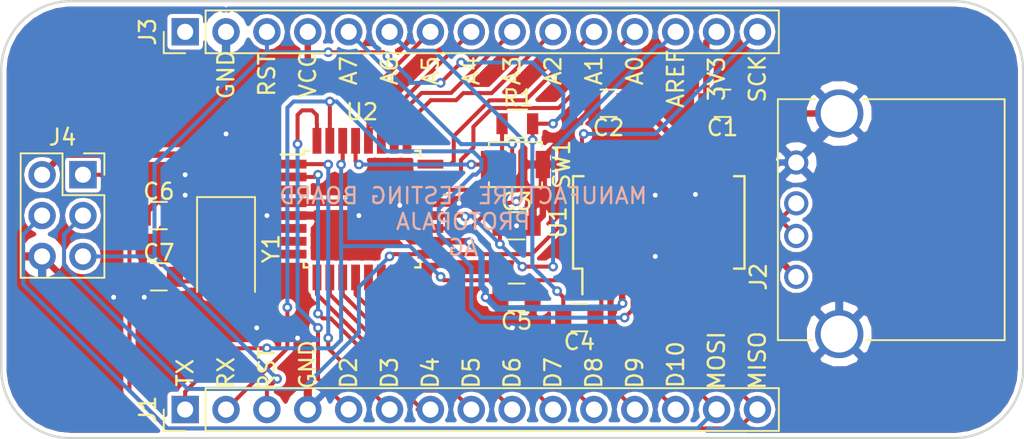
<source format=kicad_pcb>
(kicad_pcb (version 20171130) (host pcbnew 5.0.0-rc3-6a2723a~65~ubuntu18.04.1)

  (general
    (thickness 1.6)
    (drawings 38)
    (tracks 486)
    (zones 0)
    (modules 16)
    (nets 34)
  )

  (page A4)
  (title_block
    (title NanoTesting)
    (date 2018-07-05)
    (rev 1)
  )

  (layers
    (0 F.Cu signal)
    (31 B.Cu signal)
    (32 B.Adhes user)
    (33 F.Adhes user)
    (34 B.Paste user)
    (35 F.Paste user)
    (36 B.SilkS user)
    (37 F.SilkS user)
    (38 B.Mask user)
    (39 F.Mask user)
    (40 Dwgs.User user)
    (41 Cmts.User user)
    (42 Eco1.User user)
    (43 Eco2.User user)
    (44 Edge.Cuts user)
    (45 Margin user)
    (46 B.CrtYd user)
    (47 F.CrtYd user)
    (48 B.Fab user)
    (49 F.Fab user hide)
  )

  (setup
    (last_trace_width 0.25)
    (user_trace_width 0.4)
    (user_trace_width 0.5)
    (trace_clearance 0.2)
    (zone_clearance 0.508)
    (zone_45_only no)
    (trace_min 0.2)
    (segment_width 0.2)
    (edge_width 0.15)
    (via_size 0.6)
    (via_drill 0.3)
    (via_min_size 0.6)
    (via_min_drill 0.3)
    (uvia_size 0.3)
    (uvia_drill 0.1)
    (uvias_allowed no)
    (uvia_min_size 0.2)
    (uvia_min_drill 0.1)
    (pcb_text_width 0.15)
    (pcb_text_size 1 1)
    (mod_edge_width 0.15)
    (mod_text_size 1 1)
    (mod_text_width 0.15)
    (pad_size 1.524 1.524)
    (pad_drill 0.762)
    (pad_to_mask_clearance 0.0254)
    (aux_axis_origin 0 0)
    (visible_elements 7FFFFFFF)
    (pcbplotparams
      (layerselection 0x010f0_ffffffff)
      (usegerberextensions false)
      (usegerberattributes true)
      (usegerberadvancedattributes false)
      (creategerberjobfile false)
      (excludeedgelayer false)
      (linewidth 0.100000)
      (plotframeref false)
      (viasonmask false)
      (mode 1)
      (useauxorigin true)
      (hpglpennumber 1)
      (hpglpenspeed 20)
      (hpglpendiameter 15.000000)
      (psnegative false)
      (psa4output false)
      (plotreference true)
      (plotvalue true)
      (plotinvisibletext false)
      (padsonsilk false)
      (subtractmaskfromsilk false)
      (outputformat 1)
      (mirror false)
      (drillshape 0)
      (scaleselection 1)
      (outputdirectory "gerbers/"))
  )

  (net 0 "")
  (net 1 /3V3)
  (net 2 GND)
  (net 3 /VCC)
  (net 4 /AREF)
  (net 5 /DTR)
  (net 6 /RST)
  (net 7 /XTAL1)
  (net 8 /XTAL2)
  (net 9 /TX)
  (net 10 /RX)
  (net 11 /D2)
  (net 12 /D3)
  (net 13 /D4)
  (net 14 /D5)
  (net 15 /D6)
  (net 16 /D7)
  (net 17 /D8)
  (net 18 /D9)
  (net 19 /D10)
  (net 20 /MOSI)
  (net 21 /MISO)
  (net 22 "Net-(J2-Pad3)")
  (net 23 "Net-(J2-Pad2)")
  (net 24 /A7)
  (net 25 /A6)
  (net 26 /A5)
  (net 27 /A4)
  (net 28 /A3)
  (net 29 /A2)
  (net 30 /A1)
  (net 31 /A0)
  (net 32 /SCK)
  (net 33 "Net-(R1-Pad2)")

  (net_class Default "This is the default net class."
    (clearance 0.2)
    (trace_width 0.25)
    (via_dia 0.6)
    (via_drill 0.3)
    (uvia_dia 0.3)
    (uvia_drill 0.1)
    (add_net /3V3)
    (add_net /A0)
    (add_net /A1)
    (add_net /A2)
    (add_net /A3)
    (add_net /A4)
    (add_net /A5)
    (add_net /A6)
    (add_net /A7)
    (add_net /AREF)
    (add_net /D10)
    (add_net /D2)
    (add_net /D3)
    (add_net /D4)
    (add_net /D5)
    (add_net /D6)
    (add_net /D7)
    (add_net /D8)
    (add_net /D9)
    (add_net /DTR)
    (add_net /MISO)
    (add_net /MOSI)
    (add_net /RST)
    (add_net /RX)
    (add_net /SCK)
    (add_net /TX)
    (add_net /VCC)
    (add_net /XTAL1)
    (add_net /XTAL2)
    (add_net GND)
    (add_net "Net-(J2-Pad2)")
    (add_net "Net-(J2-Pad3)")
    (add_net "Net-(R1-Pad2)")
  )

  (module Connectors:USB_A (layer F.Cu) (tedit 5543E289) (tstamp 5B3E6D8E)
    (at 217.04 69.215 90)
    (descr "USB A connector")
    (tags "USB USB_A")
    (path /5B3D4F1A)
    (fp_text reference J2 (at 0 -2.35 90) (layer F.SilkS)
      (effects (font (size 1 1) (thickness 0.15)))
    )
    (fp_text value USB_A (at 3.84 7.44 90) (layer F.Fab)
      (effects (font (size 1 1) (thickness 0.15)))
    )
    (fp_line (start -5.3 13.2) (end -5.3 -1.4) (layer F.CrtYd) (width 0.05))
    (fp_line (start 11.95 -1.4) (end 11.95 13.2) (layer F.CrtYd) (width 0.05))
    (fp_line (start -5.3 13.2) (end 11.95 13.2) (layer F.CrtYd) (width 0.05))
    (fp_line (start -5.3 -1.4) (end 11.95 -1.4) (layer F.CrtYd) (width 0.05))
    (fp_line (start 11.05 -1.14) (end 11.05 1.19) (layer F.SilkS) (width 0.12))
    (fp_line (start -3.94 -1.14) (end -3.94 0.98) (layer F.SilkS) (width 0.12))
    (fp_line (start 11.05 -1.14) (end -3.94 -1.14) (layer F.SilkS) (width 0.12))
    (fp_line (start 11.05 12.95) (end -3.94 12.95) (layer F.SilkS) (width 0.12))
    (fp_line (start 11.05 4.15) (end 11.05 12.95) (layer F.SilkS) (width 0.12))
    (fp_line (start -3.94 4.35) (end -3.94 12.95) (layer F.SilkS) (width 0.12))
    (pad 4 thru_hole circle (at 7.11 0) (size 1.5 1.5) (drill 1) (layers *.Cu *.Mask)
      (net 2 GND))
    (pad 3 thru_hole circle (at 4.57 0) (size 1.5 1.5) (drill 1) (layers *.Cu *.Mask)
      (net 22 "Net-(J2-Pad3)"))
    (pad 2 thru_hole circle (at 2.54 0) (size 1.5 1.5) (drill 1) (layers *.Cu *.Mask)
      (net 23 "Net-(J2-Pad2)"))
    (pad 1 thru_hole circle (at 0 0) (size 1.5 1.5) (drill 1) (layers *.Cu *.Mask)
      (net 3 /VCC))
    (pad 5 thru_hole circle (at 10.16 2.67) (size 3 3) (drill 2.3) (layers *.Cu *.Mask)
      (net 2 GND))
    (pad 5 thru_hole circle (at -3.56 2.67) (size 3 3) (drill 2.3) (layers *.Cu *.Mask)
      (net 2 GND))
    (model ${KISYS3DMOD}/Connectors.3dshapes/USB_A.wrl
      (offset (xyz 3.555999946594238 0 0))
      (scale (xyz 1 1 1))
      (rotate (xyz 0 0 90))
    )
  )

  (module Capacitors_SMD:C_0805 (layer F.Cu) (tedit 58AA8463) (tstamp 5B3E6D4D)
    (at 212.455 58.42)
    (descr "Capacitor SMD 0805, reflow soldering, AVX (see smccp.pdf)")
    (tags "capacitor 0805")
    (path /5B3DE0E3)
    (attr smd)
    (fp_text reference C1 (at 0 1.524) (layer F.SilkS)
      (effects (font (size 1 1) (thickness 0.15)))
    )
    (fp_text value 100nF (at 0 1.75) (layer F.Fab)
      (effects (font (size 1 1) (thickness 0.15)))
    )
    (fp_text user %R (at 0 -1.5) (layer F.Fab)
      (effects (font (size 1 1) (thickness 0.15)))
    )
    (fp_line (start -1 0.62) (end -1 -0.62) (layer F.Fab) (width 0.1))
    (fp_line (start 1 0.62) (end -1 0.62) (layer F.Fab) (width 0.1))
    (fp_line (start 1 -0.62) (end 1 0.62) (layer F.Fab) (width 0.1))
    (fp_line (start -1 -0.62) (end 1 -0.62) (layer F.Fab) (width 0.1))
    (fp_line (start 0.5 -0.85) (end -0.5 -0.85) (layer F.SilkS) (width 0.12))
    (fp_line (start -0.5 0.85) (end 0.5 0.85) (layer F.SilkS) (width 0.12))
    (fp_line (start -1.75 -0.88) (end 1.75 -0.88) (layer F.CrtYd) (width 0.05))
    (fp_line (start -1.75 -0.88) (end -1.75 0.87) (layer F.CrtYd) (width 0.05))
    (fp_line (start 1.75 0.87) (end 1.75 -0.88) (layer F.CrtYd) (width 0.05))
    (fp_line (start 1.75 0.87) (end -1.75 0.87) (layer F.CrtYd) (width 0.05))
    (pad 1 smd rect (at -1 0) (size 1 1.25) (layers F.Cu F.Paste F.Mask)
      (net 1 /3V3))
    (pad 2 smd rect (at 1 0) (size 1 1.25) (layers F.Cu F.Paste F.Mask)
      (net 2 GND))
    (model Capacitors_SMD.3dshapes/C_0805.wrl
      (at (xyz 0 0 0))
      (scale (xyz 1 1 1))
      (rotate (xyz 0 0 0))
    )
  )

  (module Capacitors_SMD:C_0805 (layer F.Cu) (tedit 58AA8463) (tstamp 5B3E6D53)
    (at 205.375 58.42)
    (descr "Capacitor SMD 0805, reflow soldering, AVX (see smccp.pdf)")
    (tags "capacitor 0805")
    (path /5B3E683F)
    (attr smd)
    (fp_text reference C2 (at 0 1.524) (layer F.SilkS)
      (effects (font (size 1 1) (thickness 0.15)))
    )
    (fp_text value 100nF (at 0 1.75) (layer F.Fab)
      (effects (font (size 1 1) (thickness 0.15)))
    )
    (fp_text user %R (at 0 -1.5) (layer F.Fab)
      (effects (font (size 1 1) (thickness 0.15)))
    )
    (fp_line (start -1 0.62) (end -1 -0.62) (layer F.Fab) (width 0.1))
    (fp_line (start 1 0.62) (end -1 0.62) (layer F.Fab) (width 0.1))
    (fp_line (start 1 -0.62) (end 1 0.62) (layer F.Fab) (width 0.1))
    (fp_line (start -1 -0.62) (end 1 -0.62) (layer F.Fab) (width 0.1))
    (fp_line (start 0.5 -0.85) (end -0.5 -0.85) (layer F.SilkS) (width 0.12))
    (fp_line (start -0.5 0.85) (end 0.5 0.85) (layer F.SilkS) (width 0.12))
    (fp_line (start -1.75 -0.88) (end 1.75 -0.88) (layer F.CrtYd) (width 0.05))
    (fp_line (start -1.75 -0.88) (end -1.75 0.87) (layer F.CrtYd) (width 0.05))
    (fp_line (start 1.75 0.87) (end 1.75 -0.88) (layer F.CrtYd) (width 0.05))
    (fp_line (start 1.75 0.87) (end -1.75 0.87) (layer F.CrtYd) (width 0.05))
    (pad 1 smd rect (at -1 0) (size 1 1.25) (layers F.Cu F.Paste F.Mask)
      (net 2 GND))
    (pad 2 smd rect (at 1 0) (size 1 1.25) (layers F.Cu F.Paste F.Mask)
      (net 3 /VCC))
    (model Capacitors_SMD.3dshapes/C_0805.wrl
      (at (xyz 0 0 0))
      (scale (xyz 1 1 1))
      (rotate (xyz 0 0 0))
    )
  )

  (module Capacitors_SMD:C_0805 (layer F.Cu) (tedit 58AA8463) (tstamp 5B3E6D59)
    (at 199.66 66.04)
    (descr "Capacitor SMD 0805, reflow soldering, AVX (see smccp.pdf)")
    (tags "capacitor 0805")
    (path /5B3DF608)
    (attr smd)
    (fp_text reference C3 (at 0 -1.5) (layer F.SilkS)
      (effects (font (size 1 1) (thickness 0.15)))
    )
    (fp_text value 100nF (at 0 1.75) (layer F.Fab)
      (effects (font (size 1 1) (thickness 0.15)))
    )
    (fp_text user %R (at 0 -1.5) (layer F.Fab)
      (effects (font (size 1 1) (thickness 0.15)))
    )
    (fp_line (start -1 0.62) (end -1 -0.62) (layer F.Fab) (width 0.1))
    (fp_line (start 1 0.62) (end -1 0.62) (layer F.Fab) (width 0.1))
    (fp_line (start 1 -0.62) (end 1 0.62) (layer F.Fab) (width 0.1))
    (fp_line (start -1 -0.62) (end 1 -0.62) (layer F.Fab) (width 0.1))
    (fp_line (start 0.5 -0.85) (end -0.5 -0.85) (layer F.SilkS) (width 0.12))
    (fp_line (start -0.5 0.85) (end 0.5 0.85) (layer F.SilkS) (width 0.12))
    (fp_line (start -1.75 -0.88) (end 1.75 -0.88) (layer F.CrtYd) (width 0.05))
    (fp_line (start -1.75 -0.88) (end -1.75 0.87) (layer F.CrtYd) (width 0.05))
    (fp_line (start 1.75 0.87) (end 1.75 -0.88) (layer F.CrtYd) (width 0.05))
    (fp_line (start 1.75 0.87) (end -1.75 0.87) (layer F.CrtYd) (width 0.05))
    (pad 1 smd rect (at -1 0) (size 1 1.25) (layers F.Cu F.Paste F.Mask)
      (net 4 /AREF))
    (pad 2 smd rect (at 1 0) (size 1 1.25) (layers F.Cu F.Paste F.Mask)
      (net 2 GND))
    (model Capacitors_SMD.3dshapes/C_0805.wrl
      (at (xyz 0 0 0))
      (scale (xyz 1 1 1))
      (rotate (xyz 0 0 0))
    )
  )

  (module Capacitors_SMD:C_0805 (layer F.Cu) (tedit 58AA8463) (tstamp 5B3E6D5F)
    (at 203.565 71.755 180)
    (descr "Capacitor SMD 0805, reflow soldering, AVX (see smccp.pdf)")
    (tags "capacitor 0805")
    (path /5B3DE495)
    (attr smd)
    (fp_text reference C4 (at 0 -1.5 180) (layer F.SilkS)
      (effects (font (size 1 1) (thickness 0.15)))
    )
    (fp_text value 100nF (at 0 1.75 180) (layer F.Fab)
      (effects (font (size 1 1) (thickness 0.15)))
    )
    (fp_text user %R (at 0 -1.5 180) (layer F.Fab)
      (effects (font (size 1 1) (thickness 0.15)))
    )
    (fp_line (start -1 0.62) (end -1 -0.62) (layer F.Fab) (width 0.1))
    (fp_line (start 1 0.62) (end -1 0.62) (layer F.Fab) (width 0.1))
    (fp_line (start 1 -0.62) (end 1 0.62) (layer F.Fab) (width 0.1))
    (fp_line (start -1 -0.62) (end 1 -0.62) (layer F.Fab) (width 0.1))
    (fp_line (start 0.5 -0.85) (end -0.5 -0.85) (layer F.SilkS) (width 0.12))
    (fp_line (start -0.5 0.85) (end 0.5 0.85) (layer F.SilkS) (width 0.12))
    (fp_line (start -1.75 -0.88) (end 1.75 -0.88) (layer F.CrtYd) (width 0.05))
    (fp_line (start -1.75 -0.88) (end -1.75 0.87) (layer F.CrtYd) (width 0.05))
    (fp_line (start 1.75 0.87) (end 1.75 -0.88) (layer F.CrtYd) (width 0.05))
    (fp_line (start 1.75 0.87) (end -1.75 0.87) (layer F.CrtYd) (width 0.05))
    (pad 1 smd rect (at -1 0 180) (size 1 1.25) (layers F.Cu F.Paste F.Mask)
      (net 5 /DTR))
    (pad 2 smd rect (at 1 0 180) (size 1 1.25) (layers F.Cu F.Paste F.Mask)
      (net 6 /RST))
    (model Capacitors_SMD.3dshapes/C_0805.wrl
      (at (xyz 0 0 0))
      (scale (xyz 1 1 1))
      (rotate (xyz 0 0 0))
    )
  )

  (module Capacitors_SMD:C_0805 (layer F.Cu) (tedit 58AA8463) (tstamp 5B3E6D65)
    (at 199.66 70.485 180)
    (descr "Capacitor SMD 0805, reflow soldering, AVX (see smccp.pdf)")
    (tags "capacitor 0805")
    (path /5B3DEB2C)
    (attr smd)
    (fp_text reference C5 (at 0 -1.5 180) (layer F.SilkS)
      (effects (font (size 1 1) (thickness 0.15)))
    )
    (fp_text value 100nF (at 0 1.75 180) (layer F.Fab)
      (effects (font (size 1 1) (thickness 0.15)))
    )
    (fp_text user %R (at 0 -1.5 180) (layer F.Fab)
      (effects (font (size 1 1) (thickness 0.15)))
    )
    (fp_line (start -1 0.62) (end -1 -0.62) (layer F.Fab) (width 0.1))
    (fp_line (start 1 0.62) (end -1 0.62) (layer F.Fab) (width 0.1))
    (fp_line (start 1 -0.62) (end 1 0.62) (layer F.Fab) (width 0.1))
    (fp_line (start -1 -0.62) (end 1 -0.62) (layer F.Fab) (width 0.1))
    (fp_line (start 0.5 -0.85) (end -0.5 -0.85) (layer F.SilkS) (width 0.12))
    (fp_line (start -0.5 0.85) (end 0.5 0.85) (layer F.SilkS) (width 0.12))
    (fp_line (start -1.75 -0.88) (end 1.75 -0.88) (layer F.CrtYd) (width 0.05))
    (fp_line (start -1.75 -0.88) (end -1.75 0.87) (layer F.CrtYd) (width 0.05))
    (fp_line (start 1.75 0.87) (end 1.75 -0.88) (layer F.CrtYd) (width 0.05))
    (fp_line (start 1.75 0.87) (end -1.75 0.87) (layer F.CrtYd) (width 0.05))
    (pad 1 smd rect (at -1 0 180) (size 1 1.25) (layers F.Cu F.Paste F.Mask)
      (net 2 GND))
    (pad 2 smd rect (at 1 0 180) (size 1 1.25) (layers F.Cu F.Paste F.Mask)
      (net 3 /VCC))
    (model Capacitors_SMD.3dshapes/C_0805.wrl
      (at (xyz 0 0 0))
      (scale (xyz 1 1 1))
      (rotate (xyz 0 0 0))
    )
  )

  (module Capacitors_SMD:C_0805 (layer F.Cu) (tedit 58AA8463) (tstamp 5B3E6D6B)
    (at 177.435 65.405)
    (descr "Capacitor SMD 0805, reflow soldering, AVX (see smccp.pdf)")
    (tags "capacitor 0805")
    (path /5B3DF389)
    (attr smd)
    (fp_text reference C6 (at 0 -1.5) (layer F.SilkS)
      (effects (font (size 1 1) (thickness 0.15)))
    )
    (fp_text value 18pF (at 0 1.75) (layer F.Fab)
      (effects (font (size 1 1) (thickness 0.15)))
    )
    (fp_text user %R (at 0 -1.5) (layer F.Fab)
      (effects (font (size 1 1) (thickness 0.15)))
    )
    (fp_line (start -1 0.62) (end -1 -0.62) (layer F.Fab) (width 0.1))
    (fp_line (start 1 0.62) (end -1 0.62) (layer F.Fab) (width 0.1))
    (fp_line (start 1 -0.62) (end 1 0.62) (layer F.Fab) (width 0.1))
    (fp_line (start -1 -0.62) (end 1 -0.62) (layer F.Fab) (width 0.1))
    (fp_line (start 0.5 -0.85) (end -0.5 -0.85) (layer F.SilkS) (width 0.12))
    (fp_line (start -0.5 0.85) (end 0.5 0.85) (layer F.SilkS) (width 0.12))
    (fp_line (start -1.75 -0.88) (end 1.75 -0.88) (layer F.CrtYd) (width 0.05))
    (fp_line (start -1.75 -0.88) (end -1.75 0.87) (layer F.CrtYd) (width 0.05))
    (fp_line (start 1.75 0.87) (end 1.75 -0.88) (layer F.CrtYd) (width 0.05))
    (fp_line (start 1.75 0.87) (end -1.75 0.87) (layer F.CrtYd) (width 0.05))
    (pad 1 smd rect (at -1 0) (size 1 1.25) (layers F.Cu F.Paste F.Mask)
      (net 2 GND))
    (pad 2 smd rect (at 1 0) (size 1 1.25) (layers F.Cu F.Paste F.Mask)
      (net 7 /XTAL1))
    (model Capacitors_SMD.3dshapes/C_0805.wrl
      (at (xyz 0 0 0))
      (scale (xyz 1 1 1))
      (rotate (xyz 0 0 0))
    )
  )

  (module Capacitors_SMD:C_0805 (layer F.Cu) (tedit 58AA8463) (tstamp 5B3E6D71)
    (at 177.435 69.215)
    (descr "Capacitor SMD 0805, reflow soldering, AVX (see smccp.pdf)")
    (tags "capacitor 0805")
    (path /5B3DF3EE)
    (attr smd)
    (fp_text reference C7 (at 0 -1.5) (layer F.SilkS)
      (effects (font (size 1 1) (thickness 0.15)))
    )
    (fp_text value 18pF (at 0 1.75) (layer F.Fab)
      (effects (font (size 1 1) (thickness 0.15)))
    )
    (fp_text user %R (at 0 -1.5) (layer F.Fab)
      (effects (font (size 1 1) (thickness 0.15)))
    )
    (fp_line (start -1 0.62) (end -1 -0.62) (layer F.Fab) (width 0.1))
    (fp_line (start 1 0.62) (end -1 0.62) (layer F.Fab) (width 0.1))
    (fp_line (start 1 -0.62) (end 1 0.62) (layer F.Fab) (width 0.1))
    (fp_line (start -1 -0.62) (end 1 -0.62) (layer F.Fab) (width 0.1))
    (fp_line (start 0.5 -0.85) (end -0.5 -0.85) (layer F.SilkS) (width 0.12))
    (fp_line (start -0.5 0.85) (end 0.5 0.85) (layer F.SilkS) (width 0.12))
    (fp_line (start -1.75 -0.88) (end 1.75 -0.88) (layer F.CrtYd) (width 0.05))
    (fp_line (start -1.75 -0.88) (end -1.75 0.87) (layer F.CrtYd) (width 0.05))
    (fp_line (start 1.75 0.87) (end 1.75 -0.88) (layer F.CrtYd) (width 0.05))
    (fp_line (start 1.75 0.87) (end -1.75 0.87) (layer F.CrtYd) (width 0.05))
    (pad 1 smd rect (at -1 0) (size 1 1.25) (layers F.Cu F.Paste F.Mask)
      (net 2 GND))
    (pad 2 smd rect (at 1 0) (size 1 1.25) (layers F.Cu F.Paste F.Mask)
      (net 8 /XTAL2))
    (model Capacitors_SMD.3dshapes/C_0805.wrl
      (at (xyz 0 0 0))
      (scale (xyz 1 1 1))
      (rotate (xyz 0 0 0))
    )
  )

  (module Socket_Strips:Socket_Strip_Straight_1x15_Pitch2.54mm (layer F.Cu) (tedit 58CD5446) (tstamp 5B3E6D84)
    (at 179.07 77.47 90)
    (descr "Through hole straight socket strip, 1x15, 2.54mm pitch, single row")
    (tags "Through hole socket strip THT 1x15 2.54mm single row")
    (path /5B3E00D6)
    (fp_text reference J1 (at 0 -2.33 90) (layer F.SilkS)
      (effects (font (size 1 1) (thickness 0.15)))
    )
    (fp_text value Conn_01x15 (at 0 37.89 90) (layer F.Fab)
      (effects (font (size 1 1) (thickness 0.15)))
    )
    (fp_line (start -1.27 -1.27) (end -1.27 36.83) (layer F.Fab) (width 0.1))
    (fp_line (start -1.27 36.83) (end 1.27 36.83) (layer F.Fab) (width 0.1))
    (fp_line (start 1.27 36.83) (end 1.27 -1.27) (layer F.Fab) (width 0.1))
    (fp_line (start 1.27 -1.27) (end -1.27 -1.27) (layer F.Fab) (width 0.1))
    (fp_line (start -1.33 1.27) (end -1.33 36.89) (layer F.SilkS) (width 0.12))
    (fp_line (start -1.33 36.89) (end 1.33 36.89) (layer F.SilkS) (width 0.12))
    (fp_line (start 1.33 36.89) (end 1.33 1.27) (layer F.SilkS) (width 0.12))
    (fp_line (start 1.33 1.27) (end -1.33 1.27) (layer F.SilkS) (width 0.12))
    (fp_line (start -1.33 0) (end -1.33 -1.33) (layer F.SilkS) (width 0.12))
    (fp_line (start -1.33 -1.33) (end 0 -1.33) (layer F.SilkS) (width 0.12))
    (fp_line (start -1.8 -1.8) (end -1.8 37.35) (layer F.CrtYd) (width 0.05))
    (fp_line (start -1.8 37.35) (end 1.8 37.35) (layer F.CrtYd) (width 0.05))
    (fp_line (start 1.8 37.35) (end 1.8 -1.8) (layer F.CrtYd) (width 0.05))
    (fp_line (start 1.8 -1.8) (end -1.8 -1.8) (layer F.CrtYd) (width 0.05))
    (fp_text user %R (at 0 -2.33 90) (layer F.Fab)
      (effects (font (size 1 1) (thickness 0.15)))
    )
    (pad 1 thru_hole rect (at 0 0 90) (size 1.7 1.7) (drill 1) (layers *.Cu *.Mask)
      (net 9 /TX))
    (pad 2 thru_hole oval (at 0 2.54 90) (size 1.7 1.7) (drill 1) (layers *.Cu *.Mask)
      (net 10 /RX))
    (pad 3 thru_hole oval (at 0 5.08 90) (size 1.7 1.7) (drill 1) (layers *.Cu *.Mask)
      (net 6 /RST))
    (pad 4 thru_hole oval (at 0 7.62 90) (size 1.7 1.7) (drill 1) (layers *.Cu *.Mask)
      (net 2 GND))
    (pad 5 thru_hole oval (at 0 10.16 90) (size 1.7 1.7) (drill 1) (layers *.Cu *.Mask)
      (net 11 /D2))
    (pad 6 thru_hole oval (at 0 12.7 90) (size 1.7 1.7) (drill 1) (layers *.Cu *.Mask)
      (net 12 /D3))
    (pad 7 thru_hole oval (at 0 15.24 90) (size 1.7 1.7) (drill 1) (layers *.Cu *.Mask)
      (net 13 /D4))
    (pad 8 thru_hole oval (at 0 17.78 90) (size 1.7 1.7) (drill 1) (layers *.Cu *.Mask)
      (net 14 /D5))
    (pad 9 thru_hole oval (at 0 20.32 90) (size 1.7 1.7) (drill 1) (layers *.Cu *.Mask)
      (net 15 /D6))
    (pad 10 thru_hole oval (at 0 22.86 90) (size 1.7 1.7) (drill 1) (layers *.Cu *.Mask)
      (net 16 /D7))
    (pad 11 thru_hole oval (at 0 25.4 90) (size 1.7 1.7) (drill 1) (layers *.Cu *.Mask)
      (net 17 /D8))
    (pad 12 thru_hole oval (at 0 27.94 90) (size 1.7 1.7) (drill 1) (layers *.Cu *.Mask)
      (net 18 /D9))
    (pad 13 thru_hole oval (at 0 30.48 90) (size 1.7 1.7) (drill 1) (layers *.Cu *.Mask)
      (net 19 /D10))
    (pad 14 thru_hole oval (at 0 33.02 90) (size 1.7 1.7) (drill 1) (layers *.Cu *.Mask)
      (net 20 /MOSI))
    (pad 15 thru_hole oval (at 0 35.56 90) (size 1.7 1.7) (drill 1) (layers *.Cu *.Mask)
      (net 21 /MISO))
    (model ${KISYS3DMOD}/Socket_Strips.3dshapes/Socket_Strip_Straight_1x15_Pitch2.54mm.wrl
      (offset (xyz 0 -17.77999973297119 0))
      (scale (xyz 1 1 1))
      (rotate (xyz 0 0 270))
    )
  )

  (module Socket_Strips:Socket_Strip_Straight_1x15_Pitch2.54mm (layer F.Cu) (tedit 58CD5446) (tstamp 5B3E6DA1)
    (at 179.07 53.975 90)
    (descr "Through hole straight socket strip, 1x15, 2.54mm pitch, single row")
    (tags "Through hole socket strip THT 1x15 2.54mm single row")
    (path /5B3E0089)
    (fp_text reference J3 (at 0 -2.33 90) (layer F.SilkS)
      (effects (font (size 1 1) (thickness 0.15)))
    )
    (fp_text value Conn_01x15 (at 0 37.89 90) (layer F.Fab)
      (effects (font (size 1 1) (thickness 0.15)))
    )
    (fp_line (start -1.27 -1.27) (end -1.27 36.83) (layer F.Fab) (width 0.1))
    (fp_line (start -1.27 36.83) (end 1.27 36.83) (layer F.Fab) (width 0.1))
    (fp_line (start 1.27 36.83) (end 1.27 -1.27) (layer F.Fab) (width 0.1))
    (fp_line (start 1.27 -1.27) (end -1.27 -1.27) (layer F.Fab) (width 0.1))
    (fp_line (start -1.33 1.27) (end -1.33 36.89) (layer F.SilkS) (width 0.12))
    (fp_line (start -1.33 36.89) (end 1.33 36.89) (layer F.SilkS) (width 0.12))
    (fp_line (start 1.33 36.89) (end 1.33 1.27) (layer F.SilkS) (width 0.12))
    (fp_line (start 1.33 1.27) (end -1.33 1.27) (layer F.SilkS) (width 0.12))
    (fp_line (start -1.33 0) (end -1.33 -1.33) (layer F.SilkS) (width 0.12))
    (fp_line (start -1.33 -1.33) (end 0 -1.33) (layer F.SilkS) (width 0.12))
    (fp_line (start -1.8 -1.8) (end -1.8 37.35) (layer F.CrtYd) (width 0.05))
    (fp_line (start -1.8 37.35) (end 1.8 37.35) (layer F.CrtYd) (width 0.05))
    (fp_line (start 1.8 37.35) (end 1.8 -1.8) (layer F.CrtYd) (width 0.05))
    (fp_line (start 1.8 -1.8) (end -1.8 -1.8) (layer F.CrtYd) (width 0.05))
    (fp_text user %R (at 0 -2.33 90) (layer F.Fab)
      (effects (font (size 1 1) (thickness 0.15)))
    )
    (pad 1 thru_hole rect (at 0 0 90) (size 1.7 1.7) (drill 1) (layers *.Cu *.Mask))
    (pad 2 thru_hole oval (at 0 2.54 90) (size 1.7 1.7) (drill 1) (layers *.Cu *.Mask)
      (net 2 GND))
    (pad 3 thru_hole oval (at 0 5.08 90) (size 1.7 1.7) (drill 1) (layers *.Cu *.Mask)
      (net 6 /RST))
    (pad 4 thru_hole oval (at 0 7.62 90) (size 1.7 1.7) (drill 1) (layers *.Cu *.Mask)
      (net 3 /VCC))
    (pad 5 thru_hole oval (at 0 10.16 90) (size 1.7 1.7) (drill 1) (layers *.Cu *.Mask)
      (net 24 /A7))
    (pad 6 thru_hole oval (at 0 12.7 90) (size 1.7 1.7) (drill 1) (layers *.Cu *.Mask)
      (net 25 /A6))
    (pad 7 thru_hole oval (at 0 15.24 90) (size 1.7 1.7) (drill 1) (layers *.Cu *.Mask)
      (net 26 /A5))
    (pad 8 thru_hole oval (at 0 17.78 90) (size 1.7 1.7) (drill 1) (layers *.Cu *.Mask)
      (net 27 /A4))
    (pad 9 thru_hole oval (at 0 20.32 90) (size 1.7 1.7) (drill 1) (layers *.Cu *.Mask)
      (net 28 /A3))
    (pad 10 thru_hole oval (at 0 22.86 90) (size 1.7 1.7) (drill 1) (layers *.Cu *.Mask)
      (net 29 /A2))
    (pad 11 thru_hole oval (at 0 25.4 90) (size 1.7 1.7) (drill 1) (layers *.Cu *.Mask)
      (net 30 /A1))
    (pad 12 thru_hole oval (at 0 27.94 90) (size 1.7 1.7) (drill 1) (layers *.Cu *.Mask)
      (net 31 /A0))
    (pad 13 thru_hole oval (at 0 30.48 90) (size 1.7 1.7) (drill 1) (layers *.Cu *.Mask)
      (net 4 /AREF))
    (pad 14 thru_hole oval (at 0 33.02 90) (size 1.7 1.7) (drill 1) (layers *.Cu *.Mask)
      (net 1 /3V3))
    (pad 15 thru_hole oval (at 0 35.56 90) (size 1.7 1.7) (drill 1) (layers *.Cu *.Mask)
      (net 32 /SCK))
    (model ${KISYS3DMOD}/Socket_Strips.3dshapes/Socket_Strip_Straight_1x15_Pitch2.54mm.wrl
      (offset (xyz 0 -17.77999973297119 0))
      (scale (xyz 1 1 1))
      (rotate (xyz 0 0 270))
    )
  )

  (module Socket_Strips:Socket_Strip_Straight_2x03_Pitch2.54mm (layer F.Cu) (tedit 58CD5448) (tstamp 5B3E6DAB)
    (at 172.72 62.865)
    (descr "Through hole straight socket strip, 2x03, 2.54mm pitch, double rows")
    (tags "Through hole socket strip THT 2x03 2.54mm double row")
    (path /5B3DF955)
    (fp_text reference J4 (at -1.27 -2.33) (layer F.SilkS)
      (effects (font (size 1 1) (thickness 0.15)))
    )
    (fp_text value Conn_02x03_Odd_Even (at -1.27 7.41) (layer F.Fab)
      (effects (font (size 1 1) (thickness 0.15)))
    )
    (fp_line (start -3.81 -1.27) (end -3.81 6.35) (layer F.Fab) (width 0.1))
    (fp_line (start -3.81 6.35) (end 1.27 6.35) (layer F.Fab) (width 0.1))
    (fp_line (start 1.27 6.35) (end 1.27 -1.27) (layer F.Fab) (width 0.1))
    (fp_line (start 1.27 -1.27) (end -3.81 -1.27) (layer F.Fab) (width 0.1))
    (fp_line (start 1.33 1.27) (end 1.33 6.41) (layer F.SilkS) (width 0.12))
    (fp_line (start 1.33 6.41) (end -3.87 6.41) (layer F.SilkS) (width 0.12))
    (fp_line (start -3.87 6.41) (end -3.87 -1.33) (layer F.SilkS) (width 0.12))
    (fp_line (start -3.87 -1.33) (end -1.27 -1.33) (layer F.SilkS) (width 0.12))
    (fp_line (start -1.27 -1.33) (end -1.27 1.27) (layer F.SilkS) (width 0.12))
    (fp_line (start -1.27 1.27) (end 1.33 1.27) (layer F.SilkS) (width 0.12))
    (fp_line (start 1.33 0) (end 1.33 -1.33) (layer F.SilkS) (width 0.12))
    (fp_line (start 1.33 -1.33) (end 0.06 -1.33) (layer F.SilkS) (width 0.12))
    (fp_line (start -4.35 -1.8) (end -4.35 6.85) (layer F.CrtYd) (width 0.05))
    (fp_line (start -4.35 6.85) (end 1.8 6.85) (layer F.CrtYd) (width 0.05))
    (fp_line (start 1.8 6.85) (end 1.8 -1.8) (layer F.CrtYd) (width 0.05))
    (fp_line (start 1.8 -1.8) (end -4.35 -1.8) (layer F.CrtYd) (width 0.05))
    (fp_text user %R (at -1.27 -2.33) (layer F.Fab)
      (effects (font (size 1 1) (thickness 0.15)))
    )
    (pad 1 thru_hole rect (at 0 0) (size 1.7 1.7) (drill 1) (layers *.Cu *.Mask)
      (net 21 /MISO))
    (pad 2 thru_hole oval (at -2.54 0) (size 1.7 1.7) (drill 1) (layers *.Cu *.Mask)
      (net 3 /VCC))
    (pad 3 thru_hole oval (at 0 2.54) (size 1.7 1.7) (drill 1) (layers *.Cu *.Mask)
      (net 32 /SCK))
    (pad 4 thru_hole oval (at -2.54 2.54) (size 1.7 1.7) (drill 1) (layers *.Cu *.Mask)
      (net 20 /MOSI))
    (pad 5 thru_hole oval (at 0 5.08) (size 1.7 1.7) (drill 1) (layers *.Cu *.Mask)
      (net 6 /RST))
    (pad 6 thru_hole oval (at -2.54 5.08) (size 1.7 1.7) (drill 1) (layers *.Cu *.Mask)
      (net 2 GND))
    (model ${KISYS3DMOD}/Socket_Strips.3dshapes/Socket_Strip_Straight_2x03_Pitch2.54mm.wrl
      (offset (xyz -1.269999980926514 -2.539999961853027 0))
      (scale (xyz 1 1 1))
      (rotate (xyz 0 0 270))
    )
  )

  (module Resistors_SMD:R_0805 (layer F.Cu) (tedit 58E0A804) (tstamp 5B3E6DB1)
    (at 199.71 59.69 180)
    (descr "Resistor SMD 0805, reflow soldering, Vishay (see dcrcw.pdf)")
    (tags "resistor 0805")
    (path /5B3DEC2B)
    (attr smd)
    (fp_text reference R1 (at -0.07 1.59 180) (layer F.SilkS)
      (effects (font (size 1 1) (thickness 0.15)))
    )
    (fp_text value 1K (at 0 1.75 180) (layer F.Fab)
      (effects (font (size 1 1) (thickness 0.15)))
    )
    (fp_text user %R (at 0 0 180) (layer F.Fab)
      (effects (font (size 0.5 0.5) (thickness 0.075)))
    )
    (fp_line (start -1 0.62) (end -1 -0.62) (layer F.Fab) (width 0.1))
    (fp_line (start 1 0.62) (end -1 0.62) (layer F.Fab) (width 0.1))
    (fp_line (start 1 -0.62) (end 1 0.62) (layer F.Fab) (width 0.1))
    (fp_line (start -1 -0.62) (end 1 -0.62) (layer F.Fab) (width 0.1))
    (fp_line (start 0.6 0.88) (end -0.6 0.88) (layer F.SilkS) (width 0.12))
    (fp_line (start -0.6 -0.88) (end 0.6 -0.88) (layer F.SilkS) (width 0.12))
    (fp_line (start -1.55 -0.9) (end 1.55 -0.9) (layer F.CrtYd) (width 0.05))
    (fp_line (start -1.55 -0.9) (end -1.55 0.9) (layer F.CrtYd) (width 0.05))
    (fp_line (start 1.55 0.9) (end 1.55 -0.9) (layer F.CrtYd) (width 0.05))
    (fp_line (start 1.55 0.9) (end -1.55 0.9) (layer F.CrtYd) (width 0.05))
    (pad 1 smd rect (at -0.95 0 180) (size 0.7 1.3) (layers F.Cu F.Paste F.Mask)
      (net 6 /RST))
    (pad 2 smd rect (at 0.95 0 180) (size 0.7 1.3) (layers F.Cu F.Paste F.Mask)
      (net 33 "Net-(R1-Pad2)"))
    (model ${KISYS3DMOD}/Resistors_SMD.3dshapes/R_0805.wrl
      (at (xyz 0 0 0))
      (scale (xyz 1 1 1))
      (rotate (xyz 0 0 0))
    )
  )

  (module Buttons_Switches_SMD:SW_SPST_B3U-1000P (layer F.Cu) (tedit 58724258) (tstamp 5B3E6DB7)
    (at 199.595 62.23)
    (descr "Ultra-small-sized Tactile Switch with High Contact Reliability, Top-actuated Model, without Ground Terminal, without Boss")
    (tags "Tactile Switch")
    (path /5B3DEDD5)
    (attr smd)
    (fp_text reference SW1 (at 2.875 -0.01 90) (layer F.SilkS)
      (effects (font (size 1 1) (thickness 0.15)))
    )
    (fp_text value SW_Push (at 0 2.5) (layer F.Fab)
      (effects (font (size 1 1) (thickness 0.15)))
    )
    (fp_text user %R (at 0 -2.5) (layer F.Fab)
      (effects (font (size 1 1) (thickness 0.15)))
    )
    (fp_line (start -2.4 1.65) (end 2.4 1.65) (layer F.CrtYd) (width 0.05))
    (fp_line (start 2.4 1.65) (end 2.4 -1.65) (layer F.CrtYd) (width 0.05))
    (fp_line (start 2.4 -1.65) (end -2.4 -1.65) (layer F.CrtYd) (width 0.05))
    (fp_line (start -2.4 -1.65) (end -2.4 1.65) (layer F.CrtYd) (width 0.05))
    (fp_line (start -1.65 1.1) (end -1.65 1.4) (layer F.SilkS) (width 0.12))
    (fp_line (start -1.65 1.4) (end 1.65 1.4) (layer F.SilkS) (width 0.12))
    (fp_line (start 1.65 1.4) (end 1.65 1.1) (layer F.SilkS) (width 0.12))
    (fp_line (start -1.65 -1.1) (end -1.65 -1.4) (layer F.SilkS) (width 0.12))
    (fp_line (start -1.65 -1.4) (end 1.65 -1.4) (layer F.SilkS) (width 0.12))
    (fp_line (start 1.65 -1.4) (end 1.65 -1.1) (layer F.SilkS) (width 0.12))
    (fp_line (start -1.5 -1.25) (end 1.5 -1.25) (layer F.Fab) (width 0.1))
    (fp_line (start 1.5 -1.25) (end 1.5 1.25) (layer F.Fab) (width 0.1))
    (fp_line (start 1.5 1.25) (end -1.5 1.25) (layer F.Fab) (width 0.1))
    (fp_line (start -1.5 1.25) (end -1.5 -1.25) (layer F.Fab) (width 0.1))
    (fp_circle (center 0 0) (end 0.75 0) (layer F.Fab) (width 0.1))
    (pad 1 smd rect (at -1.7 0) (size 0.9 1.7) (layers F.Cu F.Paste F.Mask)
      (net 33 "Net-(R1-Pad2)"))
    (pad 2 smd rect (at 1.7 0) (size 0.9 1.7) (layers F.Cu F.Paste F.Mask)
      (net 2 GND))
    (model ${KISYS3DMOD}/Buttons_Switches_SMD.3dshapes/SW_SPST_B3U-1000P.wrl
      (at (xyz 0 0 0))
      (scale (xyz 1 1 1))
      (rotate (xyz 0 0 0))
    )
  )

  (module Housings_SSOP:SSOP-28_5.3x10.2mm_Pitch0.65mm (layer F.Cu) (tedit 54130A77) (tstamp 5B3E6DD7)
    (at 208.5 65.83 90)
    (descr "28-Lead Plastic Shrink Small Outline (SS)-5.30 mm Body [SSOP] (see Microchip Packaging Specification 00000049BS.pdf)")
    (tags "SSOP 0.65")
    (path /5B3DDDBC)
    (attr smd)
    (fp_text reference U1 (at 0 -6.25 90) (layer F.SilkS)
      (effects (font (size 1 1) (thickness 0.15)))
    )
    (fp_text value FT232RL (at 0 6.25 90) (layer F.Fab)
      (effects (font (size 1 1) (thickness 0.15)))
    )
    (fp_line (start -1.65 -5.1) (end 2.65 -5.1) (layer F.Fab) (width 0.15))
    (fp_line (start 2.65 -5.1) (end 2.65 5.1) (layer F.Fab) (width 0.15))
    (fp_line (start 2.65 5.1) (end -2.65 5.1) (layer F.Fab) (width 0.15))
    (fp_line (start -2.65 5.1) (end -2.65 -4.1) (layer F.Fab) (width 0.15))
    (fp_line (start -2.65 -4.1) (end -1.65 -5.1) (layer F.Fab) (width 0.15))
    (fp_line (start -4.75 -5.5) (end -4.75 5.5) (layer F.CrtYd) (width 0.05))
    (fp_line (start 4.75 -5.5) (end 4.75 5.5) (layer F.CrtYd) (width 0.05))
    (fp_line (start -4.75 -5.5) (end 4.75 -5.5) (layer F.CrtYd) (width 0.05))
    (fp_line (start -4.75 5.5) (end 4.75 5.5) (layer F.CrtYd) (width 0.05))
    (fp_line (start -2.875 -5.325) (end -2.875 -4.75) (layer F.SilkS) (width 0.15))
    (fp_line (start 2.875 -5.325) (end 2.875 -4.675) (layer F.SilkS) (width 0.15))
    (fp_line (start 2.875 5.325) (end 2.875 4.675) (layer F.SilkS) (width 0.15))
    (fp_line (start -2.875 5.325) (end -2.875 4.675) (layer F.SilkS) (width 0.15))
    (fp_line (start -2.875 -5.325) (end 2.875 -5.325) (layer F.SilkS) (width 0.15))
    (fp_line (start -2.875 5.325) (end 2.875 5.325) (layer F.SilkS) (width 0.15))
    (fp_line (start -2.875 -4.75) (end -4.475 -4.75) (layer F.SilkS) (width 0.15))
    (fp_text user %R (at 0 0 90) (layer F.Fab)
      (effects (font (size 0.8 0.8) (thickness 0.15)))
    )
    (pad 1 smd rect (at -3.6 -4.225 90) (size 1.75 0.45) (layers F.Cu F.Paste F.Mask)
      (net 9 /TX))
    (pad 2 smd rect (at -3.6 -3.575 90) (size 1.75 0.45) (layers F.Cu F.Paste F.Mask)
      (net 5 /DTR))
    (pad 3 smd rect (at -3.6 -2.925 90) (size 1.75 0.45) (layers F.Cu F.Paste F.Mask))
    (pad 4 smd rect (at -3.6 -2.275 90) (size 1.75 0.45) (layers F.Cu F.Paste F.Mask)
      (net 3 /VCC))
    (pad 5 smd rect (at -3.6 -1.625 90) (size 1.75 0.45) (layers F.Cu F.Paste F.Mask)
      (net 10 /RX))
    (pad 6 smd rect (at -3.6 -0.975 90) (size 1.75 0.45) (layers F.Cu F.Paste F.Mask))
    (pad 7 smd rect (at -3.6 -0.325 90) (size 1.75 0.45) (layers F.Cu F.Paste F.Mask)
      (net 2 GND))
    (pad 8 smd rect (at -3.6 0.325 90) (size 1.75 0.45) (layers F.Cu F.Paste F.Mask))
    (pad 9 smd rect (at -3.6 0.975 90) (size 1.75 0.45) (layers F.Cu F.Paste F.Mask))
    (pad 10 smd rect (at -3.6 1.625 90) (size 1.75 0.45) (layers F.Cu F.Paste F.Mask))
    (pad 11 smd rect (at -3.6 2.275 90) (size 1.75 0.45) (layers F.Cu F.Paste F.Mask))
    (pad 12 smd rect (at -3.6 2.925 90) (size 1.75 0.45) (layers F.Cu F.Paste F.Mask))
    (pad 13 smd rect (at -3.6 3.575 90) (size 1.75 0.45) (layers F.Cu F.Paste F.Mask))
    (pad 14 smd rect (at -3.6 4.225 90) (size 1.75 0.45) (layers F.Cu F.Paste F.Mask))
    (pad 15 smd rect (at 3.6 4.225 90) (size 1.75 0.45) (layers F.Cu F.Paste F.Mask)
      (net 22 "Net-(J2-Pad3)"))
    (pad 16 smd rect (at 3.6 3.575 90) (size 1.75 0.45) (layers F.Cu F.Paste F.Mask)
      (net 23 "Net-(J2-Pad2)"))
    (pad 17 smd rect (at 3.6 2.925 90) (size 1.75 0.45) (layers F.Cu F.Paste F.Mask)
      (net 1 /3V3))
    (pad 18 smd rect (at 3.6 2.275 90) (size 1.75 0.45) (layers F.Cu F.Paste F.Mask)
      (net 2 GND))
    (pad 19 smd rect (at 3.6 1.625 90) (size 1.75 0.45) (layers F.Cu F.Paste F.Mask))
    (pad 20 smd rect (at 3.6 0.975 90) (size 1.75 0.45) (layers F.Cu F.Paste F.Mask)
      (net 3 /VCC))
    (pad 21 smd rect (at 3.6 0.325 90) (size 1.75 0.45) (layers F.Cu F.Paste F.Mask)
      (net 2 GND))
    (pad 22 smd rect (at 3.6 -0.325 90) (size 1.75 0.45) (layers F.Cu F.Paste F.Mask))
    (pad 23 smd rect (at 3.6 -0.975 90) (size 1.75 0.45) (layers F.Cu F.Paste F.Mask))
    (pad 24 smd rect (at 3.6 -1.625 90) (size 1.75 0.45) (layers F.Cu F.Paste F.Mask))
    (pad 25 smd rect (at 3.6 -2.275 90) (size 1.75 0.45) (layers F.Cu F.Paste F.Mask)
      (net 2 GND))
    (pad 26 smd rect (at 3.6 -2.925 90) (size 1.75 0.45) (layers F.Cu F.Paste F.Mask))
    (pad 27 smd rect (at 3.6 -3.575 90) (size 1.75 0.45) (layers F.Cu F.Paste F.Mask))
    (pad 28 smd rect (at 3.6 -4.225 90) (size 1.75 0.45) (layers F.Cu F.Paste F.Mask))
    (model ${KISYS3DMOD}/Housings_SSOP.3dshapes/SSOP-28_5.3x10.2mm_Pitch0.65mm.wrl
      (at (xyz 0 0 0))
      (scale (xyz 1 1 1))
      (rotate (xyz 0 0 0))
    )
  )

  (module Housings_QFP:TQFP-32_7x7mm_Pitch0.8mm (layer F.Cu) (tedit 58CC9A48) (tstamp 5B3E6DFB)
    (at 190.06 65.005)
    (descr "32-Lead Plastic Thin Quad Flatpack (PT) - 7x7x1.0 mm Body, 2.00 mm [TQFP] (see Microchip Packaging Specification 00000049BS.pdf)")
    (tags "QFP 0.8")
    (path /5B3DE64D)
    (attr smd)
    (fp_text reference U2 (at 0 -6.05) (layer F.SilkS)
      (effects (font (size 1 1) (thickness 0.15)))
    )
    (fp_text value ATMEGA328PB-AU (at 0 6.05) (layer F.Fab)
      (effects (font (size 1 1) (thickness 0.15)))
    )
    (fp_text user %R (at 0 0) (layer F.Fab)
      (effects (font (size 1 1) (thickness 0.15)))
    )
    (fp_line (start -2.5 -3.5) (end 3.5 -3.5) (layer F.Fab) (width 0.15))
    (fp_line (start 3.5 -3.5) (end 3.5 3.5) (layer F.Fab) (width 0.15))
    (fp_line (start 3.5 3.5) (end -3.5 3.5) (layer F.Fab) (width 0.15))
    (fp_line (start -3.5 3.5) (end -3.5 -2.5) (layer F.Fab) (width 0.15))
    (fp_line (start -3.5 -2.5) (end -2.5 -3.5) (layer F.Fab) (width 0.15))
    (fp_line (start -5.3 -5.3) (end -5.3 5.3) (layer F.CrtYd) (width 0.05))
    (fp_line (start 5.3 -5.3) (end 5.3 5.3) (layer F.CrtYd) (width 0.05))
    (fp_line (start -5.3 -5.3) (end 5.3 -5.3) (layer F.CrtYd) (width 0.05))
    (fp_line (start -5.3 5.3) (end 5.3 5.3) (layer F.CrtYd) (width 0.05))
    (fp_line (start -3.625 -3.625) (end -3.625 -3.4) (layer F.SilkS) (width 0.15))
    (fp_line (start 3.625 -3.625) (end 3.625 -3.3) (layer F.SilkS) (width 0.15))
    (fp_line (start 3.625 3.625) (end 3.625 3.3) (layer F.SilkS) (width 0.15))
    (fp_line (start -3.625 3.625) (end -3.625 3.3) (layer F.SilkS) (width 0.15))
    (fp_line (start -3.625 -3.625) (end -3.3 -3.625) (layer F.SilkS) (width 0.15))
    (fp_line (start -3.625 3.625) (end -3.3 3.625) (layer F.SilkS) (width 0.15))
    (fp_line (start 3.625 3.625) (end 3.3 3.625) (layer F.SilkS) (width 0.15))
    (fp_line (start 3.625 -3.625) (end 3.3 -3.625) (layer F.SilkS) (width 0.15))
    (fp_line (start -3.625 -3.4) (end -5.05 -3.4) (layer F.SilkS) (width 0.15))
    (pad 1 smd rect (at -4.25 -2.8) (size 1.6 0.55) (layers F.Cu F.Paste F.Mask)
      (net 12 /D3))
    (pad 2 smd rect (at -4.25 -2) (size 1.6 0.55) (layers F.Cu F.Paste F.Mask)
      (net 13 /D4))
    (pad 3 smd rect (at -4.25 -1.2) (size 1.6 0.55) (layers F.Cu F.Paste F.Mask))
    (pad 4 smd rect (at -4.25 -0.4) (size 1.6 0.55) (layers F.Cu F.Paste F.Mask)
      (net 3 /VCC))
    (pad 5 smd rect (at -4.25 0.4) (size 1.6 0.55) (layers F.Cu F.Paste F.Mask)
      (net 2 GND))
    (pad 6 smd rect (at -4.25 1.2) (size 1.6 0.55) (layers F.Cu F.Paste F.Mask))
    (pad 7 smd rect (at -4.25 2) (size 1.6 0.55) (layers F.Cu F.Paste F.Mask)
      (net 7 /XTAL1))
    (pad 8 smd rect (at -4.25 2.8) (size 1.6 0.55) (layers F.Cu F.Paste F.Mask)
      (net 8 /XTAL2))
    (pad 9 smd rect (at -2.8 4.25 90) (size 1.6 0.55) (layers F.Cu F.Paste F.Mask)
      (net 14 /D5))
    (pad 10 smd rect (at -2 4.25 90) (size 1.6 0.55) (layers F.Cu F.Paste F.Mask)
      (net 15 /D6))
    (pad 11 smd rect (at -1.2 4.25 90) (size 1.6 0.55) (layers F.Cu F.Paste F.Mask)
      (net 16 /D7))
    (pad 12 smd rect (at -0.4 4.25 90) (size 1.6 0.55) (layers F.Cu F.Paste F.Mask)
      (net 17 /D8))
    (pad 13 smd rect (at 0.4 4.25 90) (size 1.6 0.55) (layers F.Cu F.Paste F.Mask)
      (net 18 /D9))
    (pad 14 smd rect (at 1.2 4.25 90) (size 1.6 0.55) (layers F.Cu F.Paste F.Mask)
      (net 19 /D10))
    (pad 15 smd rect (at 2 4.25 90) (size 1.6 0.55) (layers F.Cu F.Paste F.Mask)
      (net 20 /MOSI))
    (pad 16 smd rect (at 2.8 4.25 90) (size 1.6 0.55) (layers F.Cu F.Paste F.Mask)
      (net 21 /MISO))
    (pad 17 smd rect (at 4.25 2.8) (size 1.6 0.55) (layers F.Cu F.Paste F.Mask)
      (net 32 /SCK))
    (pad 18 smd rect (at 4.25 2) (size 1.6 0.55) (layers F.Cu F.Paste F.Mask)
      (net 3 /VCC))
    (pad 19 smd rect (at 4.25 1.2) (size 1.6 0.55) (layers F.Cu F.Paste F.Mask)
      (net 25 /A6))
    (pad 20 smd rect (at 4.25 0.4) (size 1.6 0.55) (layers F.Cu F.Paste F.Mask)
      (net 4 /AREF))
    (pad 21 smd rect (at 4.25 -0.4) (size 1.6 0.55) (layers F.Cu F.Paste F.Mask)
      (net 2 GND))
    (pad 22 smd rect (at 4.25 -1.2) (size 1.6 0.55) (layers F.Cu F.Paste F.Mask)
      (net 24 /A7))
    (pad 23 smd rect (at 4.25 -2) (size 1.6 0.55) (layers F.Cu F.Paste F.Mask)
      (net 31 /A0))
    (pad 24 smd rect (at 4.25 -2.8) (size 1.6 0.55) (layers F.Cu F.Paste F.Mask)
      (net 30 /A1))
    (pad 25 smd rect (at 2.8 -4.25 90) (size 1.6 0.55) (layers F.Cu F.Paste F.Mask)
      (net 29 /A2))
    (pad 26 smd rect (at 2 -4.25 90) (size 1.6 0.55) (layers F.Cu F.Paste F.Mask)
      (net 28 /A3))
    (pad 27 smd rect (at 1.2 -4.25 90) (size 1.6 0.55) (layers F.Cu F.Paste F.Mask)
      (net 27 /A4))
    (pad 28 smd rect (at 0.4 -4.25 90) (size 1.6 0.55) (layers F.Cu F.Paste F.Mask)
      (net 26 /A5))
    (pad 29 smd rect (at -0.4 -4.25 90) (size 1.6 0.55) (layers F.Cu F.Paste F.Mask)
      (net 33 "Net-(R1-Pad2)"))
    (pad 30 smd rect (at -1.2 -4.25 90) (size 1.6 0.55) (layers F.Cu F.Paste F.Mask)
      (net 9 /TX))
    (pad 31 smd rect (at -2 -4.25 90) (size 1.6 0.55) (layers F.Cu F.Paste F.Mask)
      (net 10 /RX))
    (pad 32 smd rect (at -2.8 -4.25 90) (size 1.6 0.55) (layers F.Cu F.Paste F.Mask)
      (net 11 /D2))
    (model ${KISYS3DMOD}/Housings_QFP.3dshapes/TQFP-32_7x7mm_Pitch0.8mm.wrl
      (at (xyz 0 0 0))
      (scale (xyz 1 1 1))
      (rotate (xyz 0 0 0))
    )
  )

  (module Crystals:Crystal_SMD_Abracon_ABM3-2pin_5.0x3.2mm (layer F.Cu) (tedit 58CD2E9C) (tstamp 5B3E6E01)
    (at 181.61 67.455 270)
    (descr "Abracon Miniature Ceramic Smd Crystal ABM3 http://www.abracon.com/Resonators/abm3.pdf, 5.0x3.2mm^2 package")
    (tags "SMD SMT crystal")
    (path /5B3DF132)
    (attr smd)
    (fp_text reference Y1 (at 0 -2.8 270) (layer F.SilkS)
      (effects (font (size 1 1) (thickness 0.15)))
    )
    (fp_text value 16MHz (at 0 2.8 270) (layer F.Fab)
      (effects (font (size 1 1) (thickness 0.15)))
    )
    (fp_text user %R (at 0 0 270) (layer F.Fab)
      (effects (font (size 1 1) (thickness 0.15)))
    )
    (fp_line (start -2.3 -1.6) (end 2.3 -1.6) (layer F.Fab) (width 0.1))
    (fp_line (start 2.3 -1.6) (end 2.5 -1.4) (layer F.Fab) (width 0.1))
    (fp_line (start 2.5 -1.4) (end 2.5 1.4) (layer F.Fab) (width 0.1))
    (fp_line (start 2.5 1.4) (end 2.3 1.6) (layer F.Fab) (width 0.1))
    (fp_line (start 2.3 1.6) (end -2.3 1.6) (layer F.Fab) (width 0.1))
    (fp_line (start -2.3 1.6) (end -2.5 1.4) (layer F.Fab) (width 0.1))
    (fp_line (start -2.5 1.4) (end -2.5 -1.4) (layer F.Fab) (width 0.1))
    (fp_line (start -2.5 -1.4) (end -2.3 -1.6) (layer F.Fab) (width 0.1))
    (fp_line (start -2.5 0.6) (end -1.5 1.6) (layer F.Fab) (width 0.1))
    (fp_line (start 2.7 -1.8) (end -3.2 -1.8) (layer F.SilkS) (width 0.12))
    (fp_line (start -3.2 -1.8) (end -3.2 1.8) (layer F.SilkS) (width 0.12))
    (fp_line (start -3.2 1.8) (end 2.7 1.8) (layer F.SilkS) (width 0.12))
    (fp_line (start -3.3 -1.9) (end -3.3 1.9) (layer F.CrtYd) (width 0.05))
    (fp_line (start -3.3 1.9) (end 3.3 1.9) (layer F.CrtYd) (width 0.05))
    (fp_line (start 3.3 1.9) (end 3.3 -1.9) (layer F.CrtYd) (width 0.05))
    (fp_line (start 3.3 -1.9) (end -3.3 -1.9) (layer F.CrtYd) (width 0.05))
    (fp_circle (center 0 0) (end 0.5 0) (layer F.Adhes) (width 0.1))
    (fp_circle (center 0 0) (end 0.416667 0) (layer F.Adhes) (width 0.166667))
    (fp_circle (center 0 0) (end 0.266667 0) (layer F.Adhes) (width 0.166667))
    (fp_circle (center 0 0) (end 0.116667 0) (layer F.Adhes) (width 0.233333))
    (pad 1 smd rect (at -2.05 0 270) (size 1.9 2.4) (layers F.Cu F.Paste F.Mask)
      (net 7 /XTAL1))
    (pad 2 smd rect (at 2.05 0 270) (size 1.9 2.4) (layers F.Cu F.Paste F.Mask)
      (net 8 /XTAL2))
    (model ${KISYS3DMOD}/Crystals.3dshapes/Crystal_SMD_Abracon_ABM3-2pin_5.0x3.2mm.wrl
      (at (xyz 0 0 0))
      (scale (xyz 1 1 1))
      (rotate (xyz 0 0 0))
    )
  )

  (gr_text "MANUFACTURE TESTING BOARD\nPROTOPAJA\nAG\n" (at 196.342 65.786) (layer B.SilkS)
    (effects (font (size 1 1) (thickness 0.15)) (justify mirror))
  )
  (gr_text TX (at 179.07 75.184 90) (layer F.SilkS)
    (effects (font (size 1 1) (thickness 0.15)))
  )
  (gr_text RX (at 181.61 75.184 90) (layer F.SilkS)
    (effects (font (size 1 1) (thickness 0.15)))
  )
  (gr_text RST (at 184.15 74.93 90) (layer F.SilkS)
    (effects (font (size 1 1) (thickness 0.15)))
  )
  (gr_text GND (at 186.69 74.676 90) (layer F.SilkS)
    (effects (font (size 1 1) (thickness 0.15)))
  )
  (gr_text D2 (at 189.23 75.184 90) (layer F.SilkS)
    (effects (font (size 1 1) (thickness 0.15)))
  )
  (gr_text D3 (at 191.77 75.184 90) (layer F.SilkS)
    (effects (font (size 1 1) (thickness 0.15)))
  )
  (gr_text D4 (at 194.31 75.184 90) (layer F.SilkS)
    (effects (font (size 1 1) (thickness 0.15)))
  )
  (gr_text D5 (at 196.85 75.184 90) (layer F.SilkS)
    (effects (font (size 1 1) (thickness 0.15)))
  )
  (gr_text D6 (at 199.39 75.184 90) (layer F.SilkS)
    (effects (font (size 1 1) (thickness 0.15)))
  )
  (gr_text D7 (at 201.93 75.184 90) (layer F.SilkS)
    (effects (font (size 1 1) (thickness 0.15)))
  )
  (gr_text D8 (at 204.47 75.184 90) (layer F.SilkS)
    (effects (font (size 1 1) (thickness 0.15)))
  )
  (gr_text D9 (at 207.01 75.184 90) (layer F.SilkS)
    (effects (font (size 1 1) (thickness 0.15)))
  )
  (gr_text D10 (at 209.55 74.676 90) (layer F.SilkS)
    (effects (font (size 1 1) (thickness 0.15)))
  )
  (gr_text MOSI (at 212.09 74.422 90) (layer F.SilkS)
    (effects (font (size 1 1) (thickness 0.15)))
  )
  (gr_text MISO (at 214.63 74.422 90) (layer F.SilkS)
    (effects (font (size 1 1) (thickness 0.15)))
  )
  (gr_text GND (at 181.61 56.642 90) (layer F.SilkS)
    (effects (font (size 1 1) (thickness 0.15)))
  )
  (gr_text RST (at 184.15 56.642 90) (layer F.SilkS)
    (effects (font (size 1 1) (thickness 0.15)))
  )
  (gr_text VCC (at 186.69 56.642 90) (layer F.SilkS)
    (effects (font (size 1 1) (thickness 0.15)))
  )
  (gr_text A7 (at 189.23 56.388 90) (layer F.SilkS)
    (effects (font (size 1 1) (thickness 0.15)))
  )
  (gr_text A6 (at 191.77 56.388 90) (layer F.SilkS)
    (effects (font (size 1 1) (thickness 0.15)))
  )
  (gr_text A5 (at 194.31 56.388 90) (layer F.SilkS)
    (effects (font (size 1 1) (thickness 0.15)))
  )
  (gr_text A4 (at 196.85 56.388 90) (layer F.SilkS)
    (effects (font (size 1 1) (thickness 0.15)))
  )
  (gr_text A3 (at 199.39 56.388 90) (layer F.SilkS)
    (effects (font (size 1 1) (thickness 0.15)))
  )
  (gr_text A2 (at 201.93 56.388 90) (layer F.SilkS)
    (effects (font (size 1 1) (thickness 0.15)))
  )
  (gr_text A1 (at 204.47 56.388 90) (layer F.SilkS)
    (effects (font (size 1 1) (thickness 0.15)))
  )
  (gr_text A0 (at 207.01 56.388 90) (layer F.SilkS)
    (effects (font (size 1 1) (thickness 0.15)))
  )
  (gr_text AREF (at 209.55 56.896 90) (layer F.SilkS)
    (effects (font (size 1 1) (thickness 0.15)))
  )
  (gr_text 3V3 (at 212.09 56.896 90) (layer F.SilkS)
    (effects (font (size 1 1) (thickness 0.15)))
  )
  (gr_text SCK (at 214.63 56.896 90) (layer F.SilkS)
    (effects (font (size 1 1) (thickness 0.15)))
  )
  (gr_line (start 226.822 79.248) (end 171.958 79.248) (layer Edge.Cuts) (width 0.15))
  (gr_line (start 226.822 52.07) (end 171.958 52.07) (layer Edge.Cuts) (width 0.15))
  (gr_line (start 231.14 56.388) (end 231.14 74.93) (layer Edge.Cuts) (width 0.15))
  (gr_arc (start 226.822 56.388) (end 226.822 52.07) (angle 90) (layer Edge.Cuts) (width 0.15))
  (gr_arc (start 226.822 74.93) (end 231.14 74.93) (angle 90) (layer Edge.Cuts) (width 0.15))
  (gr_line (start 167.64 56.388) (end 167.64 74.93) (layer Edge.Cuts) (width 0.15))
  (gr_arc (start 171.958 56.388) (end 167.64 56.388) (angle 90) (layer Edge.Cuts) (width 0.15))
  (gr_arc (start 171.958 74.93) (end 171.958 79.248) (angle 90) (layer Edge.Cuts) (width 0.15))

  (segment (start 211.425 62.23) (end 211.425 58.45) (width 0.4) (layer F.Cu) (net 1))
  (segment (start 211.425 58.45) (end 211.455 58.42) (width 0.4) (layer F.Cu) (net 1))
  (segment (start 211.455 58.42) (end 211.455 54.61) (width 0.4) (layer F.Cu) (net 1))
  (segment (start 211.455 54.61) (end 212.09 53.975) (width 0.4) (layer F.Cu) (net 1))
  (segment (start 177.165 72.39) (end 177.165 71.12) (width 0.4) (layer F.Cu) (net 2))
  (segment (start 177.165 71.12) (end 176.53 70.485) (width 0.4) (layer F.Cu) (net 2))
  (segment (start 176.435 69.215) (end 176.435 69.755) (width 0.4) (layer F.Cu) (net 2))
  (segment (start 176.435 69.755) (end 176.534998 69.854998) (width 0.4) (layer F.Cu) (net 2))
  (segment (start 176.534998 69.854998) (end 176.534998 70.480002) (width 0.4) (layer F.Cu) (net 2))
  (segment (start 176.534998 70.480002) (end 176.53 70.485) (width 0.4) (layer F.Cu) (net 2))
  (segment (start 174.625 70.485) (end 174.625 70.485) (width 0.4) (layer B.Cu) (net 2))
  (segment (start 210.82 64.135) (end 210.775 64.09) (width 0.4) (layer F.Cu) (net 2))
  (segment (start 210.775 64.09) (end 210.775 62.23) (width 0.4) (layer F.Cu) (net 2))
  (segment (start 213.94934 64.135) (end 210.82 64.135) (width 0.4) (layer B.Cu) (net 2))
  (segment (start 217.04 62.105) (end 215.97934 62.105) (width 0.4) (layer B.Cu) (net 2))
  (segment (start 215.97934 62.105) (end 213.94934 64.135) (width 0.4) (layer B.Cu) (net 2))
  (segment (start 206.225 62.23) (end 206.225 60.96) (width 0.4) (layer F.Cu) (net 2))
  (segment (start 208.825 61.059998) (end 208.720001 60.954999) (width 0.4) (layer F.Cu) (net 2))
  (segment (start 206.225 60.96) (end 206.225 60.27) (width 0.4) (layer F.Cu) (net 2))
  (segment (start 208.825 62.23) (end 208.825 61.059998) (width 0.4) (layer F.Cu) (net 2))
  (segment (start 208.720001 60.954999) (end 206.230001 60.954999) (width 0.4) (layer F.Cu) (net 2))
  (segment (start 206.230001 60.954999) (end 206.225 60.96) (width 0.4) (layer F.Cu) (net 2))
  (segment (start 219.71 59.055) (end 214.09 59.055) (width 0.4) (layer F.Cu) (net 2))
  (segment (start 214.09 59.055) (end 213.455 58.42) (width 0.4) (layer F.Cu) (net 2))
  (segment (start 183.515 72.39) (end 183.515 72.39) (width 0.4) (layer F.Cu) (net 2))
  (segment (start 186.055 73.025) (end 186.055 73.025) (width 0.4) (layer B.Cu) (net 2))
  (segment (start 185.42 72.39) (end 183.515 72.39) (width 0.4) (layer B.Cu) (net 2))
  (segment (start 186.69 77.47) (end 186.69 73.66) (width 0.4) (layer F.Cu) (net 2))
  (segment (start 186.69 73.66) (end 186.055 73.025) (width 0.4) (layer F.Cu) (net 2))
  (segment (start 200.025 72.39) (end 200.66 71.755) (width 0.4) (layer F.Cu) (net 2))
  (segment (start 200.66 71.755) (end 200.66 70.485) (width 0.4) (layer F.Cu) (net 2))
  (segment (start 199.39 72.39) (end 199.39 72.39) (width 0.4) (layer F.Cu) (net 2))
  (segment (start 198.755 72.39) (end 199.39 72.39) (width 0.4) (layer B.Cu) (net 2))
  (segment (start 186.69 77.47) (end 191.77 72.39) (width 0.4) (layer B.Cu) (net 2))
  (segment (start 191.77 72.39) (end 198.755 72.39) (width 0.4) (layer B.Cu) (net 2))
  (segment (start 199.660002 66.04) (end 199.660002 66.04) (width 0.4) (layer F.Cu) (net 2))
  (segment (start 196.090558 64.645558) (end 196.090558 64.645558) (width 0.4) (layer B.Cu) (net 2))
  (segment (start 198.26556 64.645558) (end 199.660002 66.04) (width 0.4) (layer B.Cu) (net 2))
  (segment (start 194.31 64.605) (end 194.334443 64.580557) (width 0.4) (layer F.Cu) (net 2))
  (segment (start 194.334443 64.580557) (end 196.025557 64.580557) (width 0.4) (layer F.Cu) (net 2))
  (segment (start 196.025557 64.580557) (end 196.090558 64.645558) (width 0.4) (layer F.Cu) (net 2))
  (segment (start 181.61 60.325) (end 181.61 60.325) (width 0.4) (layer F.Cu) (net 2))
  (segment (start 179.07 62.865) (end 179.07 62.865) (width 0.4) (layer B.Cu) (net 2))
  (segment (start 179.07 64.135) (end 179.07 64.135) (width 0.4) (layer F.Cu) (net 2))
  (segment (start 170.18 67.945) (end 172.72 70.485) (width 0.4) (layer F.Cu) (net 2))
  (segment (start 172.72 70.485) (end 174.625 70.485) (width 0.4) (layer F.Cu) (net 2))
  (segment (start 176.435 65.405) (end 176.435 69.215) (width 0.4) (layer F.Cu) (net 2))
  (segment (start 179.07 64.135) (end 177.705 64.135) (width 0.4) (layer F.Cu) (net 2))
  (segment (start 177.705 64.135) (end 176.435 65.405) (width 0.4) (layer F.Cu) (net 2))
  (segment (start 184.15 65.405) (end 184.15 65.405) (width 0.4) (layer B.Cu) (net 2))
  (segment (start 180.34 65.405) (end 179.07 64.135) (width 0.4) (layer B.Cu) (net 2))
  (segment (start 185.81 65.405) (end 184.15 65.405) (width 0.4) (layer F.Cu) (net 2))
  (segment (start 189.865 65.405) (end 189.865 65.405) (width 0.4) (layer F.Cu) (net 2))
  (segment (start 192.405 64.77) (end 192.405 64.77) (width 0.4) (layer B.Cu) (net 2))
  (segment (start 190.5 64.77) (end 189.865 65.405) (width 0.4) (layer B.Cu) (net 2))
  (segment (start 194.31 64.605) (end 192.57 64.605) (width 0.4) (layer F.Cu) (net 2))
  (segment (start 192.57 64.605) (end 192.405 64.77) (width 0.4) (layer F.Cu) (net 2))
  (segment (start 201.295 62.23) (end 201.295 65.405) (width 0.4) (layer F.Cu) (net 2))
  (segment (start 201.295 65.405) (end 200.66 66.04) (width 0.4) (layer F.Cu) (net 2))
  (segment (start 204.375 58.42) (end 204.375 58.75) (width 0.4) (layer F.Cu) (net 2))
  (segment (start 204.375 58.75) (end 201.295 61.83) (width 0.4) (layer F.Cu) (net 2))
  (segment (start 201.295 61.83) (end 201.295 62.23) (width 0.4) (layer F.Cu) (net 2))
  (segment (start 204.375 58.545) (end 204.375 58.42) (width 0.4) (layer F.Cu) (net 2))
  (segment (start 206.225 60.27) (end 205.4 59.445) (width 0.4) (layer F.Cu) (net 2))
  (segment (start 205.4 59.445) (end 205.275 59.445) (width 0.4) (layer F.Cu) (net 2))
  (segment (start 205.275 59.445) (end 204.375 58.545) (width 0.4) (layer F.Cu) (net 2))
  (segment (start 208.28 64.135) (end 208.28 64.135) (width 0.4) (layer F.Cu) (net 2))
  (segment (start 208.825 63.59) (end 208.825 62.23) (width 0.4) (layer F.Cu) (net 2))
  (segment (start 208.28 67.945) (end 208.28 67.945) (width 0.4) (layer B.Cu) (net 2))
  (segment (start 208.175 69.43) (end 208.175 68.05) (width 0.4) (layer F.Cu) (net 2))
  (segment (start 208.175 68.05) (end 208.28 67.945) (width 0.4) (layer F.Cu) (net 2))
  (segment (start 219.71 72.775) (end 218.210001 71.275001) (width 0.4) (layer F.Cu) (net 2))
  (segment (start 218.210001 71.275001) (end 208.849999 71.275001) (width 0.4) (layer F.Cu) (net 2))
  (segment (start 208.849999 71.275001) (end 208.199999 70.625001) (width 0.4) (layer F.Cu) (net 2))
  (segment (start 208.199999 70.625001) (end 208.199999 69.454999) (width 0.4) (layer F.Cu) (net 2))
  (segment (start 208.199999 69.454999) (end 208.175 69.43) (width 0.4) (layer F.Cu) (net 2))
  (segment (start 217.04 62.105) (end 219.71 64.775) (width 0.5) (layer B.Cu) (net 2))
  (segment (start 219.71 64.775) (end 219.71 72.775) (width 0.5) (layer B.Cu) (net 2))
  (segment (start 219.71 59.055) (end 219.71 59.435) (width 0.5) (layer B.Cu) (net 2))
  (segment (start 219.71 59.435) (end 217.04 62.105) (width 0.5) (layer B.Cu) (net 2))
  (segment (start 210.775 64.09) (end 210.775 64.09) (width 0.4) (layer F.Cu) (net 2) (tstamp 5B535E25))
  (via (at 210.775 64.09) (size 0.6) (drill 0.3) (layers F.Cu B.Cu) (net 2))
  (segment (start 208.28 64.135) (end 208.825 63.59) (width 0.4) (layer F.Cu) (net 2) (tstamp 5B535E89))
  (via (at 208.28 64.135) (size 0.6) (drill 0.3) (layers F.Cu B.Cu) (net 2))
  (segment (start 208.28 67.945) (end 208.28 64.135) (width 0.4) (layer B.Cu) (net 2) (tstamp 5B535EED))
  (via (at 208.28 67.945) (size 0.6) (drill 0.3) (layers F.Cu B.Cu) (net 2))
  (segment (start 199.39 72.39) (end 200.025 72.39) (width 0.4) (layer F.Cu) (net 2) (tstamp 5B535F03))
  (via (at 199.39 72.39) (size 0.6) (drill 0.3) (layers F.Cu B.Cu) (net 2))
  (segment (start 199.660002 66.04) (end 200.66 66.04) (width 0.4) (layer F.Cu) (net 2) (tstamp 5B535F9F))
  (via (at 199.660002 66.04) (size 0.6) (drill 0.3) (layers F.Cu B.Cu) (net 2))
  (segment (start 196.090558 64.645558) (end 198.26556 64.645558) (width 0.4) (layer B.Cu) (net 2) (tstamp 5B535FE5))
  (via (at 196.090558 64.645558) (size 0.6) (drill 0.3) (layers F.Cu B.Cu) (net 2))
  (segment (start 184.15 65.405) (end 180.34 65.405) (width 0.4) (layer B.Cu) (net 2) (tstamp 5B536060))
  (via (at 184.15 65.405) (size 0.6) (drill 0.3) (layers F.Cu B.Cu) (net 2))
  (segment (start 179.07 64.135) (end 179.07 62.865) (width 0.4) (layer F.Cu) (net 2) (tstamp 5B536062))
  (via (at 179.07 64.135) (size 0.6) (drill 0.3) (layers F.Cu B.Cu) (net 2))
  (segment (start 179.07 62.865) (end 181.61 60.325) (width 0.4) (layer B.Cu) (net 2) (tstamp 5B536064))
  (via (at 179.07 62.865) (size 0.6) (drill 0.3) (layers F.Cu B.Cu) (net 2))
  (segment (start 181.61 60.325) (end 181.61 53.975) (width 0.4) (layer F.Cu) (net 2) (tstamp 5B536068))
  (via (at 181.61 60.325) (size 0.6) (drill 0.3) (layers F.Cu B.Cu) (net 2))
  (segment (start 186.055 73.025) (end 185.42 72.39) (width 0.4) (layer B.Cu) (net 2) (tstamp 5B536092))
  (via (at 186.055 73.025) (size 0.6) (drill 0.3) (layers F.Cu B.Cu) (net 2))
  (segment (start 183.515 72.39) (end 177.165 72.39) (width 0.4) (layer F.Cu) (net 2) (tstamp 5B536096))
  (via (at 183.515 72.39) (size 0.6) (drill 0.3) (layers F.Cu B.Cu) (net 2))
  (segment (start 176.53 70.485) (end 176.53 70.485) (width 0.4) (layer F.Cu) (net 2) (tstamp 5B53609E))
  (via (at 176.53 70.485) (size 0.6) (drill 0.3) (layers F.Cu B.Cu) (net 2))
  (segment (start 174.625 70.485) (end 176.53 70.485) (width 0.4) (layer B.Cu) (net 2) (tstamp 5B5360A0))
  (via (at 174.625 70.485) (size 0.6) (drill 0.3) (layers F.Cu B.Cu) (net 2))
  (segment (start 192.405 64.77) (end 190.5 64.77) (width 0.4) (layer B.Cu) (net 2) (tstamp 5B5360B7))
  (via (at 192.405 64.77) (size 0.6) (drill 0.3) (layers F.Cu B.Cu) (net 2))
  (segment (start 189.865 65.405) (end 185.81 65.405) (width 0.4) (layer F.Cu) (net 2) (tstamp 5B5360B9))
  (via (at 189.865 65.405) (size 0.6) (drill 0.3) (layers F.Cu B.Cu) (net 2))
  (segment (start 196.675 67.005) (end 196.726 67.056) (width 0.4) (layer B.Cu) (net 3))
  (segment (start 197.739 70.485) (end 197.739 70.060736) (width 0.4) (layer B.Cu) (net 3))
  (segment (start 197.739 70.060736) (end 197.485 69.806736) (width 0.4) (layer B.Cu) (net 3))
  (segment (start 197.485 69.806736) (end 197.485 67.815) (width 0.4) (layer B.Cu) (net 3))
  (segment (start 198.66 70.485) (end 197.739 70.485) (width 0.4) (layer F.Cu) (net 3))
  (segment (start 194.31 67.005) (end 196.675 67.005) (width 0.4) (layer F.Cu) (net 3))
  (segment (start 170.18 62.865) (end 171.430001 61.614999) (width 0.4) (layer F.Cu) (net 3))
  (segment (start 171.430001 61.614999) (end 183.495001 61.614999) (width 0.4) (layer F.Cu) (net 3))
  (segment (start 183.495001 61.614999) (end 183.515 61.595) (width 0.4) (layer F.Cu) (net 3))
  (segment (start 183.515 61.595) (end 183.515 59.456002) (width 0.4) (layer F.Cu) (net 3))
  (segment (start 183.515 59.456002) (end 186.69 56.281002) (width 0.4) (layer F.Cu) (net 3))
  (segment (start 183.515 64.135) (end 183.515 61.595) (width 0.4) (layer F.Cu) (net 3))
  (segment (start 183.680002 64.300002) (end 183.515 64.135) (width 0.4) (layer F.Cu) (net 3))
  (segment (start 183.680002 64.605) (end 183.680002 64.300002) (width 0.4) (layer F.Cu) (net 3))
  (segment (start 186.69 56.281002) (end 186.69 55.177081) (width 0.4) (layer F.Cu) (net 3))
  (segment (start 186.69 55.177081) (end 186.69 53.975) (width 0.4) (layer F.Cu) (net 3))
  (segment (start 185.81 64.605) (end 183.680002 64.605) (width 0.4) (layer F.Cu) (net 3))
  (segment (start 194.31 67.005) (end 193.11 67.005) (width 0.4) (layer F.Cu) (net 3))
  (segment (start 187.01 64.605) (end 185.81 64.605) (width 0.4) (layer F.Cu) (net 3))
  (segment (start 193.11 67.005) (end 190.71 64.605) (width 0.4) (layer F.Cu) (net 3))
  (segment (start 190.71 64.605) (end 187.01 64.605) (width 0.4) (layer F.Cu) (net 3))
  (segment (start 209.475 62.23) (end 209.475 60.62) (width 0.4) (layer F.Cu) (net 3))
  (segment (start 209.475 60.62) (end 207.275 58.42) (width 0.4) (layer F.Cu) (net 3))
  (segment (start 207.275 58.42) (end 206.375 58.42) (width 0.4) (layer F.Cu) (net 3))
  (segment (start 209.475 65.009998) (end 212.834998 65.009998) (width 0.4) (layer F.Cu) (net 3))
  (segment (start 212.834998 65.009998) (end 217.04 69.215) (width 0.4) (layer F.Cu) (net 3))
  (segment (start 209.475 62.23) (end 209.475 65.009998) (width 0.4) (layer F.Cu) (net 3))
  (segment (start 209.475 65.009998) (end 206.225 68.259998) (width 0.4) (layer F.Cu) (net 3))
  (segment (start 206.225 68.259998) (end 206.225 69.43) (width 0.4) (layer F.Cu) (net 3))
  (segment (start 197.739 70.485) (end 197.739 70.485) (width 0.4) (layer B.Cu) (net 3) (tstamp 5B535F05))
  (via (at 197.739 70.485) (size 0.6) (drill 0.3) (layers F.Cu B.Cu) (net 3))
  (segment (start 206.225 69.43) (end 206.225 70.579999) (width 0.4) (layer F.Cu) (net 3))
  (via (at 206.248 70.866) (size 0.6) (drill 0.3) (layers F.Cu B.Cu) (net 3))
  (segment (start 206.225 70.579999) (end 206.225 70.843) (width 0.4) (layer F.Cu) (net 3))
  (segment (start 206.225 70.843) (end 206.248 70.866) (width 0.4) (layer F.Cu) (net 3))
  (segment (start 198.439001 71.185001) (end 197.739 70.485) (width 0.4) (layer B.Cu) (net 3))
  (segment (start 205.674999 71.13) (end 198.439001 71.185001) (width 0.4) (layer B.Cu) (net 3))
  (segment (start 206.248 70.866) (end 205.984 71.13) (width 0.4) (layer B.Cu) (net 3))
  (segment (start 205.984 71.13) (end 205.674999 71.13) (width 0.4) (layer B.Cu) (net 3))
  (segment (start 196.726 67.056) (end 197.485 67.815) (width 0.4) (layer B.Cu) (net 3) (tstamp 5B535FDD))
  (via (at 196.726 67.056) (size 0.6) (drill 0.3) (layers F.Cu B.Cu) (net 3))
  (segment (start 198.533 66.167) (end 198.66 66.04) (width 0.25) (layer F.Cu) (net 4))
  (segment (start 195.926858 65.405) (end 195.956025 65.434167) (width 0.25) (layer F.Cu) (net 4))
  (segment (start 194.31 65.405) (end 195.412032 65.405) (width 0.25) (layer F.Cu) (net 4))
  (segment (start 201.929831 68.580169) (end 201.929831 68.580169) (width 0.25) (layer B.Cu) (net 4))
  (segment (start 201.929831 61.305167) (end 208.409999 54.824999) (width 0.25) (layer B.Cu) (net 4))
  (segment (start 208.409999 54.824999) (end 208.700001 54.824999) (width 0.25) (layer B.Cu) (net 4))
  (segment (start 208.700001 54.824999) (end 209.55 53.975) (width 0.25) (layer B.Cu) (net 4))
  (segment (start 200.01867 68.580169) (end 200.01867 68.580169) (width 0.25) (layer F.Cu) (net 4))
  (segment (start 200.01867 68.57367) (end 200.01867 68.580169) (width 0.25) (layer B.Cu) (net 4))
  (segment (start 200.01867 68.580169) (end 200.01867 68.57067) (width 0.25) (layer B.Cu) (net 4))
  (segment (start 200.01867 68.57067) (end 198.628 67.18) (width 0.25) (layer B.Cu) (net 4))
  (segment (start 198.628 66.072) (end 198.66 66.04) (width 0.25) (layer F.Cu) (net 4))
  (segment (start 198.628 67.18) (end 198.628 66.072) (width 0.25) (layer F.Cu) (net 4))
  (segment (start 197.514167 66.066167) (end 198.628 67.18) (width 0.25) (layer B.Cu) (net 4))
  (segment (start 196.882167 65.434167) (end 197.514167 66.066167) (width 0.25) (layer B.Cu) (net 4))
  (segment (start 200.01867 68.580169) (end 201.929831 68.580169) (width 0.25) (layer F.Cu) (net 4) (tstamp 5B535F07))
  (via (at 200.01867 68.580169) (size 0.6) (drill 0.3) (layers F.Cu B.Cu) (net 4))
  (segment (start 201.929831 68.580169) (end 201.929831 61.305167) (width 0.25) (layer B.Cu) (net 4) (tstamp 5B535F09))
  (via (at 201.929831 68.580169) (size 0.6) (drill 0.3) (layers F.Cu B.Cu) (net 4))
  (segment (start 198.628 67.18) (end 198.628 67.18) (width 0.25) (layer B.Cu) (net 4) (tstamp 5B535F8E))
  (via (at 198.628 67.18) (size 0.6) (drill 0.3) (layers F.Cu B.Cu) (net 4))
  (segment (start 195.926858 65.405) (end 195.926858 65.405) (width 0.25) (layer F.Cu) (net 4) (tstamp 5B535FE3))
  (via (at 196.469 65.4685) (size 0.6) (drill 0.3) (layers F.Cu B.Cu) (net 4))
  (segment (start 195.412032 65.405) (end 196.4055 65.405) (width 0.25) (layer F.Cu) (net 4))
  (segment (start 196.4055 65.405) (end 196.469 65.4685) (width 0.25) (layer F.Cu) (net 4))
  (segment (start 196.503333 65.434167) (end 196.882167 65.434167) (width 0.25) (layer B.Cu) (net 4))
  (segment (start 196.469 65.4685) (end 196.503333 65.434167) (width 0.25) (layer B.Cu) (net 4))
  (segment (start 204.565 71.755) (end 204.925 71.395) (width 0.25) (layer F.Cu) (net 5))
  (segment (start 204.925 71.395) (end 204.925 69.43) (width 0.25) (layer F.Cu) (net 5))
  (segment (start 200.66 60.706) (end 200.66 60.706) (width 0.25) (layer F.Cu) (net 6))
  (segment (start 200.643447 60.922421) (end 200.643447 60.722553) (width 0.25) (layer B.Cu) (net 6))
  (segment (start 200.643447 60.722553) (end 200.66 60.706) (width 0.25) (layer B.Cu) (net 6))
  (segment (start 191.643 55.499) (end 191.643 55.499) (width 0.25) (layer F.Cu) (net 6))
  (segment (start 191.77 55.626) (end 191.643 55.499) (width 0.25) (layer B.Cu) (net 6))
  (segment (start 191.77 55.631116) (end 191.77 55.626) (width 0.25) (layer B.Cu) (net 6))
  (segment (start 187.96 55.245) (end 187.96 55.245) (width 0.25) (layer F.Cu) (net 6))
  (segment (start 187.39 55.245) (end 187.96 55.245) (width 0.25) (layer B.Cu) (net 6))
  (segment (start 202.565 59.055) (end 201.93 59.69) (width 0.25) (layer B.Cu) (net 6))
  (segment (start 200.66 59.69) (end 201.93 59.69) (width 0.25) (layer F.Cu) (net 6))
  (segment (start 184.15 55.245) (end 187.39 55.245) (width 0.25) (layer B.Cu) (net 6))
  (segment (start 193.04141 57.15) (end 193.04141 56.902526) (width 0.25) (layer B.Cu) (net 6))
  (segment (start 193.04141 56.902526) (end 191.77 55.631116) (width 0.25) (layer B.Cu) (net 6))
  (segment (start 200.719975 59.630025) (end 200.66 59.69) (width 0.25) (layer F.Cu) (net 6))
  (segment (start 202.565 57.785) (end 202.565 59.055) (width 0.25) (layer B.Cu) (net 6))
  (segment (start 200.66 55.88) (end 202.565 57.785) (width 0.25) (layer B.Cu) (net 6))
  (segment (start 196.215 55.88) (end 196.215 55.88) (width 0.25) (layer B.Cu) (net 6))
  (segment (start 194.945 57.15) (end 194.945 57.15) (width 0.25) (layer F.Cu) (net 6))
  (segment (start 193.04141 57.15) (end 194.945 57.15) (width 0.25) (layer B.Cu) (net 6))
  (segment (start 184.15 55.245) (end 177.165 62.23) (width 0.25) (layer B.Cu) (net 6))
  (segment (start 177.165 62.23) (end 177.165 67.945) (width 0.25) (layer B.Cu) (net 6))
  (segment (start 184.15 53.975) (end 184.15 55.245) (width 0.25) (layer B.Cu) (net 6))
  (segment (start 200.643447 60.922421) (end 200.643447 68.563447) (width 0.25) (layer B.Cu) (net 6))
  (segment (start 200.643447 68.563447) (end 200.66 68.58) (width 0.25) (layer B.Cu) (net 6))
  (segment (start 184.785 75.565) (end 184.785 75.565) (width 0.25) (layer B.Cu) (net 6))
  (segment (start 177.165 67.945) (end 172.72 67.945) (width 0.25) (layer B.Cu) (net 6))
  (segment (start 184.15 77.47) (end 184.15 76.2) (width 0.25) (layer F.Cu) (net 6))
  (segment (start 184.15 76.2) (end 184.785 75.565) (width 0.25) (layer F.Cu) (net 6))
  (segment (start 202.565 71.755) (end 202.565 70.485) (width 0.25) (layer F.Cu) (net 6))
  (segment (start 201.93 59.69) (end 201.93 59.69) (width 0.25) (layer B.Cu) (net 6) (tstamp 5B535C9B))
  (via (at 201.93 59.69) (size 0.6) (drill 0.3) (layers F.Cu B.Cu) (net 6))
  (segment (start 200.66 60.706) (end 200.66 59.69) (width 0.25) (layer F.Cu) (net 6) (tstamp 5B535C9D))
  (segment (start 200.66 60.706) (end 200.66 60.706) (width 0.25) (layer F.Cu) (net 6) (tstamp 5B535CF7))
  (via (at 200.66 60.706) (size 0.6) (drill 0.3) (layers F.Cu B.Cu) (net 6))
  (via (at 202.184 70.104) (size 0.6) (drill 0.3) (layers F.Cu B.Cu) (net 6))
  (segment (start 202.565 70.485) (end 202.184 70.104) (width 0.25) (layer F.Cu) (net 6))
  (segment (start 201.884001 69.804001) (end 200.643447 68.563447) (width 0.25) (layer B.Cu) (net 6))
  (segment (start 202.184 70.104) (end 201.884001 69.804001) (width 0.25) (layer B.Cu) (net 6))
  (segment (start 196.215 55.88) (end 200.66 55.88) (width 0.25) (layer B.Cu) (net 6) (tstamp 5B53601C))
  (via (at 196.215 55.88) (size 0.6) (drill 0.3) (layers F.Cu B.Cu) (net 6))
  (segment (start 194.945 57.15) (end 196.215 55.88) (width 0.25) (layer F.Cu) (net 6) (tstamp 5B53601E))
  (via (at 194.945 57.15) (size 0.6) (drill 0.3) (layers F.Cu B.Cu) (net 6))
  (segment (start 191.643 55.499) (end 191.389 55.245) (width 0.25) (layer F.Cu) (net 6) (tstamp 5B536022))
  (via (at 191.643 55.499) (size 0.6) (drill 0.3) (layers F.Cu B.Cu) (net 6))
  (segment (start 187.96 55.245) (end 191.389 55.245) (width 0.25) (layer F.Cu) (net 6) (tstamp 5B536035))
  (via (at 187.96 55.245) (size 0.6) (drill 0.3) (layers F.Cu B.Cu) (net 6))
  (segment (start 184.785 75.565) (end 177.165 67.945) (width 0.25) (layer B.Cu) (net 6) (tstamp 5B536098))
  (via (at 184.785 75.565) (size 0.6) (drill 0.3) (layers F.Cu B.Cu) (net 6))
  (segment (start 181.61 65.405) (end 180.16 65.405) (width 0.25) (layer F.Cu) (net 7))
  (segment (start 180.16 65.405) (end 178.435 65.405) (width 0.25) (layer F.Cu) (net 7))
  (segment (start 181.61 65.405) (end 181.86 65.405) (width 0.25) (layer F.Cu) (net 7))
  (segment (start 181.86 65.405) (end 183.46 67.005) (width 0.25) (layer F.Cu) (net 7))
  (segment (start 183.46 67.005) (end 184.76 67.005) (width 0.25) (layer F.Cu) (net 7))
  (segment (start 184.76 67.005) (end 185.81 67.005) (width 0.25) (layer F.Cu) (net 7))
  (segment (start 181.61 69.505) (end 178.725 69.505) (width 0.25) (layer F.Cu) (net 8))
  (segment (start 178.725 69.505) (end 178.435 69.215) (width 0.25) (layer F.Cu) (net 8))
  (segment (start 181.61 69.505) (end 181.86 69.505) (width 0.25) (layer F.Cu) (net 8))
  (segment (start 181.86 69.505) (end 183.56 67.805) (width 0.25) (layer F.Cu) (net 8))
  (segment (start 183.56 67.805) (end 185.81 67.805) (width 0.25) (layer F.Cu) (net 8))
  (segment (start 188.760003 62.23) (end 188.760003 62.23) (width 0.25) (layer B.Cu) (net 9))
  (segment (start 188.760003 67.31) (end 188.760003 73.149999) (width 0.25) (layer B.Cu) (net 9))
  (segment (start 194.945 69.215) (end 194.945 69.215) (width 0.25) (layer B.Cu) (net 9))
  (segment (start 193.04 67.31) (end 188.760003 67.31) (width 0.25) (layer B.Cu) (net 9))
  (segment (start 195.16 69.43) (end 194.945 69.215) (width 0.25) (layer F.Cu) (net 9))
  (segment (start 195.365 69.43) (end 195.16 69.43) (width 0.25) (layer F.Cu) (net 9))
  (segment (start 204.275 69.43) (end 195.365 69.43) (width 0.25) (layer F.Cu) (net 9))
  (segment (start 184.15 73.66) (end 184.15 73.66) (width 0.25) (layer F.Cu) (net 9))
  (segment (start 181.78 73.66) (end 179.07 76.37) (width 0.25) (layer F.Cu) (net 9))
  (segment (start 179.07 76.37) (end 179.07 77.47) (width 0.25) (layer F.Cu) (net 9))
  (segment (start 188.760003 73.149999) (end 188.250002 73.66) (width 0.25) (layer B.Cu) (net 9))
  (segment (start 188.250002 73.66) (end 184.15 73.66) (width 0.25) (layer B.Cu) (net 9))
  (segment (start 188.86 60.755) (end 188.86 62.130003) (width 0.25) (layer F.Cu) (net 9))
  (segment (start 188.86 62.130003) (end 188.760003 62.23) (width 0.25) (layer F.Cu) (net 9))
  (segment (start 194.945 69.215) (end 193.04 67.31) (width 0.25) (layer B.Cu) (net 9) (tstamp 5B535F8A))
  (via (at 194.945 69.215) (size 0.6) (drill 0.3) (layers F.Cu B.Cu) (net 9))
  (segment (start 188.760003 62.23) (end 188.760003 67.31) (width 0.25) (layer B.Cu) (net 9) (tstamp 5B536045))
  (via (at 188.760003 62.23) (size 0.6) (drill 0.3) (layers F.Cu B.Cu) (net 9))
  (segment (start 184.15 73.66) (end 181.78 73.66) (width 0.25) (layer F.Cu) (net 9) (tstamp 5B536094))
  (via (at 184.15 73.66) (size 0.6) (drill 0.3) (layers F.Cu B.Cu) (net 9))
  (segment (start 196.85 71.12) (end 196.85 68.58) (width 0.25) (layer B.Cu) (net 10))
  (segment (start 196.85 68.58) (end 194.830557 66.560557) (width 0.25) (layer B.Cu) (net 10))
  (segment (start 194.830557 66.560557) (end 194.830557 64.980557) (width 0.25) (layer B.Cu) (net 10))
  (segment (start 194.830557 64.980557) (end 196.956113 62.855001) (width 0.25) (layer B.Cu) (net 10))
  (segment (start 196.956113 62.855001) (end 197.150001 62.855001) (width 0.25) (layer B.Cu) (net 10))
  (segment (start 197.150001 62.855001) (end 197.475001 62.530001) (width 0.25) (layer B.Cu) (net 10))
  (segment (start 197.475001 62.530001) (end 197.475001 61.929999) (width 0.25) (layer B.Cu) (net 10))
  (segment (start 197.475001 61.929999) (end 196.955012 61.41001) (width 0.25) (layer B.Cu) (net 10))
  (segment (start 196.955012 61.41001) (end 191.58501 61.41001) (width 0.25) (layer B.Cu) (net 10))
  (segment (start 197.485 71.755) (end 196.85 71.12) (width 0.25) (layer B.Cu) (net 10))
  (segment (start 206.375 71.755) (end 206.375 71.755) (width 0.25) (layer B.Cu) (net 10))
  (segment (start 206.875 69.43) (end 206.875 71.255) (width 0.25) (layer F.Cu) (net 10))
  (segment (start 206.875 71.255) (end 206.375 71.755) (width 0.25) (layer F.Cu) (net 10))
  (segment (start 185.42 71.12) (end 185.42 71.12) (width 0.25) (layer F.Cu) (net 10))
  (segment (start 185.42 73.66) (end 181.61 77.47) (width 0.25) (layer F.Cu) (net 10))
  (segment (start 185.42 60.370733) (end 185.42 71.12) (width 0.25) (layer B.Cu) (net 10))
  (segment (start 188.06 60.755) (end 188.06 59.705) (width 0.25) (layer F.Cu) (net 10))
  (segment (start 188.06 59.705) (end 188.06 58.31) (width 0.25) (layer F.Cu) (net 10))
  (segment (start 188.484264 58.31) (end 189.394264 59.22) (width 0.25) (layer B.Cu) (net 10))
  (segment (start 188.06 58.31) (end 188.484264 58.31) (width 0.25) (layer B.Cu) (net 10))
  (segment (start 189.394264 59.22) (end 189.395 59.22) (width 0.25) (layer B.Cu) (net 10))
  (segment (start 191.58501 61.41001) (end 189.395 59.22) (width 0.25) (layer B.Cu) (net 10))
  (segment (start 189.395 59.22) (end 189.23 59.055) (width 0.25) (layer B.Cu) (net 10))
  (segment (start 185.42 58.7) (end 185.42 60.370733) (width 0.25) (layer B.Cu) (net 10))
  (segment (start 188.06 58.31) (end 185.81 58.31) (width 0.25) (layer B.Cu) (net 10))
  (segment (start 185.81 58.31) (end 185.42 58.7) (width 0.25) (layer B.Cu) (net 10))
  (segment (start 206.375 71.755) (end 197.485 71.755) (width 0.25) (layer B.Cu) (net 10) (tstamp 5B535EF3))
  (via (at 206.375 71.755) (size 0.6) (drill 0.3) (layers F.Cu B.Cu) (net 10))
  (segment (start 188.06 58.31) (end 188.06 58.31) (width 0.25) (layer F.Cu) (net 10) (tstamp 5B536037))
  (via (at 188.06 58.31) (size 0.6) (drill 0.3) (layers F.Cu B.Cu) (net 10))
  (segment (start 185.42 71.12) (end 185.42 73.66) (width 0.25) (layer F.Cu) (net 10) (tstamp 5B536078))
  (via (at 185.42 71.12) (size 0.6) (drill 0.3) (layers F.Cu B.Cu) (net 10))
  (segment (start 187.325 72.39) (end 187.325 72.39) (width 0.25) (layer F.Cu) (net 11))
  (segment (start 187.325 75.565) (end 189.23 77.47) (width 0.25) (layer F.Cu) (net 11))
  (segment (start 186.055 60.96) (end 186.055 60.96) (width 0.25) (layer B.Cu) (net 11))
  (segment (start 186.055 71.12) (end 187.325 72.39) (width 0.25) (layer B.Cu) (net 11))
  (segment (start 187.26 59.705) (end 187.25 59.695) (width 0.25) (layer F.Cu) (net 11))
  (segment (start 187.26 60.755) (end 187.26 59.705) (width 0.25) (layer F.Cu) (net 11))
  (segment (start 187.25 59.695) (end 187.25 59.16) (width 0.25) (layer F.Cu) (net 11))
  (segment (start 187.25 59.16) (end 186.95 58.86) (width 0.25) (layer F.Cu) (net 11))
  (segment (start 186.95 58.86) (end 186.34 58.86) (width 0.25) (layer F.Cu) (net 11))
  (segment (start 186.055 59.145) (end 186.055 60.96) (width 0.25) (layer F.Cu) (net 11))
  (segment (start 186.34 58.86) (end 186.055 59.145) (width 0.25) (layer F.Cu) (net 11))
  (segment (start 186.055 60.96) (end 186.055 71.12) (width 0.25) (layer B.Cu) (net 11) (tstamp 5B536043))
  (via (at 186.055 60.96) (size 0.6) (drill 0.3) (layers F.Cu B.Cu) (net 11))
  (segment (start 187.325 72.39) (end 187.325 75.565) (width 0.25) (layer F.Cu) (net 11) (tstamp 5B536074))
  (via (at 187.325 72.39) (size 0.6) (drill 0.3) (layers F.Cu B.Cu) (net 11))
  (segment (start 187.96 73.025) (end 187.96 73.025) (width 0.25) (layer F.Cu) (net 12))
  (segment (start 187.96 73.66) (end 191.77 77.47) (width 0.25) (layer F.Cu) (net 12))
  (segment (start 187.96 62.23) (end 187.96 62.23) (width 0.25) (layer B.Cu) (net 12))
  (segment (start 185.81 62.205) (end 187.935 62.205) (width 0.25) (layer F.Cu) (net 12))
  (segment (start 187.935 62.205) (end 187.96 62.23) (width 0.25) (layer F.Cu) (net 12))
  (segment (start 187.96 62.23) (end 187.96 73.025) (width 0.25) (layer B.Cu) (net 12) (tstamp 5B536049))
  (via (at 187.96 62.23) (size 0.6) (drill 0.3) (layers F.Cu B.Cu) (net 12))
  (segment (start 187.96 73.025) (end 187.96 73.66) (width 0.25) (layer F.Cu) (net 12) (tstamp 5B536072))
  (via (at 187.96 73.025) (size 0.6) (drill 0.3) (layers F.Cu B.Cu) (net 12))
  (segment (start 187.325 71.501) (end 187.325 71.501) (width 0.25) (layer F.Cu) (net 13))
  (segment (start 187.624999 71.800999) (end 188.119589 71.800999) (width 0.25) (layer F.Cu) (net 13))
  (segment (start 188.119589 71.800999) (end 193.78859 77.47) (width 0.25) (layer F.Cu) (net 13))
  (segment (start 193.78859 77.47) (end 194.31 77.47) (width 0.25) (layer F.Cu) (net 13))
  (segment (start 187.325 71.12) (end 187.325 71.501) (width 0.25) (layer B.Cu) (net 13))
  (segment (start 194.31 77.47) (end 193.509002 77.47) (width 0.25) (layer F.Cu) (net 13))
  (segment (start 193.541116 77.47) (end 194.31 77.47) (width 0.25) (layer F.Cu) (net 13))
  (segment (start 187.325 62.865) (end 187.325 62.865) (width 0.25) (layer B.Cu) (net 13))
  (segment (start 185.81 63.005) (end 187.185 63.005) (width 0.25) (layer F.Cu) (net 13))
  (segment (start 187.185 63.005) (end 187.325 62.865) (width 0.25) (layer F.Cu) (net 13))
  (segment (start 187.325 62.865) (end 187.325 71.12) (width 0.25) (layer B.Cu) (net 13) (tstamp 5B53604B))
  (via (at 187.325 62.865) (size 0.6) (drill 0.3) (layers F.Cu B.Cu) (net 13))
  (segment (start 187.325 71.501) (end 187.624999 71.800999) (width 0.25) (layer F.Cu) (net 13) (tstamp 5B536076))
  (via (at 187.325 71.501) (size 0.6) (drill 0.3) (layers F.Cu B.Cu) (net 13))
  (segment (start 187.26 69.255) (end 187.26 70.305) (width 0.25) (layer F.Cu) (net 14))
  (segment (start 187.26 70.305) (end 193.249999 76.294999) (width 0.25) (layer F.Cu) (net 14))
  (segment (start 193.249999 76.294999) (end 195.674999 76.294999) (width 0.25) (layer F.Cu) (net 14))
  (segment (start 195.674999 76.294999) (end 196.000001 76.620001) (width 0.25) (layer F.Cu) (net 14))
  (segment (start 196.000001 76.620001) (end 196.85 77.47) (width 0.25) (layer F.Cu) (net 14))
  (segment (start 188.06 69.255) (end 188.06 70.305) (width 0.25) (layer F.Cu) (net 15))
  (segment (start 188.06 70.305) (end 193.599989 75.844989) (width 0.25) (layer F.Cu) (net 15))
  (segment (start 198.540001 76.620001) (end 199.39 77.47) (width 0.25) (layer F.Cu) (net 15))
  (segment (start 193.599989 75.844989) (end 197.764989 75.844989) (width 0.25) (layer F.Cu) (net 15))
  (segment (start 197.764989 75.844989) (end 198.540001 76.620001) (width 0.25) (layer F.Cu) (net 15))
  (segment (start 188.86 69.255) (end 188.86 70.305) (width 0.25) (layer F.Cu) (net 16))
  (segment (start 201.080001 76.620001) (end 201.93 77.47) (width 0.25) (layer F.Cu) (net 16))
  (segment (start 188.86 70.305) (end 193.949979 75.394979) (width 0.25) (layer F.Cu) (net 16))
  (segment (start 193.949979 75.394979) (end 199.854979 75.394979) (width 0.25) (layer F.Cu) (net 16))
  (segment (start 199.854979 75.394979) (end 201.080001 76.620001) (width 0.25) (layer F.Cu) (net 16))
  (segment (start 189.66 69.255) (end 189.66 70.305) (width 0.25) (layer F.Cu) (net 17))
  (segment (start 189.66 70.305) (end 194.299969 74.944969) (width 0.25) (layer F.Cu) (net 17))
  (segment (start 194.299969 74.944969) (end 201.944969 74.944969) (width 0.25) (layer F.Cu) (net 17))
  (segment (start 201.944969 74.944969) (end 203.620001 76.620001) (width 0.25) (layer F.Cu) (net 17))
  (segment (start 203.620001 76.620001) (end 204.47 77.47) (width 0.25) (layer F.Cu) (net 17))
  (segment (start 190.46 69.255) (end 190.46 70.305) (width 0.25) (layer F.Cu) (net 18))
  (segment (start 204.034959 74.494959) (end 206.160001 76.620001) (width 0.25) (layer F.Cu) (net 18))
  (segment (start 206.160001 76.620001) (end 207.01 77.47) (width 0.25) (layer F.Cu) (net 18))
  (segment (start 190.46 70.305) (end 194.649959 74.494959) (width 0.25) (layer F.Cu) (net 18))
  (segment (start 194.649959 74.494959) (end 204.034959 74.494959) (width 0.25) (layer F.Cu) (net 18))
  (segment (start 191.26 69.255) (end 191.26 70.305) (width 0.25) (layer F.Cu) (net 19))
  (segment (start 191.26 70.305) (end 194.999949 74.044949) (width 0.25) (layer F.Cu) (net 19))
  (segment (start 194.999949 74.044949) (end 206.124949 74.044949) (width 0.25) (layer F.Cu) (net 19))
  (segment (start 206.124949 74.044949) (end 208.700001 76.620001) (width 0.25) (layer F.Cu) (net 19))
  (segment (start 208.700001 76.620001) (end 209.55 77.47) (width 0.25) (layer F.Cu) (net 19))
  (segment (start 170.18 65.405) (end 169.004999 66.580001) (width 0.25) (layer B.Cu) (net 20))
  (segment (start 169.004999 66.580001) (end 169.004999 69.690001) (width 0.25) (layer B.Cu) (net 20))
  (segment (start 169.004999 69.690001) (end 177.959999 78.645001) (width 0.25) (layer B.Cu) (net 20))
  (segment (start 177.959999 78.645001) (end 210.914999 78.645001) (width 0.25) (layer B.Cu) (net 20))
  (segment (start 210.914999 78.645001) (end 211.240001 78.319999) (width 0.25) (layer B.Cu) (net 20))
  (segment (start 211.240001 78.319999) (end 212.09 77.47) (width 0.25) (layer B.Cu) (net 20))
  (segment (start 192.06 69.255) (end 192.06 70.305) (width 0.25) (layer F.Cu) (net 20))
  (segment (start 192.06 70.305) (end 195.349939 73.594939) (width 0.25) (layer F.Cu) (net 20))
  (segment (start 195.349939 73.594939) (end 208.214939 73.594939) (width 0.25) (layer F.Cu) (net 20))
  (segment (start 208.214939 73.594939) (end 211.240001 76.620001) (width 0.25) (layer F.Cu) (net 20))
  (segment (start 211.240001 76.620001) (end 212.09 77.47) (width 0.25) (layer F.Cu) (net 20))
  (segment (start 172.72 62.865) (end 173.82 62.865) (width 0.25) (layer F.Cu) (net 21))
  (segment (start 173.82 62.865) (end 175.609999 64.654999) (width 0.25) (layer F.Cu) (net 21))
  (segment (start 175.609999 64.654999) (end 175.609999 76.295001) (width 0.25) (layer F.Cu) (net 21))
  (segment (start 175.609999 76.295001) (end 177.959999 78.645001) (width 0.25) (layer F.Cu) (net 21))
  (segment (start 177.959999 78.645001) (end 213.454999 78.645001) (width 0.25) (layer F.Cu) (net 21))
  (segment (start 213.780001 78.319999) (end 214.63 77.47) (width 0.25) (layer F.Cu) (net 21))
  (segment (start 213.454999 78.645001) (end 213.780001 78.319999) (width 0.25) (layer F.Cu) (net 21))
  (segment (start 213.780001 76.620001) (end 214.63 77.47) (width 0.25) (layer F.Cu) (net 21))
  (segment (start 192.86 70.305) (end 192.85 70.315) (width 0.25) (layer F.Cu) (net 21))
  (segment (start 192.86 69.255) (end 192.86 70.305) (width 0.25) (layer F.Cu) (net 21))
  (segment (start 192.85 70.315) (end 192.85 70.45859) (width 0.25) (layer F.Cu) (net 21))
  (segment (start 192.85 70.45859) (end 195.536339 73.144929) (width 0.25) (layer F.Cu) (net 21))
  (segment (start 195.536339 73.144929) (end 210.304929 73.144929) (width 0.25) (layer F.Cu) (net 21))
  (segment (start 210.304929 73.144929) (end 213.780001 76.620001) (width 0.25) (layer F.Cu) (net 21))
  (segment (start 212.725 62.23) (end 212.725 63.98859) (width 0.25) (layer F.Cu) (net 22))
  (segment (start 212.771388 64.034978) (end 213.374978 64.034978) (width 0.25) (layer F.Cu) (net 22))
  (segment (start 212.725 63.98859) (end 212.771388 64.034978) (width 0.25) (layer F.Cu) (net 22))
  (segment (start 213.374978 64.034978) (end 214.8 65.46) (width 0.25) (layer F.Cu) (net 22))
  (segment (start 216.225 65.46) (end 217.04 64.645) (width 0.25) (layer F.Cu) (net 22))
  (segment (start 214.8 65.46) (end 216.225 65.46) (width 0.25) (layer F.Cu) (net 22))
  (segment (start 216.290001 65.925001) (end 217.04 66.675) (width 0.25) (layer F.Cu) (net 23))
  (segment (start 214.615025 65.925001) (end 216.290001 65.925001) (width 0.25) (layer F.Cu) (net 23))
  (segment (start 212.09 62.245) (end 212.09 63.99) (width 0.25) (layer F.Cu) (net 23))
  (segment (start 212.075 62.23) (end 212.09 62.245) (width 0.25) (layer F.Cu) (net 23))
  (segment (start 212.09 63.99) (end 212.584988 64.484988) (width 0.25) (layer F.Cu) (net 23))
  (segment (start 212.584988 64.484988) (end 213.175012 64.484988) (width 0.25) (layer F.Cu) (net 23))
  (segment (start 213.175012 64.484988) (end 214.615025 65.925001) (width 0.25) (layer F.Cu) (net 23))
  (segment (start 199.39 60.96) (end 199.39 60.96) (width 0.25) (layer B.Cu) (net 24))
  (segment (start 196.215 60.96) (end 189.23 53.975) (width 0.25) (layer B.Cu) (net 24))
  (segment (start 194.31 63.805) (end 198.205002 63.805) (width 0.25) (layer F.Cu) (net 24))
  (segment (start 198.205002 63.805) (end 199.39 62.620002) (width 0.25) (layer F.Cu) (net 24))
  (segment (start 199.39 62.620002) (end 199.39 60.96) (width 0.25) (layer F.Cu) (net 24))
  (segment (start 199.39 60.96) (end 196.215 60.96) (width 0.25) (layer B.Cu) (net 24) (tstamp 5B535DC1))
  (via (at 199.39 60.96) (size 0.6) (drill 0.3) (layers F.Cu B.Cu) (net 24))
  (segment (start 194.31 66.205) (end 196.800002 66.205) (width 0.25) (layer F.Cu) (net 25))
  (segment (start 196.800002 66.205) (end 197.727002 65.278) (width 0.25) (layer F.Cu) (net 25))
  (segment (start 198.129 64.860998) (end 199.644 64.516) (width 0.25) (layer F.Cu) (net 25))
  (segment (start 197.727002 65.278) (end 197.727002 65.262996) (width 0.25) (layer F.Cu) (net 25))
  (segment (start 197.727002 65.262996) (end 198.129 64.860998) (width 0.25) (layer F.Cu) (net 25))
  (segment (start 200.018447 64.135) (end 200.018447 64.141553) (width 0.25) (layer B.Cu) (net 25))
  (segment (start 200.018447 64.141553) (end 199.644 64.516) (width 0.25) (layer B.Cu) (net 25))
  (segment (start 200.018447 60.663445) (end 200.018447 64.135) (width 0.25) (layer B.Cu) (net 25))
  (segment (start 191.77 53.975) (end 192.945001 55.150001) (width 0.25) (layer B.Cu) (net 25))
  (segment (start 192.945001 55.150001) (end 194.505003 55.150001) (width 0.25) (layer B.Cu) (net 25))
  (segment (start 194.505003 55.150001) (end 200.018447 60.663445) (width 0.25) (layer B.Cu) (net 25))
  (segment (start 191.645558 54.099442) (end 191.77 53.975) (width 0.25) (layer F.Cu) (net 25))
  (via (at 199.644 64.516) (size 0.6) (drill 0.3) (layers F.Cu B.Cu) (net 25))
  (segment (start 190.46 60.755) (end 190.46 57.825) (width 0.25) (layer F.Cu) (net 26))
  (segment (start 190.46 57.825) (end 194.31 53.975) (width 0.25) (layer F.Cu) (net 26))
  (segment (start 191.26 60.755) (end 191.26 59.565) (width 0.25) (layer F.Cu) (net 27))
  (segment (start 191.26 59.565) (end 196.85 53.975) (width 0.25) (layer F.Cu) (net 27))
  (segment (start 192.06 60.755) (end 192.06 59.705) (width 0.25) (layer F.Cu) (net 28))
  (segment (start 192.06 59.705) (end 192.06 59.48) (width 0.25) (layer F.Cu) (net 28))
  (segment (start 198.540001 54.824999) (end 199.39 53.975) (width 0.25) (layer F.Cu) (net 28))
  (segment (start 195.589999 57.775001) (end 198.540001 54.824999) (width 0.25) (layer F.Cu) (net 28))
  (segment (start 193.764999 57.775001) (end 195.589999 57.775001) (width 0.25) (layer F.Cu) (net 28))
  (segment (start 192.06 59.48) (end 193.764999 57.775001) (width 0.25) (layer F.Cu) (net 28))
  (segment (start 196.355 57.785) (end 198.12 57.785) (width 0.25) (layer F.Cu) (net 29))
  (segment (start 198.12 57.785) (end 201.93 53.975) (width 0.25) (layer F.Cu) (net 29))
  (segment (start 192.86 60.755) (end 192.86 60.23) (width 0.25) (layer F.Cu) (net 29))
  (segment (start 194.339989 58.225011) (end 195.914989 58.225011) (width 0.25) (layer F.Cu) (net 29))
  (segment (start 195.914989 58.225011) (end 196.355 57.785) (width 0.25) (layer F.Cu) (net 29))
  (segment (start 192.86 59.705) (end 194.339989 58.225011) (width 0.25) (layer F.Cu) (net 29))
  (segment (start 192.86 60.755) (end 192.86 59.705) (width 0.25) (layer F.Cu) (net 29))
  (segment (start 194.835 62.205) (end 194.84 62.2) (width 0.25) (layer F.Cu) (net 30))
  (segment (start 194.31 62.205) (end 194.835 62.205) (width 0.25) (layer F.Cu) (net 30))
  (segment (start 194.31 62.205) (end 195.575 62.205) (width 0.25) (layer F.Cu) (net 30))
  (segment (start 203.620001 54.824999) (end 204.47 53.975) (width 0.25) (layer F.Cu) (net 30))
  (segment (start 195.575 62.205) (end 195.75999 62.02001) (width 0.25) (layer F.Cu) (net 30))
  (segment (start 195.75999 60.468598) (end 197.993578 58.23501) (width 0.25) (layer F.Cu) (net 30))
  (segment (start 195.75999 62.02001) (end 195.75999 60.468598) (width 0.25) (layer F.Cu) (net 30))
  (segment (start 197.993578 58.23501) (end 200.20999 58.23501) (width 0.25) (layer F.Cu) (net 30))
  (segment (start 200.20999 58.23501) (end 203.620001 54.824999) (width 0.25) (layer F.Cu) (net 30))
  (segment (start 196.98 59.884998) (end 198.149999 58.714999) (width 0.25) (layer F.Cu) (net 31))
  (segment (start 202.270001 58.714999) (end 207.01 53.975) (width 0.25) (layer F.Cu) (net 31))
  (segment (start 195.36 63.005) (end 195.365 63.01) (width 0.25) (layer F.Cu) (net 31))
  (segment (start 198.149999 58.714999) (end 202.270001 58.714999) (width 0.25) (layer F.Cu) (net 31))
  (segment (start 195.365 63.01) (end 195.95 63.01) (width 0.25) (layer F.Cu) (net 31))
  (segment (start 196.98 61.174998) (end 196.98 59.884998) (width 0.25) (layer F.Cu) (net 31))
  (segment (start 194.31 63.005) (end 195.36 63.005) (width 0.25) (layer F.Cu) (net 31))
  (segment (start 195.95 63.01) (end 196.21 62.75) (width 0.25) (layer F.Cu) (net 31))
  (segment (start 196.21 62.75) (end 196.21 61.944998) (width 0.25) (layer F.Cu) (net 31))
  (segment (start 196.21 61.944998) (end 196.98 61.174998) (width 0.25) (layer F.Cu) (net 31))
  (segment (start 203.835 60.325) (end 203.835 60.325) (width 0.25) (layer B.Cu) (net 32))
  (segment (start 208.28 60.325) (end 214.63 53.975) (width 0.25) (layer B.Cu) (net 32))
  (segment (start 194.31 67.805) (end 200.605002 67.805) (width 0.25) (layer F.Cu) (net 32))
  (segment (start 200.605002 67.805) (end 203.724999 64.685003) (width 0.25) (layer F.Cu) (net 32))
  (segment (start 203.724999 64.685003) (end 203.724999 60.435001) (width 0.25) (layer F.Cu) (net 32))
  (segment (start 203.724999 60.435001) (end 203.835 60.325) (width 0.25) (layer F.Cu) (net 32))
  (segment (start 189.865 69.85) (end 189.865 72.681412) (width 0.25) (layer B.Cu) (net 32))
  (segment (start 189.865 72.681412) (end 186.356411 76.190001) (width 0.25) (layer B.Cu) (net 32))
  (segment (start 171.544999 68.509001) (end 171.544999 66.580001) (width 0.25) (layer B.Cu) (net 32))
  (segment (start 186.356411 76.190001) (end 179.225999 76.190001) (width 0.25) (layer B.Cu) (net 32))
  (segment (start 179.225999 76.190001) (end 171.544999 68.509001) (width 0.25) (layer B.Cu) (net 32))
  (segment (start 171.544999 66.580001) (end 171.870001 66.254999) (width 0.25) (layer B.Cu) (net 32))
  (segment (start 171.870001 66.254999) (end 172.72 65.405) (width 0.25) (layer B.Cu) (net 32))
  (segment (start 191.77 67.945) (end 191.77 67.945) (width 0.25) (layer B.Cu) (net 32))
  (segment (start 194.31 67.805) (end 191.91 67.805) (width 0.25) (layer F.Cu) (net 32))
  (segment (start 191.91 67.805) (end 191.77 67.945) (width 0.25) (layer F.Cu) (net 32))
  (segment (start 203.835 60.325) (end 208.28 60.325) (width 0.25) (layer B.Cu) (net 32) (tstamp 5B535C97))
  (via (at 203.835 60.325) (size 0.6) (drill 0.3) (layers F.Cu B.Cu) (net 32))
  (segment (start 191.77 67.945) (end 189.865 69.85) (width 0.25) (layer B.Cu) (net 32) (tstamp 5B5360BB))
  (via (at 191.77 67.945) (size 0.6) (drill 0.3) (layers F.Cu B.Cu) (net 32))
  (segment (start 198.76 59.69) (end 198.76 62.065) (width 0.25) (layer F.Cu) (net 33))
  (segment (start 189.865 62.23) (end 189.865 62.23) (width 0.25) (layer F.Cu) (net 33))
  (segment (start 189.66 62.025) (end 189.66 60.755) (width 0.25) (layer F.Cu) (net 33))
  (segment (start 196.85 62.23) (end 196.85 62.23) (width 0.25) (layer B.Cu) (net 33))
  (segment (start 197.895 62.23) (end 196.85 62.23) (width 0.25) (layer F.Cu) (net 33))
  (segment (start 198.76 62.065) (end 198.595 62.23) (width 0.25) (layer F.Cu) (net 33))
  (segment (start 198.595 62.23) (end 197.895 62.23) (width 0.25) (layer F.Cu) (net 33))
  (segment (start 196.85 62.23) (end 189.865 62.23) (width 0.25) (layer B.Cu) (net 33) (tstamp 5B536009))
  (via (at 196.85 62.23) (size 0.6) (drill 0.3) (layers F.Cu B.Cu) (net 33))
  (segment (start 189.865 62.23) (end 189.66 62.025) (width 0.25) (layer F.Cu) (net 33) (tstamp 5B536047))
  (via (at 189.865 62.23) (size 0.6) (drill 0.3) (layers F.Cu B.Cu) (net 33))

  (zone (net 2) (net_name GND) (layer B.Cu) (tstamp 5B473908) (hatch edge 0.508)
    (connect_pads (clearance 0.254))
    (min_thickness 0.254)
    (fill yes (arc_segments 16) (thermal_gap 0.508) (thermal_bridge_width 0.508))
    (polygon
      (pts
        (xy 167.64 52.07) (xy 231.14 52.07) (xy 231.14 79.248) (xy 167.64 79.121)
      )
    )
    (filled_polygon
      (pts
        (xy 227.551898 52.597709) (xy 228.255452 52.804109) (xy 228.907292 53.139829) (xy 229.483882 53.592747) (xy 229.964429 54.146529)
        (xy 230.331589 54.781189) (xy 230.572111 55.473824) (xy 230.679648 56.21549) (xy 230.684 56.393576) (xy 230.684001 74.908282)
        (xy 230.612291 75.659898) (xy 230.40589 76.363452) (xy 230.070172 77.01529) (xy 229.617253 77.591882) (xy 229.063471 78.072429)
        (xy 228.428814 78.439588) (xy 227.736181 78.68011) (xy 226.99451 78.787648) (xy 226.816424 78.792) (xy 211.483592 78.792)
        (xy 211.633035 78.642557) (xy 211.633037 78.642554) (xy 211.639988 78.635603) (xy 211.968761 78.701) (xy 212.211239 78.701)
        (xy 212.570312 78.629576) (xy 212.977501 78.357501) (xy 213.249576 77.950312) (xy 213.345116 77.47) (xy 213.374884 77.47)
        (xy 213.470424 77.950312) (xy 213.742499 78.357501) (xy 214.149688 78.629576) (xy 214.508761 78.701) (xy 214.751239 78.701)
        (xy 215.110312 78.629576) (xy 215.517501 78.357501) (xy 215.789576 77.950312) (xy 215.885116 77.47) (xy 215.789576 76.989688)
        (xy 215.517501 76.582499) (xy 215.110312 76.310424) (xy 214.751239 76.239) (xy 214.508761 76.239) (xy 214.149688 76.310424)
        (xy 213.742499 76.582499) (xy 213.470424 76.989688) (xy 213.374884 77.47) (xy 213.345116 77.47) (xy 213.249576 76.989688)
        (xy 212.977501 76.582499) (xy 212.570312 76.310424) (xy 212.211239 76.239) (xy 211.968761 76.239) (xy 211.609688 76.310424)
        (xy 211.202499 76.582499) (xy 210.930424 76.989688) (xy 210.834884 77.47) (xy 210.924397 77.920012) (xy 210.917446 77.926963)
        (xy 210.917443 77.926965) (xy 210.705408 78.139001) (xy 210.583498 78.139001) (xy 210.709576 77.950312) (xy 210.805116 77.47)
        (xy 210.709576 76.989688) (xy 210.437501 76.582499) (xy 210.030312 76.310424) (xy 209.671239 76.239) (xy 209.428761 76.239)
        (xy 209.069688 76.310424) (xy 208.662499 76.582499) (xy 208.390424 76.989688) (xy 208.294884 77.47) (xy 208.390424 77.950312)
        (xy 208.516502 78.139001) (xy 208.043498 78.139001) (xy 208.169576 77.950312) (xy 208.265116 77.47) (xy 208.169576 76.989688)
        (xy 207.897501 76.582499) (xy 207.490312 76.310424) (xy 207.131239 76.239) (xy 206.888761 76.239) (xy 206.529688 76.310424)
        (xy 206.122499 76.582499) (xy 205.850424 76.989688) (xy 205.754884 77.47) (xy 205.850424 77.950312) (xy 205.976502 78.139001)
        (xy 205.503498 78.139001) (xy 205.629576 77.950312) (xy 205.725116 77.47) (xy 205.629576 76.989688) (xy 205.357501 76.582499)
        (xy 204.950312 76.310424) (xy 204.591239 76.239) (xy 204.348761 76.239) (xy 203.989688 76.310424) (xy 203.582499 76.582499)
        (xy 203.310424 76.989688) (xy 203.214884 77.47) (xy 203.310424 77.950312) (xy 203.436502 78.139001) (xy 202.963498 78.139001)
        (xy 203.089576 77.950312) (xy 203.185116 77.47) (xy 203.089576 76.989688) (xy 202.817501 76.582499) (xy 202.410312 76.310424)
        (xy 202.051239 76.239) (xy 201.808761 76.239) (xy 201.449688 76.310424) (xy 201.042499 76.582499) (xy 200.770424 76.989688)
        (xy 200.674884 77.47) (xy 200.770424 77.950312) (xy 200.896502 78.139001) (xy 200.423498 78.139001) (xy 200.549576 77.950312)
        (xy 200.645116 77.47) (xy 200.549576 76.989688) (xy 200.277501 76.582499) (xy 199.870312 76.310424) (xy 199.511239 76.239)
        (xy 199.268761 76.239) (xy 198.909688 76.310424) (xy 198.502499 76.582499) (xy 198.230424 76.989688) (xy 198.134884 77.47)
        (xy 198.230424 77.950312) (xy 198.356502 78.139001) (xy 197.883498 78.139001) (xy 198.009576 77.950312) (xy 198.105116 77.47)
        (xy 198.009576 76.989688) (xy 197.737501 76.582499) (xy 197.330312 76.310424) (xy 196.971239 76.239) (xy 196.728761 76.239)
        (xy 196.369688 76.310424) (xy 195.962499 76.582499) (xy 195.690424 76.989688) (xy 195.594884 77.47) (xy 195.690424 77.950312)
        (xy 195.816502 78.139001) (xy 195.343498 78.139001) (xy 195.469576 77.950312) (xy 195.565116 77.47) (xy 195.469576 76.989688)
        (xy 195.197501 76.582499) (xy 194.790312 76.310424) (xy 194.431239 76.239) (xy 194.188761 76.239) (xy 193.829688 76.310424)
        (xy 193.422499 76.582499) (xy 193.150424 76.989688) (xy 193.054884 77.47) (xy 193.150424 77.950312) (xy 193.276502 78.139001)
        (xy 192.803498 78.139001) (xy 192.929576 77.950312) (xy 193.025116 77.47) (xy 192.929576 76.989688) (xy 192.657501 76.582499)
        (xy 192.250312 76.310424) (xy 191.891239 76.239) (xy 191.648761 76.239) (xy 191.289688 76.310424) (xy 190.882499 76.582499)
        (xy 190.610424 76.989688) (xy 190.514884 77.47) (xy 190.610424 77.950312) (xy 190.736502 78.139001) (xy 190.263498 78.139001)
        (xy 190.389576 77.950312) (xy 190.485116 77.47) (xy 190.389576 76.989688) (xy 190.117501 76.582499) (xy 189.710312 76.310424)
        (xy 189.351239 76.239) (xy 189.108761 76.239) (xy 188.749688 76.310424) (xy 188.342499 76.582499) (xy 188.072245 76.986963)
        (xy 187.885183 76.588642) (xy 187.456924 76.198355) (xy 187.178831 76.083172) (xy 188.973033 74.28897) (xy 218.375635 74.28897)
        (xy 218.535418 74.607739) (xy 219.326187 74.917723) (xy 220.175387 74.901497) (xy 220.884582 74.607739) (xy 221.044365 74.28897)
        (xy 219.71 72.954605) (xy 218.375635 74.28897) (xy 188.973033 74.28897) (xy 190.187555 73.074449) (xy 190.229806 73.046218)
        (xy 190.341641 72.878843) (xy 190.371 72.731247) (xy 190.380913 72.681413) (xy 190.371 72.631579) (xy 190.371 70.059591)
        (xy 191.804592 68.626) (xy 191.905459 68.626) (xy 192.155756 68.522324) (xy 192.347324 68.330756) (xy 192.451 68.080459)
        (xy 192.451 67.816) (xy 192.830409 67.816) (xy 194.264 69.249592) (xy 194.264 69.350459) (xy 194.367676 69.600756)
        (xy 194.559244 69.792324) (xy 194.809541 69.896) (xy 195.080459 69.896) (xy 195.330756 69.792324) (xy 195.522324 69.600756)
        (xy 195.626 69.350459) (xy 195.626 69.079541) (xy 195.522324 68.829244) (xy 195.330756 68.637676) (xy 195.080459 68.534)
        (xy 194.979592 68.534) (xy 193.433039 66.987447) (xy 193.404806 66.945194) (xy 193.237431 66.833359) (xy 193.089835 66.804)
        (xy 193.089834 66.804) (xy 193.04 66.794087) (xy 192.990166 66.804) (xy 189.266003 66.804) (xy 189.266003 62.68708)
        (xy 189.312502 62.640582) (xy 189.479244 62.807324) (xy 189.729541 62.911) (xy 190.000459 62.911) (xy 190.250756 62.807324)
        (xy 190.32208 62.736) (xy 196.359522 62.736) (xy 194.508002 64.58752) (xy 194.465752 64.615751) (xy 194.400485 64.713431)
        (xy 194.353917 64.783126) (xy 194.314644 64.980557) (xy 194.324558 65.030396) (xy 194.324557 66.510723) (xy 194.314644 66.560557)
        (xy 194.324557 66.610391) (xy 194.353916 66.757987) (xy 194.465751 66.925363) (xy 194.508004 66.953596) (xy 196.344001 68.789593)
        (xy 196.344 71.070165) (xy 196.334087 71.12) (xy 196.344 71.169834) (xy 196.373359 71.31743) (xy 196.485194 71.484806)
        (xy 196.527447 71.513038) (xy 197.091963 72.077555) (xy 197.120194 72.119806) (xy 197.213275 72.182) (xy 197.287568 72.231641)
        (xy 197.485 72.270913) (xy 197.534835 72.261) (xy 205.91792 72.261) (xy 205.989244 72.332324) (xy 206.239541 72.436)
        (xy 206.510459 72.436) (xy 206.618647 72.391187) (xy 217.567277 72.391187) (xy 217.583503 73.240387) (xy 217.877261 73.949582)
        (xy 218.19603 74.109365) (xy 219.530395 72.775) (xy 219.889605 72.775) (xy 221.22397 74.109365) (xy 221.542739 73.949582)
        (xy 221.852723 73.158813) (xy 221.836497 72.309613) (xy 221.542739 71.600418) (xy 221.22397 71.440635) (xy 219.889605 72.775)
        (xy 219.530395 72.775) (xy 218.19603 71.440635) (xy 217.877261 71.600418) (xy 217.567277 72.391187) (xy 206.618647 72.391187)
        (xy 206.760756 72.332324) (xy 206.952324 72.140756) (xy 207.056 71.890459) (xy 207.056 71.619541) (xy 206.952324 71.369244)
        (xy 206.84411 71.26103) (xy 218.375635 71.26103) (xy 219.71 72.595395) (xy 221.044365 71.26103) (xy 220.884582 70.942261)
        (xy 220.093813 70.632277) (xy 219.244613 70.648503) (xy 218.535418 70.942261) (xy 218.375635 71.26103) (xy 206.84411 71.26103)
        (xy 206.82811 71.24503) (xy 206.929 71.001459) (xy 206.929 70.730541) (xy 206.825324 70.480244) (xy 206.633756 70.288676)
        (xy 206.383459 70.185) (xy 206.112541 70.185) (xy 205.862244 70.288676) (xy 205.670676 70.480244) (xy 205.642196 70.549)
        (xy 205.617777 70.549) (xy 205.61559 70.549435) (xy 202.679326 70.571754) (xy 202.761324 70.489756) (xy 202.865 70.239459)
        (xy 202.865 69.968541) (xy 202.761324 69.718244) (xy 202.569756 69.526676) (xy 202.319459 69.423) (xy 202.218592 69.423)
        (xy 202.056761 69.261169) (xy 202.06529 69.261169) (xy 202.315587 69.157493) (xy 202.48305 68.99003) (xy 215.909 68.99003)
        (xy 215.909 69.43997) (xy 216.081184 69.85566) (xy 216.39934 70.173816) (xy 216.81503 70.346) (xy 217.26497 70.346)
        (xy 217.68066 70.173816) (xy 217.998816 69.85566) (xy 218.171 69.43997) (xy 218.171 68.99003) (xy 217.998816 68.57434)
        (xy 217.68066 68.256184) (xy 217.26497 68.084) (xy 216.81503 68.084) (xy 216.39934 68.256184) (xy 216.081184 68.57434)
        (xy 215.909 68.99003) (xy 202.48305 68.99003) (xy 202.507155 68.965925) (xy 202.610831 68.715628) (xy 202.610831 68.44471)
        (xy 202.507155 68.194413) (xy 202.435831 68.123089) (xy 202.435831 64.42003) (xy 215.909 64.42003) (xy 215.909 64.86997)
        (xy 216.081184 65.28566) (xy 216.39934 65.603816) (xy 216.534981 65.66) (xy 216.39934 65.716184) (xy 216.081184 66.03434)
        (xy 215.909 66.45003) (xy 215.909 66.89997) (xy 216.081184 67.31566) (xy 216.39934 67.633816) (xy 216.81503 67.806)
        (xy 217.26497 67.806) (xy 217.68066 67.633816) (xy 217.998816 67.31566) (xy 218.171 66.89997) (xy 218.171 66.45003)
        (xy 217.998816 66.03434) (xy 217.68066 65.716184) (xy 217.545019 65.66) (xy 217.68066 65.603816) (xy 217.998816 65.28566)
        (xy 218.171 64.86997) (xy 218.171 64.42003) (xy 217.998816 64.00434) (xy 217.68066 63.686184) (xy 217.26497 63.514)
        (xy 216.81503 63.514) (xy 216.39934 63.686184) (xy 216.081184 64.00434) (xy 215.909 64.42003) (xy 202.435831 64.42003)
        (xy 202.435831 63.076517) (xy 216.248088 63.076517) (xy 216.316077 63.31746) (xy 216.835171 63.502201) (xy 217.385448 63.47423)
        (xy 217.763923 63.31746) (xy 217.831912 63.076517) (xy 217.04 62.284605) (xy 216.248088 63.076517) (xy 202.435831 63.076517)
        (xy 202.435831 61.900171) (xy 215.642799 61.900171) (xy 215.67077 62.450448) (xy 215.82754 62.828923) (xy 216.068483 62.896912)
        (xy 216.860395 62.105) (xy 217.219605 62.105) (xy 218.011517 62.896912) (xy 218.25246 62.828923) (xy 218.437201 62.309829)
        (xy 218.40923 61.759552) (xy 218.25246 61.381077) (xy 218.011517 61.313088) (xy 217.219605 62.105) (xy 216.860395 62.105)
        (xy 216.068483 61.313088) (xy 215.82754 61.381077) (xy 215.642799 61.900171) (xy 202.435831 61.900171) (xy 202.435831 61.514758)
        (xy 202.817106 61.133483) (xy 216.248088 61.133483) (xy 217.04 61.925395) (xy 217.831912 61.133483) (xy 217.763923 60.89254)
        (xy 217.244829 60.707799) (xy 216.694552 60.73577) (xy 216.316077 60.89254) (xy 216.248088 61.133483) (xy 202.817106 61.133483)
        (xy 203.25245 60.698139) (xy 203.257676 60.710756) (xy 203.449244 60.902324) (xy 203.699541 61.006) (xy 203.970459 61.006)
        (xy 204.220756 60.902324) (xy 204.29208 60.831) (xy 208.230166 60.831) (xy 208.28 60.840913) (xy 208.329834 60.831)
        (xy 208.329835 60.831) (xy 208.477431 60.801641) (xy 208.644806 60.689806) (xy 208.673039 60.647552) (xy 208.751621 60.56897)
        (xy 218.375635 60.56897) (xy 218.535418 60.887739) (xy 219.326187 61.197723) (xy 220.175387 61.181497) (xy 220.884582 60.887739)
        (xy 221.044365 60.56897) (xy 219.71 59.234605) (xy 218.375635 60.56897) (xy 208.751621 60.56897) (xy 210.649404 58.671187)
        (xy 217.567277 58.671187) (xy 217.583503 59.520387) (xy 217.877261 60.229582) (xy 218.19603 60.389365) (xy 219.530395 59.055)
        (xy 219.889605 59.055) (xy 221.22397 60.389365) (xy 221.542739 60.229582) (xy 221.852723 59.438813) (xy 221.836497 58.589613)
        (xy 221.542739 57.880418) (xy 221.22397 57.720635) (xy 219.889605 59.055) (xy 219.530395 59.055) (xy 218.19603 57.720635)
        (xy 217.877261 57.880418) (xy 217.567277 58.671187) (xy 210.649404 58.671187) (xy 211.779561 57.54103) (xy 218.375635 57.54103)
        (xy 219.71 58.875395) (xy 221.044365 57.54103) (xy 220.884582 57.222261) (xy 220.093813 56.912277) (xy 219.244613 56.928503)
        (xy 218.535418 57.222261) (xy 218.375635 57.54103) (xy 211.779561 57.54103) (xy 214.179989 55.140603) (xy 214.508761 55.206)
        (xy 214.751239 55.206) (xy 215.110312 55.134576) (xy 215.517501 54.862501) (xy 215.789576 54.455312) (xy 215.885116 53.975)
        (xy 215.789576 53.494688) (xy 215.517501 53.087499) (xy 215.110312 52.815424) (xy 214.751239 52.744) (xy 214.508761 52.744)
        (xy 214.149688 52.815424) (xy 213.742499 53.087499) (xy 213.470424 53.494688) (xy 213.374884 53.975) (xy 213.464397 54.425011)
        (xy 208.070409 59.819) (xy 204.29208 59.819) (xy 204.220756 59.747676) (xy 204.208139 59.74245) (xy 208.619591 55.330999)
        (xy 208.650167 55.330999) (xy 208.700001 55.340912) (xy 208.749835 55.330999) (xy 208.749836 55.330999) (xy 208.897432 55.30164)
        (xy 209.064807 55.189805) (xy 209.093039 55.147552) (xy 209.099988 55.140603) (xy 209.428761 55.206) (xy 209.671239 55.206)
        (xy 210.030312 55.134576) (xy 210.437501 54.862501) (xy 210.709576 54.455312) (xy 210.805116 53.975) (xy 210.834884 53.975)
        (xy 210.930424 54.455312) (xy 211.202499 54.862501) (xy 211.609688 55.134576) (xy 211.968761 55.206) (xy 212.211239 55.206)
        (xy 212.570312 55.134576) (xy 212.977501 54.862501) (xy 213.249576 54.455312) (xy 213.345116 53.975) (xy 213.249576 53.494688)
        (xy 212.977501 53.087499) (xy 212.570312 52.815424) (xy 212.211239 52.744) (xy 211.968761 52.744) (xy 211.609688 52.815424)
        (xy 211.202499 53.087499) (xy 210.930424 53.494688) (xy 210.834884 53.975) (xy 210.805116 53.975) (xy 210.709576 53.494688)
        (xy 210.437501 53.087499) (xy 210.030312 52.815424) (xy 209.671239 52.744) (xy 209.428761 52.744) (xy 209.069688 52.815424)
        (xy 208.662499 53.087499) (xy 208.390424 53.494688) (xy 208.294884 53.975) (xy 208.36319 54.318397) (xy 208.360164 54.318999)
        (xy 208.212568 54.348358) (xy 208.187522 54.365093) (xy 208.265116 53.975) (xy 208.169576 53.494688) (xy 207.897501 53.087499)
        (xy 207.490312 52.815424) (xy 207.131239 52.744) (xy 206.888761 52.744) (xy 206.529688 52.815424) (xy 206.122499 53.087499)
        (xy 205.850424 53.494688) (xy 205.754884 53.975) (xy 205.850424 54.455312) (xy 206.122499 54.862501) (xy 206.529688 55.134576)
        (xy 206.888761 55.206) (xy 207.131239 55.206) (xy 207.358639 55.160767) (xy 202.552347 59.967059) (xy 202.611 59.825459)
        (xy 202.611 59.724592) (xy 202.887555 59.448037) (xy 202.929806 59.419806) (xy 203.007021 59.304244) (xy 203.041641 59.252432)
        (xy 203.080913 59.055) (xy 203.071 59.005165) (xy 203.071 57.834834) (xy 203.080913 57.785) (xy 203.06811 57.720635)
        (xy 203.041641 57.587569) (xy 202.929806 57.420194) (xy 202.887556 57.391964) (xy 201.053039 55.557447) (xy 201.024806 55.515194)
        (xy 200.857431 55.403359) (xy 200.709835 55.374) (xy 200.709834 55.374) (xy 200.66 55.364087) (xy 200.610166 55.374)
        (xy 196.67208 55.374) (xy 196.600756 55.302676) (xy 196.350459 55.199) (xy 196.079541 55.199) (xy 195.829244 55.302676)
        (xy 195.637676 55.494244) (xy 195.616342 55.545749) (xy 195.039001 54.968408) (xy 195.197501 54.862501) (xy 195.469576 54.455312)
        (xy 195.565116 53.975) (xy 195.594884 53.975) (xy 195.690424 54.455312) (xy 195.962499 54.862501) (xy 196.369688 55.134576)
        (xy 196.728761 55.206) (xy 196.971239 55.206) (xy 197.330312 55.134576) (xy 197.737501 54.862501) (xy 198.009576 54.455312)
        (xy 198.105116 53.975) (xy 198.134884 53.975) (xy 198.230424 54.455312) (xy 198.502499 54.862501) (xy 198.909688 55.134576)
        (xy 199.268761 55.206) (xy 199.511239 55.206) (xy 199.870312 55.134576) (xy 200.277501 54.862501) (xy 200.549576 54.455312)
        (xy 200.645116 53.975) (xy 200.674884 53.975) (xy 200.770424 54.455312) (xy 201.042499 54.862501) (xy 201.449688 55.134576)
        (xy 201.808761 55.206) (xy 202.051239 55.206) (xy 202.410312 55.134576) (xy 202.817501 54.862501) (xy 203.089576 54.455312)
        (xy 203.185116 53.975) (xy 203.214884 53.975) (xy 203.310424 54.455312) (xy 203.582499 54.862501) (xy 203.989688 55.134576)
        (xy 204.348761 55.206) (xy 204.591239 55.206) (xy 204.950312 55.134576) (xy 205.357501 54.862501) (xy 205.629576 54.455312)
        (xy 205.725116 53.975) (xy 205.629576 53.494688) (xy 205.357501 53.087499) (xy 204.950312 52.815424) (xy 204.591239 52.744)
        (xy 204.348761 52.744) (xy 203.989688 52.815424) (xy 203.582499 53.087499) (xy 203.310424 53.494688) (xy 203.214884 53.975)
        (xy 203.185116 53.975) (xy 203.089576 53.494688) (xy 202.817501 53.087499) (xy 202.410312 52.815424) (xy 202.051239 52.744)
        (xy 201.808761 52.744) (xy 201.449688 52.815424) (xy 201.042499 53.087499) (xy 200.770424 53.494688) (xy 200.674884 53.975)
        (xy 200.645116 53.975) (xy 200.549576 53.494688) (xy 200.277501 53.087499) (xy 199.870312 52.815424) (xy 199.511239 52.744)
        (xy 199.268761 52.744) (xy 198.909688 52.815424) (xy 198.502499 53.087499) (xy 198.230424 53.494688) (xy 198.134884 53.975)
        (xy 198.105116 53.975) (xy 198.009576 53.494688) (xy 197.737501 53.087499) (xy 197.330312 52.815424) (xy 196.971239 52.744)
        (xy 196.728761 52.744) (xy 196.369688 52.815424) (xy 195.962499 53.087499) (xy 195.690424 53.494688) (xy 195.594884 53.975)
        (xy 195.565116 53.975) (xy 195.469576 53.494688) (xy 195.197501 53.087499) (xy 194.790312 52.815424) (xy 194.431239 52.744)
        (xy 194.188761 52.744) (xy 193.829688 52.815424) (xy 193.422499 53.087499) (xy 193.150424 53.494688) (xy 193.054884 53.975)
        (xy 193.150424 54.455312) (xy 193.276502 54.644001) (xy 193.154593 54.644001) (xy 192.935603 54.425011) (xy 193.025116 53.975)
        (xy 192.929576 53.494688) (xy 192.657501 53.087499) (xy 192.250312 52.815424) (xy 191.891239 52.744) (xy 191.648761 52.744)
        (xy 191.289688 52.815424) (xy 190.882499 53.087499) (xy 190.610424 53.494688) (xy 190.514884 53.975) (xy 190.610424 54.455312)
        (xy 190.882499 54.862501) (xy 191.142615 55.036305) (xy 191.074756 55.104164) (xy 190.395603 54.425012) (xy 190.485116 53.975)
        (xy 190.389576 53.494688) (xy 190.117501 53.087499) (xy 189.710312 52.815424) (xy 189.351239 52.744) (xy 189.108761 52.744)
        (xy 188.749688 52.815424) (xy 188.342499 53.087499) (xy 188.070424 53.494688) (xy 187.974884 53.975) (xy 188.070424 54.455312)
        (xy 188.161258 54.591255) (xy 188.095459 54.564) (xy 187.824541 54.564) (xy 187.758742 54.591255) (xy 187.849576 54.455312)
        (xy 187.945116 53.975) (xy 187.849576 53.494688) (xy 187.577501 53.087499) (xy 187.170312 52.815424) (xy 186.811239 52.744)
        (xy 186.568761 52.744) (xy 186.209688 52.815424) (xy 185.802499 53.087499) (xy 185.530424 53.494688) (xy 185.434884 53.975)
        (xy 185.530424 54.455312) (xy 185.719978 54.739) (xy 185.120022 54.739) (xy 185.309576 54.455312) (xy 185.405116 53.975)
        (xy 185.309576 53.494688) (xy 185.037501 53.087499) (xy 184.630312 52.815424) (xy 184.271239 52.744) (xy 184.028761 52.744)
        (xy 183.669688 52.815424) (xy 183.262499 53.087499) (xy 182.992245 53.491963) (xy 182.805183 53.093642) (xy 182.376924 52.703355)
        (xy 181.96689 52.533524) (xy 181.737002 52.654844) (xy 181.737002 52.526) (xy 226.800293 52.526)
      )
    )
    (filled_polygon
      (pts
        (xy 181.482998 52.654844) (xy 181.25311 52.533524) (xy 180.843076 52.703355) (xy 180.414817 53.093642) (xy 180.308464 53.320105)
        (xy 180.308464 53.125) (xy 180.278894 52.976341) (xy 180.194686 52.850314) (xy 180.068659 52.766106) (xy 179.92 52.736536)
        (xy 178.22 52.736536) (xy 178.071341 52.766106) (xy 177.945314 52.850314) (xy 177.861106 52.976341) (xy 177.831536 53.125)
        (xy 177.831536 54.825) (xy 177.861106 54.973659) (xy 177.945314 55.099686) (xy 178.071341 55.183894) (xy 178.22 55.213464)
        (xy 179.92 55.213464) (xy 180.068659 55.183894) (xy 180.194686 55.099686) (xy 180.278894 54.973659) (xy 180.308464 54.825)
        (xy 180.308464 54.629895) (xy 180.414817 54.856358) (xy 180.843076 55.246645) (xy 181.25311 55.416476) (xy 181.483 55.295155)
        (xy 181.483 54.102) (xy 181.463 54.102) (xy 181.463 53.848) (xy 181.483 53.848) (xy 181.483 53.828)
        (xy 181.737 53.828) (xy 181.737 53.848) (xy 181.757 53.848) (xy 181.757 54.102) (xy 181.737 54.102)
        (xy 181.737 55.295155) (xy 181.96689 55.416476) (xy 182.376924 55.246645) (xy 182.805183 54.856358) (xy 182.992245 54.458037)
        (xy 183.262499 54.862501) (xy 183.594842 55.084566) (xy 176.842448 61.836961) (xy 176.800194 61.865194) (xy 176.688359 62.03257)
        (xy 176.673952 62.105) (xy 176.649087 62.23) (xy 176.659 62.279834) (xy 176.659001 67.439) (xy 173.862412 67.439)
        (xy 173.607501 67.057499) (xy 173.200312 66.785424) (xy 172.841239 66.714) (xy 172.598761 66.714) (xy 172.239688 66.785424)
        (xy 172.050999 66.911502) (xy 172.050999 66.789592) (xy 172.263035 66.577557) (xy 172.263037 66.577554) (xy 172.269988 66.570603)
        (xy 172.598761 66.636) (xy 172.841239 66.636) (xy 173.200312 66.564576) (xy 173.607501 66.292501) (xy 173.879576 65.885312)
        (xy 173.975116 65.405) (xy 173.879576 64.924688) (xy 173.607501 64.517499) (xy 173.200312 64.245424) (xy 172.841239 64.174)
        (xy 172.598761 64.174) (xy 172.239688 64.245424) (xy 171.832499 64.517499) (xy 171.560424 64.924688) (xy 171.464884 65.405)
        (xy 171.554397 65.855012) (xy 171.547446 65.861963) (xy 171.547443 65.861965) (xy 171.222444 66.186965) (xy 171.180194 66.215195)
        (xy 171.081351 66.363126) (xy 171.068359 66.38257) (xy 171.029086 66.580001) (xy 171.039 66.62984) (xy 171.039 66.739317)
        (xy 170.663037 66.562755) (xy 171.067501 66.292501) (xy 171.339576 65.885312) (xy 171.435116 65.405) (xy 171.339576 64.924688)
        (xy 171.067501 64.517499) (xy 170.660312 64.245424) (xy 170.301239 64.174) (xy 170.058761 64.174) (xy 169.699688 64.245424)
        (xy 169.292499 64.517499) (xy 169.020424 64.924688) (xy 168.924884 65.405) (xy 169.014397 65.855012) (xy 168.682446 66.186963)
        (xy 168.640193 66.215195) (xy 168.528358 66.382571) (xy 168.505199 66.499) (xy 168.489086 66.580001) (xy 168.498999 66.629835)
        (xy 168.499 69.640162) (xy 168.489086 69.690001) (xy 168.520913 69.85) (xy 168.528359 69.887432) (xy 168.640194 70.054807)
        (xy 168.682445 70.083038) (xy 177.391406 78.792) (xy 171.979708 78.792) (xy 171.228102 78.720291) (xy 170.524548 78.51389)
        (xy 169.87271 78.178172) (xy 169.296118 77.725253) (xy 168.815571 77.171471) (xy 168.448412 76.536814) (xy 168.20789 75.844181)
        (xy 168.100352 75.10251) (xy 168.096 74.924424) (xy 168.096 62.865) (xy 168.924884 62.865) (xy 169.020424 63.345312)
        (xy 169.292499 63.752501) (xy 169.699688 64.024576) (xy 170.058761 64.096) (xy 170.301239 64.096) (xy 170.660312 64.024576)
        (xy 171.067501 63.752501) (xy 171.339576 63.345312) (xy 171.435116 62.865) (xy 171.339576 62.384688) (xy 171.092559 62.015)
        (xy 171.481536 62.015) (xy 171.481536 63.715) (xy 171.511106 63.863659) (xy 171.595314 63.989686) (xy 171.721341 64.073894)
        (xy 171.87 64.103464) (xy 173.57 64.103464) (xy 173.718659 64.073894) (xy 173.844686 63.989686) (xy 173.928894 63.863659)
        (xy 173.958464 63.715) (xy 173.958464 62.015) (xy 173.928894 61.866341) (xy 173.844686 61.740314) (xy 173.718659 61.656106)
        (xy 173.57 61.626536) (xy 171.87 61.626536) (xy 171.721341 61.656106) (xy 171.595314 61.740314) (xy 171.511106 61.866341)
        (xy 171.481536 62.015) (xy 171.092559 62.015) (xy 171.067501 61.977499) (xy 170.660312 61.705424) (xy 170.301239 61.634)
        (xy 170.058761 61.634) (xy 169.699688 61.705424) (xy 169.292499 61.977499) (xy 169.020424 62.384688) (xy 168.924884 62.865)
        (xy 168.096 62.865) (xy 168.096 56.409707) (xy 168.167709 55.658102) (xy 168.374109 54.954548) (xy 168.709829 54.302708)
        (xy 169.162747 53.726118) (xy 169.716529 53.245571) (xy 170.351189 52.878411) (xy 171.043824 52.637889) (xy 171.78549 52.530352)
        (xy 171.963576 52.526) (xy 181.482998 52.526)
      )
    )
    (filled_polygon
      (pts
        (xy 170.307 67.818) (xy 170.327 67.818) (xy 170.327 68.072) (xy 170.307 68.072) (xy 170.307 69.265819)
        (xy 170.536892 69.386486) (xy 171.061358 69.140183) (xy 171.251714 68.931307) (xy 178.551942 76.231536) (xy 178.22 76.231536)
        (xy 178.071341 76.261106) (xy 177.945314 76.345314) (xy 177.861106 76.471341) (xy 177.831536 76.62) (xy 177.831536 77.800946)
        (xy 169.510999 69.48041) (xy 169.510999 69.239911) (xy 169.823108 69.386486) (xy 170.053 69.265819) (xy 170.053 68.072)
        (xy 170.033 68.072) (xy 170.033 67.818) (xy 170.053 67.818) (xy 170.053 67.798) (xy 170.307 67.798)
      )
    )
    (filled_polygon
      (pts
        (xy 186.817 77.343) (xy 186.837 77.343) (xy 186.837 77.597) (xy 186.817 77.597) (xy 186.817 77.617)
        (xy 186.563 77.617) (xy 186.563 77.597) (xy 186.543 77.597) (xy 186.543 77.343) (xy 186.563 77.343)
        (xy 186.563 77.323) (xy 186.817 77.323)
      )
    )
    (filled_polygon
      (pts
        (xy 184.104 75.599592) (xy 184.104 75.684001) (xy 179.435591 75.684001) (xy 172.913263 69.161674) (xy 173.200312 69.104576)
        (xy 173.607501 68.832501) (xy 173.862412 68.451) (xy 176.955409 68.451)
      )
    )
    (filled_polygon
      (pts
        (xy 188.749688 55.134576) (xy 189.108761 55.206) (xy 189.351239 55.206) (xy 189.680012 55.140603) (xy 195.443418 60.90401)
        (xy 191.794602 60.90401) (xy 189.788039 58.897448) (xy 189.759806 58.855194) (xy 189.717552 58.826961) (xy 189.552557 58.661966)
        (xy 189.550341 58.660485) (xy 188.877302 57.987447) (xy 188.84907 57.945194) (xy 188.681695 57.833359) (xy 188.534099 57.804)
        (xy 188.534098 57.804) (xy 188.512854 57.799774) (xy 188.445756 57.732676) (xy 188.195459 57.629) (xy 187.924541 57.629)
        (xy 187.674244 57.732676) (xy 187.60292 57.804) (xy 185.859833 57.804) (xy 185.809999 57.794087) (xy 185.760165 57.804)
        (xy 185.612569 57.833359) (xy 185.445194 57.945194) (xy 185.416963 57.987445) (xy 185.097447 58.306962) (xy 185.055194 58.335194)
        (xy 184.943359 58.50257) (xy 184.914514 58.64758) (xy 184.904087 58.7) (xy 184.914 58.749834) (xy 184.914001 60.320894)
        (xy 184.914 60.320899) (xy 184.914001 70.662919) (xy 184.842676 70.734244) (xy 184.739 70.984541) (xy 184.739 71.255459)
        (xy 184.842676 71.505756) (xy 185.034244 71.697324) (xy 185.284541 71.801) (xy 185.555459 71.801) (xy 185.805756 71.697324)
        (xy 185.861244 71.641836) (xy 186.644 72.424592) (xy 186.644 72.525459) (xy 186.747676 72.775756) (xy 186.939244 72.967324)
        (xy 187.189541 73.071) (xy 187.279 73.071) (xy 187.279 73.154) (xy 184.60708 73.154) (xy 184.535756 73.082676)
        (xy 184.285459 72.979) (xy 184.014541 72.979) (xy 183.764244 73.082676) (xy 183.572676 73.274244) (xy 183.469 73.524541)
        (xy 183.469 73.533408) (xy 177.671 67.735409) (xy 177.671 62.439591) (xy 184.359592 55.751) (xy 187.50292 55.751)
        (xy 187.574244 55.822324) (xy 187.824541 55.926) (xy 188.095459 55.926) (xy 188.345756 55.822324) (xy 188.537324 55.630756)
        (xy 188.641 55.380459) (xy 188.641 55.109541) (xy 188.613745 55.043742)
      )
    )
    (filled_polygon
      (pts
        (xy 199.004244 61.537324) (xy 199.254541 61.641) (xy 199.512447 61.641) (xy 199.512448 63.835) (xy 199.508541 63.835)
        (xy 199.258244 63.938676) (xy 199.066676 64.130244) (xy 198.963 64.380541) (xy 198.963 64.651459) (xy 199.066676 64.901756)
        (xy 199.258244 65.093324) (xy 199.508541 65.197) (xy 199.779459 65.197) (xy 200.029756 65.093324) (xy 200.137448 64.985632)
        (xy 200.137448 67.899169) (xy 200.062761 67.899169) (xy 199.309 67.145409) (xy 199.309 67.044541) (xy 199.205324 66.794244)
        (xy 199.013756 66.602676) (xy 198.763459 66.499) (xy 198.662592 66.499) (xy 197.907203 65.743612) (xy 197.907201 65.743609)
        (xy 197.275205 65.111614) (xy 197.246973 65.069361) (xy 197.079598 64.957526) (xy 196.932002 64.928167) (xy 196.932001 64.928167)
        (xy 196.882167 64.918254) (xy 196.881889 64.918309) (xy 196.854756 64.891176) (xy 196.604459 64.7875) (xy 196.333541 64.7875)
        (xy 196.083244 64.891176) (xy 195.891676 65.082744) (xy 195.788 65.333041) (xy 195.788 65.603959) (xy 195.891676 65.854256)
        (xy 196.083244 66.045824) (xy 196.333541 66.1495) (xy 196.604459 66.1495) (xy 196.800646 66.068237) (xy 197.191609 66.459201)
        (xy 197.191612 66.459203) (xy 197.947 67.214592) (xy 197.947 67.315459) (xy 198.050676 67.565756) (xy 198.242244 67.757324)
        (xy 198.492541 67.861) (xy 198.593409 67.861) (xy 199.33767 68.605262) (xy 199.33767 68.715628) (xy 199.441346 68.965925)
        (xy 199.632914 69.157493) (xy 199.883211 69.261169) (xy 200.154129 69.261169) (xy 200.404426 69.157493) (xy 200.463164 69.098755)
        (xy 201.503 70.138592) (xy 201.503 70.239459) (xy 201.606676 70.489756) (xy 201.696147 70.579227) (xy 198.677827 70.602169)
        (xy 198.416324 70.340667) (xy 198.321321 70.111309) (xy 198.331381 70.060735) (xy 198.32 70.003518) (xy 198.32 70.003515)
        (xy 198.28629 69.834041) (xy 198.157877 69.641859) (xy 198.109365 69.609444) (xy 198.066 69.566079) (xy 198.066 67.872216)
        (xy 198.077381 67.814999) (xy 198.066 67.757783) (xy 198.066 67.757778) (xy 198.03229 67.588305) (xy 197.974995 67.502557)
        (xy 197.936291 67.444632) (xy 197.936288 67.444629) (xy 197.903877 67.396123) (xy 197.855371 67.363712) (xy 197.403324 66.911666)
        (xy 197.303324 66.670244) (xy 197.111756 66.478676) (xy 196.861459 66.375) (xy 196.590541 66.375) (xy 196.340244 66.478676)
        (xy 196.148676 66.670244) (xy 196.045 66.920541) (xy 196.045 67.059409) (xy 195.336557 66.350966) (xy 195.336557 65.190148)
        (xy 197.15723 63.369476) (xy 197.199835 63.361001) (xy 197.199836 63.361001) (xy 197.347432 63.331642) (xy 197.514807 63.219807)
        (xy 197.543039 63.177554) (xy 197.797556 62.923037) (xy 197.839807 62.894807) (xy 197.951642 62.727432) (xy 197.981001 62.579836)
        (xy 197.981001 62.579835) (xy 197.990914 62.530002) (xy 197.981001 62.480168) (xy 197.981001 61.979832) (xy 197.990914 61.929998)
        (xy 197.969248 61.82108) (xy 197.951642 61.732568) (xy 197.839807 61.565193) (xy 197.797556 61.536962) (xy 197.726594 61.466)
        (xy 198.93292 61.466)
      )
    )
  )
  (zone (net 2) (net_name GND) (layer F.Cu) (tstamp 5B473905) (hatch edge 0.508)
    (connect_pads (clearance 0.254))
    (min_thickness 0.254)
    (fill yes (arc_segments 16) (thermal_gap 0.508) (thermal_bridge_width 0.508))
    (polygon
      (pts
        (xy 231.14 52.07) (xy 231.14 79.248) (xy 167.64 79.121) (xy 167.64 52.07)
      )
    )
    (filled_polygon
      (pts
        (xy 181.482998 52.654844) (xy 181.25311 52.533524) (xy 180.843076 52.703355) (xy 180.414817 53.093642) (xy 180.308464 53.320105)
        (xy 180.308464 53.125) (xy 180.278894 52.976341) (xy 180.194686 52.850314) (xy 180.068659 52.766106) (xy 179.92 52.736536)
        (xy 178.22 52.736536) (xy 178.071341 52.766106) (xy 177.945314 52.850314) (xy 177.861106 52.976341) (xy 177.831536 53.125)
        (xy 177.831536 54.825) (xy 177.861106 54.973659) (xy 177.945314 55.099686) (xy 178.071341 55.183894) (xy 178.22 55.213464)
        (xy 179.92 55.213464) (xy 180.068659 55.183894) (xy 180.194686 55.099686) (xy 180.278894 54.973659) (xy 180.308464 54.825)
        (xy 180.308464 54.629895) (xy 180.414817 54.856358) (xy 180.843076 55.246645) (xy 181.25311 55.416476) (xy 181.483 55.295155)
        (xy 181.483 54.102) (xy 181.463 54.102) (xy 181.463 53.848) (xy 181.483 53.848) (xy 181.483 53.828)
        (xy 181.737 53.828) (xy 181.737 53.848) (xy 181.757 53.848) (xy 181.757 54.102) (xy 181.737 54.102)
        (xy 181.737 55.295155) (xy 181.96689 55.416476) (xy 182.376924 55.246645) (xy 182.805183 54.856358) (xy 182.992245 54.458037)
        (xy 183.262499 54.862501) (xy 183.669688 55.134576) (xy 184.028761 55.206) (xy 184.271239 55.206) (xy 184.630312 55.134576)
        (xy 185.037501 54.862501) (xy 185.309576 54.455312) (xy 185.405116 53.975) (xy 185.309576 53.494688) (xy 185.037501 53.087499)
        (xy 184.630312 52.815424) (xy 184.271239 52.744) (xy 184.028761 52.744) (xy 183.669688 52.815424) (xy 183.262499 53.087499)
        (xy 182.992245 53.491963) (xy 182.805183 53.093642) (xy 182.376924 52.703355) (xy 181.96689 52.533524) (xy 181.737002 52.654844)
        (xy 181.737002 52.526) (xy 226.800293 52.526) (xy 227.551898 52.597709) (xy 228.255452 52.804109) (xy 228.907292 53.139829)
        (xy 229.483882 53.592747) (xy 229.964429 54.146529) (xy 230.331589 54.781189) (xy 230.572111 55.473824) (xy 230.679648 56.21549)
        (xy 230.684 56.393576) (xy 230.684001 74.908282) (xy 230.612291 75.659898) (xy 230.40589 76.363452) (xy 230.070172 77.01529)
        (xy 229.617253 77.591882) (xy 229.063471 78.072429) (xy 228.428814 78.439588) (xy 227.736181 78.68011) (xy 226.99451 78.787648)
        (xy 226.816424 78.792) (xy 214.023592 78.792) (xy 214.173035 78.642557) (xy 214.173037 78.642554) (xy 214.179988 78.635603)
        (xy 214.508761 78.701) (xy 214.751239 78.701) (xy 215.110312 78.629576) (xy 215.517501 78.357501) (xy 215.789576 77.950312)
        (xy 215.885116 77.47) (xy 215.789576 76.989688) (xy 215.517501 76.582499) (xy 215.110312 76.310424) (xy 214.751239 76.239)
        (xy 214.508761 76.239) (xy 214.179988 76.304397) (xy 214.173037 76.297446) (xy 214.173035 76.297443) (xy 212.164562 74.28897)
        (xy 218.375635 74.28897) (xy 218.535418 74.607739) (xy 219.326187 74.917723) (xy 220.175387 74.901497) (xy 220.884582 74.607739)
        (xy 221.044365 74.28897) (xy 219.71 72.954605) (xy 218.375635 74.28897) (xy 212.164562 74.28897) (xy 210.697968 72.822377)
        (xy 210.669735 72.780123) (xy 210.50236 72.668288) (xy 210.354764 72.638929) (xy 210.354763 72.638929) (xy 210.304929 72.629016)
        (xy 210.255095 72.638929) (xy 205.350214 72.638929) (xy 205.423894 72.528659) (xy 205.453464 72.38) (xy 205.453464 71.13)
        (xy 205.431 71.017065) (xy 205.431 70.693464) (xy 205.582358 70.693464) (xy 205.567 70.730541) (xy 205.567 71.001459)
        (xy 205.670676 71.251756) (xy 205.79489 71.37597) (xy 205.694 71.619541) (xy 205.694 71.890459) (xy 205.797676 72.140756)
        (xy 205.989244 72.332324) (xy 206.239541 72.436) (xy 206.510459 72.436) (xy 206.618647 72.391187) (xy 217.567277 72.391187)
        (xy 217.583503 73.240387) (xy 217.877261 73.949582) (xy 218.19603 74.109365) (xy 219.530395 72.775) (xy 219.889605 72.775)
        (xy 221.22397 74.109365) (xy 221.542739 73.949582) (xy 221.852723 73.158813) (xy 221.836497 72.309613) (xy 221.542739 71.600418)
        (xy 221.22397 71.440635) (xy 219.889605 72.775) (xy 219.530395 72.775) (xy 218.19603 71.440635) (xy 217.877261 71.600418)
        (xy 217.567277 72.391187) (xy 206.618647 72.391187) (xy 206.760756 72.332324) (xy 206.952324 72.140756) (xy 207.056 71.890459)
        (xy 207.056 71.789592) (xy 207.197555 71.648037) (xy 207.239806 71.619806) (xy 207.330009 71.484806) (xy 207.351641 71.452432)
        (xy 207.389713 71.26103) (xy 218.375635 71.26103) (xy 219.71 72.595395) (xy 221.044365 71.26103) (xy 220.884582 70.942261)
        (xy 220.093813 70.632277) (xy 219.244613 70.648503) (xy 218.535418 70.942261) (xy 218.375635 71.26103) (xy 207.389713 71.26103)
        (xy 207.390913 71.255) (xy 207.381 71.205165) (xy 207.381 70.693464) (xy 207.440439 70.693464) (xy 207.590301 70.843327)
        (xy 207.82369 70.94) (xy 207.90375 70.94) (xy 208.0625 70.78125) (xy 208.0625 70.523093) (xy 208.108894 70.453659)
        (xy 208.138464 70.305) (xy 208.138464 68.555) (xy 208.211536 68.555) (xy 208.211536 70.305) (xy 208.241106 70.453659)
        (xy 208.2875 70.523093) (xy 208.2875 70.78125) (xy 208.44625 70.94) (xy 208.52631 70.94) (xy 208.759699 70.843327)
        (xy 208.909561 70.693464) (xy 209.05 70.693464) (xy 209.15 70.673573) (xy 209.25 70.693464) (xy 209.7 70.693464)
        (xy 209.8 70.673573) (xy 209.9 70.693464) (xy 210.35 70.693464) (xy 210.45 70.673573) (xy 210.55 70.693464)
        (xy 211 70.693464) (xy 211.1 70.673573) (xy 211.2 70.693464) (xy 211.65 70.693464) (xy 211.75 70.673573)
        (xy 211.85 70.693464) (xy 212.3 70.693464) (xy 212.4 70.673573) (xy 212.5 70.693464) (xy 212.95 70.693464)
        (xy 213.098659 70.663894) (xy 213.224686 70.579686) (xy 213.308894 70.453659) (xy 213.338464 70.305) (xy 213.338464 68.555)
        (xy 213.308894 68.406341) (xy 213.224686 68.280314) (xy 213.098659 68.196106) (xy 212.95 68.166536) (xy 212.5 68.166536)
        (xy 212.4 68.186427) (xy 212.3 68.166536) (xy 211.85 68.166536) (xy 211.75 68.186427) (xy 211.65 68.166536)
        (xy 211.2 68.166536) (xy 211.1 68.186427) (xy 211 68.166536) (xy 210.55 68.166536) (xy 210.45 68.186427)
        (xy 210.35 68.166536) (xy 209.9 68.166536) (xy 209.8 68.186427) (xy 209.7 68.166536) (xy 209.25 68.166536)
        (xy 209.15 68.186427) (xy 209.05 68.166536) (xy 208.909561 68.166536) (xy 208.759699 68.016673) (xy 208.52631 67.92)
        (xy 208.44625 67.92) (xy 208.2875 68.07875) (xy 208.2875 68.336907) (xy 208.241106 68.406341) (xy 208.211536 68.555)
        (xy 208.138464 68.555) (xy 208.108894 68.406341) (xy 208.0625 68.336907) (xy 208.0625 68.07875) (xy 207.90375 67.92)
        (xy 207.82369 67.92) (xy 207.590301 68.016673) (xy 207.440439 68.166536) (xy 207.3 68.166536) (xy 207.2 68.186427)
        (xy 207.133463 68.173192) (xy 209.715659 65.590998) (xy 212.594341 65.590998) (xy 215.933712 68.93037) (xy 215.909 68.99003)
        (xy 215.909 69.43997) (xy 216.081184 69.85566) (xy 216.39934 70.173816) (xy 216.81503 70.346) (xy 217.26497 70.346)
        (xy 217.68066 70.173816) (xy 217.998816 69.85566) (xy 218.171 69.43997) (xy 218.171 68.99003) (xy 217.998816 68.57434)
        (xy 217.68066 68.256184) (xy 217.26497 68.084) (xy 216.81503 68.084) (xy 216.75537 68.108712) (xy 215.077658 66.431001)
        (xy 215.916882 66.431001) (xy 215.909 66.45003) (xy 215.909 66.89997) (xy 216.081184 67.31566) (xy 216.39934 67.633816)
        (xy 216.81503 67.806) (xy 217.26497 67.806) (xy 217.68066 67.633816) (xy 217.998816 67.31566) (xy 218.171 66.89997)
        (xy 218.171 66.45003) (xy 217.998816 66.03434) (xy 217.68066 65.716184) (xy 217.545019 65.66) (xy 217.68066 65.603816)
        (xy 217.998816 65.28566) (xy 218.171 64.86997) (xy 218.171 64.42003) (xy 217.998816 64.00434) (xy 217.68066 63.686184)
        (xy 217.26497 63.514) (xy 216.81503 63.514) (xy 216.39934 63.686184) (xy 216.081184 64.00434) (xy 215.909 64.42003)
        (xy 215.909 64.86997) (xy 215.943806 64.954) (xy 215.009592 64.954) (xy 213.768017 63.712425) (xy 213.739784 63.670172)
        (xy 213.572409 63.558337) (xy 213.424813 63.528978) (xy 213.424812 63.528978) (xy 213.374978 63.519065) (xy 213.325144 63.528978)
        (xy 213.231 63.528978) (xy 213.231 63.370236) (xy 213.308894 63.253659) (xy 213.338464 63.105) (xy 213.338464 63.076517)
        (xy 216.248088 63.076517) (xy 216.316077 63.31746) (xy 216.835171 63.502201) (xy 217.385448 63.47423) (xy 217.763923 63.31746)
        (xy 217.831912 63.076517) (xy 217.04 62.284605) (xy 216.248088 63.076517) (xy 213.338464 63.076517) (xy 213.338464 61.900171)
        (xy 215.642799 61.900171) (xy 215.67077 62.450448) (xy 215.82754 62.828923) (xy 216.068483 62.896912) (xy 216.860395 62.105)
        (xy 217.219605 62.105) (xy 218.011517 62.896912) (xy 218.25246 62.828923) (xy 218.437201 62.309829) (xy 218.40923 61.759552)
        (xy 218.25246 61.381077) (xy 218.011517 61.313088) (xy 217.219605 62.105) (xy 216.860395 62.105) (xy 216.068483 61.313088)
        (xy 215.82754 61.381077) (xy 215.642799 61.900171) (xy 213.338464 61.900171) (xy 213.338464 61.355) (xy 213.308894 61.206341)
        (xy 213.260213 61.133483) (xy 216.248088 61.133483) (xy 217.04 61.925395) (xy 217.831912 61.133483) (xy 217.763923 60.89254)
        (xy 217.244829 60.707799) (xy 216.694552 60.73577) (xy 216.316077 60.89254) (xy 216.248088 61.133483) (xy 213.260213 61.133483)
        (xy 213.224686 61.080314) (xy 213.098659 60.996106) (xy 212.95 60.966536) (xy 212.5 60.966536) (xy 212.4 60.986427)
        (xy 212.3 60.966536) (xy 212.006 60.966536) (xy 212.006 60.56897) (xy 218.375635 60.56897) (xy 218.535418 60.887739)
        (xy 219.326187 61.197723) (xy 220.175387 61.181497) (xy 220.884582 60.887739) (xy 221.044365 60.56897) (xy 219.71 59.234605)
        (xy 218.375635 60.56897) (xy 212.006 60.56897) (xy 212.006 59.42332) (xy 212.103659 59.403894) (xy 212.229686 59.319686)
        (xy 212.313894 59.193659) (xy 212.32 59.162962) (xy 212.32 59.17131) (xy 212.416673 59.404699) (xy 212.595302 59.583327)
        (xy 212.828691 59.68) (xy 213.16925 59.68) (xy 213.328 59.52125) (xy 213.328 58.547) (xy 213.582 58.547)
        (xy 213.582 59.52125) (xy 213.74075 59.68) (xy 214.081309 59.68) (xy 214.314698 59.583327) (xy 214.493327 59.404699)
        (xy 214.59 59.17131) (xy 214.59 58.70575) (xy 214.555437 58.671187) (xy 217.567277 58.671187) (xy 217.583503 59.520387)
        (xy 217.877261 60.229582) (xy 218.19603 60.389365) (xy 219.530395 59.055) (xy 219.889605 59.055) (xy 221.22397 60.389365)
        (xy 221.542739 60.229582) (xy 221.852723 59.438813) (xy 221.836497 58.589613) (xy 221.542739 57.880418) (xy 221.22397 57.720635)
        (xy 219.889605 59.055) (xy 219.530395 59.055) (xy 218.19603 57.720635) (xy 217.877261 57.880418) (xy 217.567277 58.671187)
        (xy 214.555437 58.671187) (xy 214.43125 58.547) (xy 213.582 58.547) (xy 213.328 58.547) (xy 213.308 58.547)
        (xy 213.308 58.293) (xy 213.328 58.293) (xy 213.328 57.31875) (xy 213.582 57.31875) (xy 213.582 58.293)
        (xy 214.43125 58.293) (xy 214.59 58.13425) (xy 214.59 57.66869) (xy 214.537122 57.54103) (xy 218.375635 57.54103)
        (xy 219.71 58.875395) (xy 221.044365 57.54103) (xy 220.884582 57.222261) (xy 220.093813 56.912277) (xy 219.244613 56.928503)
        (xy 218.535418 57.222261) (xy 218.375635 57.54103) (xy 214.537122 57.54103) (xy 214.493327 57.435301) (xy 214.314698 57.256673)
        (xy 214.081309 57.16) (xy 213.74075 57.16) (xy 213.582 57.31875) (xy 213.328 57.31875) (xy 213.16925 57.16)
        (xy 212.828691 57.16) (xy 212.595302 57.256673) (xy 212.416673 57.435301) (xy 212.32 57.66869) (xy 212.32 57.677038)
        (xy 212.313894 57.646341) (xy 212.229686 57.520314) (xy 212.103659 57.436106) (xy 212.036 57.422648) (xy 212.036 55.206)
        (xy 212.211239 55.206) (xy 212.570312 55.134576) (xy 212.977501 54.862501) (xy 213.249576 54.455312) (xy 213.345116 53.975)
        (xy 213.374884 53.975) (xy 213.470424 54.455312) (xy 213.742499 54.862501) (xy 214.149688 55.134576) (xy 214.508761 55.206)
        (xy 214.751239 55.206) (xy 215.110312 55.134576) (xy 215.517501 54.862501) (xy 215.789576 54.455312) (xy 215.885116 53.975)
        (xy 215.789576 53.494688) (xy 215.517501 53.087499) (xy 215.110312 52.815424) (xy 214.751239 52.744) (xy 214.508761 52.744)
        (xy 214.149688 52.815424) (xy 213.742499 53.087499) (xy 213.470424 53.494688) (xy 213.374884 53.975) (xy 213.345116 53.975)
        (xy 213.249576 53.494688) (xy 212.977501 53.087499) (xy 212.570312 52.815424) (xy 212.211239 52.744) (xy 211.968761 52.744)
        (xy 211.609688 52.815424) (xy 211.202499 53.087499) (xy 210.930424 53.494688) (xy 210.834884 53.975) (xy 210.914176 54.373629)
        (xy 210.90771 54.383306) (xy 210.862619 54.61) (xy 210.874001 54.667223) (xy 210.874 57.422648) (xy 210.806341 57.436106)
        (xy 210.680314 57.520314) (xy 210.596106 57.646341) (xy 210.566536 57.795) (xy 210.566536 59.045) (xy 210.596106 59.193659)
        (xy 210.680314 59.319686) (xy 210.806341 59.403894) (xy 210.844001 59.411385) (xy 210.844 61.202009) (xy 210.841106 61.206341)
        (xy 210.811536 61.355) (xy 210.811536 63.105) (xy 210.841106 63.253659) (xy 210.8875 63.323093) (xy 210.8875 63.58125)
        (xy 211.04625 63.74) (xy 211.12631 63.74) (xy 211.359699 63.643327) (xy 211.509561 63.493464) (xy 211.584001 63.493464)
        (xy 211.584001 63.940161) (xy 211.574087 63.99) (xy 211.603743 64.139086) (xy 211.61336 64.187431) (xy 211.725195 64.354806)
        (xy 211.767445 64.383036) (xy 211.813407 64.428998) (xy 210.056 64.428998) (xy 210.056 63.509025) (xy 210.190301 63.643327)
        (xy 210.42369 63.74) (xy 210.50375 63.74) (xy 210.6625 63.58125) (xy 210.6625 63.323093) (xy 210.708894 63.253659)
        (xy 210.738464 63.105) (xy 210.738464 61.355) (xy 210.708894 61.206341) (xy 210.6625 61.136907) (xy 210.6625 60.87875)
        (xy 210.50375 60.72) (xy 210.42369 60.72) (xy 210.190301 60.816673) (xy 210.056 60.950975) (xy 210.056 60.677218)
        (xy 210.067381 60.62) (xy 210.056 60.562782) (xy 210.056 60.562778) (xy 210.02229 60.393305) (xy 209.98747 60.341194)
        (xy 209.926291 60.249633) (xy 209.92629 60.249632) (xy 209.893877 60.201123) (xy 209.845368 60.16871) (xy 207.726292 58.049635)
        (xy 207.693877 58.001123) (xy 207.501695 57.87271) (xy 207.332222 57.839) (xy 207.332218 57.839) (xy 207.275 57.827619)
        (xy 207.263464 57.829914) (xy 207.263464 57.795) (xy 207.233894 57.646341) (xy 207.149686 57.520314) (xy 207.023659 57.436106)
        (xy 206.875 57.406536) (xy 205.875 57.406536) (xy 205.726341 57.436106) (xy 205.600314 57.520314) (xy 205.516106 57.646341)
        (xy 205.51 57.677038) (xy 205.51 57.66869) (xy 205.413327 57.435301) (xy 205.234698 57.256673) (xy 205.001309 57.16)
        (xy 204.66075 57.16) (xy 204.502002 57.318748) (xy 204.502002 57.198589) (xy 206.559989 55.140603) (xy 206.888761 55.206)
        (xy 207.131239 55.206) (xy 207.490312 55.134576) (xy 207.897501 54.862501) (xy 208.169576 54.455312) (xy 208.265116 53.975)
        (xy 208.294884 53.975) (xy 208.390424 54.455312) (xy 208.662499 54.862501) (xy 209.069688 55.134576) (xy 209.428761 55.206)
        (xy 209.671239 55.206) (xy 210.030312 55.134576) (xy 210.437501 54.862501) (xy 210.709576 54.455312) (xy 210.805116 53.975)
        (xy 210.709576 53.494688) (xy 210.437501 53.087499) (xy 210.030312 52.815424) (xy 209.671239 52.744) (xy 209.428761 52.744)
        (xy 209.069688 52.815424) (xy 208.662499 53.087499) (xy 208.390424 53.494688) (xy 208.294884 53.975) (xy 208.265116 53.975)
        (xy 208.169576 53.494688) (xy 207.897501 53.087499) (xy 207.490312 52.815424) (xy 207.131239 52.744) (xy 206.888761 52.744)
        (xy 206.529688 52.815424) (xy 206.122499 53.087499) (xy 205.850424 53.494688) (xy 205.754884 53.975) (xy 205.844397 54.425011)
        (xy 202.06041 58.208999) (xy 200.951592 58.208999) (xy 204.013035 55.147557) (xy 204.013037 55.147554) (xy 204.019988 55.140603)
        (xy 204.348761 55.206) (xy 204.591239 55.206) (xy 204.950312 55.134576) (xy 205.357501 54.862501) (xy 205.629576 54.455312)
        (xy 205.725116 53.975) (xy 205.629576 53.494688) (xy 205.357501 53.087499) (xy 204.950312 52.815424) (xy 204.591239 52.744)
        (xy 204.348761 52.744) (xy 203.989688 52.815424) (xy 203.582499 53.087499) (xy 203.310424 53.494688) (xy 203.214884 53.975)
        (xy 203.304397 54.425012) (xy 203.297446 54.431963) (xy 203.297443 54.431965) (xy 200.000399 57.72901) (xy 198.891581 57.72901)
        (xy 201.479989 55.140603) (xy 201.808761 55.206) (xy 202.051239 55.206) (xy 202.410312 55.134576) (xy 202.817501 54.862501)
        (xy 203.089576 54.455312) (xy 203.185116 53.975) (xy 203.089576 53.494688) (xy 202.817501 53.087499) (xy 202.410312 52.815424)
        (xy 202.051239 52.744) (xy 201.808761 52.744) (xy 201.449688 52.815424) (xy 201.042499 53.087499) (xy 200.770424 53.494688)
        (xy 200.674884 53.975) (xy 200.764397 54.425011) (xy 197.910409 57.279) (xy 196.801591 57.279) (xy 198.933035 55.147557)
        (xy 198.933037 55.147554) (xy 198.939988 55.140603) (xy 199.268761 55.206) (xy 199.511239 55.206) (xy 199.870312 55.134576)
        (xy 200.277501 54.862501) (xy 200.549576 54.455312) (xy 200.645116 53.975) (xy 200.549576 53.494688) (xy 200.277501 53.087499)
        (xy 199.870312 52.815424) (xy 199.511239 52.744) (xy 199.268761 52.744) (xy 198.909688 52.815424) (xy 198.502499 53.087499)
        (xy 198.230424 53.494688) (xy 198.134884 53.975) (xy 198.224397 54.425012) (xy 198.217446 54.431963) (xy 198.217443 54.431965)
        (xy 196.896 55.753408) (xy 196.896 55.744541) (xy 196.792324 55.494244) (xy 196.600756 55.302676) (xy 196.350459 55.199)
        (xy 196.341592 55.199) (xy 196.399989 55.140603) (xy 196.728761 55.206) (xy 196.971239 55.206) (xy 197.330312 55.134576)
        (xy 197.737501 54.862501) (xy 198.009576 54.455312) (xy 198.105116 53.975) (xy 198.009576 53.494688) (xy 197.737501 53.087499)
        (xy 197.330312 52.815424) (xy 196.971239 52.744) (xy 196.728761 52.744) (xy 196.369688 52.815424) (xy 195.962499 53.087499)
        (xy 195.690424 53.494688) (xy 195.594884 53.975) (xy 195.684397 54.425011) (xy 190.966 59.143409) (xy 190.966 58.034591)
        (xy 193.859989 55.140603) (xy 194.188761 55.206) (xy 194.431239 55.206) (xy 194.790312 55.134576) (xy 195.197501 54.862501)
        (xy 195.469576 54.455312) (xy 195.565116 53.975) (xy 195.469576 53.494688) (xy 195.197501 53.087499) (xy 194.790312 52.815424)
        (xy 194.431239 52.744) (xy 194.188761 52.744) (xy 193.829688 52.815424) (xy 193.422499 53.087499) (xy 193.150424 53.494688)
        (xy 193.054884 53.975) (xy 193.144397 54.425011) (xy 192.2894 55.280009) (xy 192.23077 55.138463) (xy 192.250312 55.134576)
        (xy 192.657501 54.862501) (xy 192.929576 54.455312) (xy 193.025116 53.975) (xy 192.929576 53.494688) (xy 192.657501 53.087499)
        (xy 192.250312 52.815424) (xy 191.891239 52.744) (xy 191.648761 52.744) (xy 191.289688 52.815424) (xy 190.882499 53.087499)
        (xy 190.610424 53.494688) (xy 190.514884 53.975) (xy 190.610424 54.455312) (xy 190.799978 54.739) (xy 190.200022 54.739)
        (xy 190.389576 54.455312) (xy 190.485116 53.975) (xy 190.389576 53.494688) (xy 190.117501 53.087499) (xy 189.710312 52.815424)
        (xy 189.351239 52.744) (xy 189.108761 52.744) (xy 188.749688 52.815424) (xy 188.342499 53.087499) (xy 188.070424 53.494688)
        (xy 187.974884 53.975) (xy 188.070424 54.455312) (xy 188.161258 54.591255) (xy 188.095459 54.564) (xy 187.824541 54.564)
        (xy 187.758742 54.591255) (xy 187.849576 54.455312) (xy 187.945116 53.975) (xy 187.849576 53.494688) (xy 187.577501 53.087499)
        (xy 187.170312 52.815424) (xy 186.811239 52.744) (xy 186.568761 52.744) (xy 186.209688 52.815424) (xy 185.802499 53.087499)
        (xy 185.530424 53.494688) (xy 185.434884 53.975) (xy 185.530424 54.455312) (xy 185.802499 54.862501) (xy 186.109 55.067299)
        (xy 186.109 55.234302) (xy 186.109001 55.234307) (xy 186.109 56.040343) (xy 183.144633 59.004712) (xy 183.096124 59.037125)
        (xy 183.063711 59.085634) (xy 183.063709 59.085636) (xy 182.96771 59.229308) (xy 182.922619 59.456002) (xy 182.934001 59.513224)
        (xy 182.934 61.033999) (xy 171.487217 61.033999) (xy 171.43 61.022618) (xy 171.372783 61.033999) (xy 171.372779 61.033999)
        (xy 171.203306 61.067709) (xy 171.011124 61.196122) (xy 170.978711 61.244631) (xy 170.541543 61.681799) (xy 170.301239 61.634)
        (xy 170.058761 61.634) (xy 169.699688 61.705424) (xy 169.292499 61.977499) (xy 169.020424 62.384688) (xy 168.924884 62.865)
        (xy 169.020424 63.345312) (xy 169.292499 63.752501) (xy 169.699688 64.024576) (xy 170.058761 64.096) (xy 170.301239 64.096)
        (xy 170.660312 64.024576) (xy 171.067501 63.752501) (xy 171.339576 63.345312) (xy 171.435116 62.865) (xy 171.363201 62.503457)
        (xy 171.481536 62.385122) (xy 171.481536 63.715) (xy 171.511106 63.863659) (xy 171.595314 63.989686) (xy 171.721341 64.073894)
        (xy 171.87 64.103464) (xy 173.57 64.103464) (xy 173.718659 64.073894) (xy 173.844686 63.989686) (xy 173.928894 63.863659)
        (xy 173.957791 63.718382) (xy 175.103999 64.864591) (xy 175.104 76.245162) (xy 175.094086 76.295001) (xy 175.119462 76.422569)
        (xy 175.133359 76.492432) (xy 175.245194 76.659807) (xy 175.287444 76.688038) (xy 177.391406 78.792) (xy 171.979708 78.792)
        (xy 171.228102 78.720291) (xy 170.524548 78.51389) (xy 169.87271 78.178172) (xy 169.296118 77.725253) (xy 168.815571 77.171471)
        (xy 168.448412 76.536814) (xy 168.20789 75.844181) (xy 168.100352 75.10251) (xy 168.096 74.924424) (xy 168.096 68.30189)
        (xy 168.738524 68.30189) (xy 168.908355 68.711924) (xy 169.298642 69.140183) (xy 169.823108 69.386486) (xy 170.053 69.265819)
        (xy 170.053 68.072) (xy 168.859845 68.072) (xy 168.738524 68.30189) (xy 168.096 68.30189) (xy 168.096 67.58811)
        (xy 168.738524 67.58811) (xy 168.859845 67.818) (xy 170.053 67.818) (xy 170.053 67.798) (xy 170.307 67.798)
        (xy 170.307 67.818) (xy 170.327 67.818) (xy 170.327 68.072) (xy 170.307 68.072) (xy 170.307 69.265819)
        (xy 170.536892 69.386486) (xy 171.061358 69.140183) (xy 171.451645 68.711924) (xy 171.566555 68.434488) (xy 171.832499 68.832501)
        (xy 172.239688 69.104576) (xy 172.598761 69.176) (xy 172.841239 69.176) (xy 173.200312 69.104576) (xy 173.607501 68.832501)
        (xy 173.879576 68.425312) (xy 173.975116 67.945) (xy 173.879576 67.464688) (xy 173.607501 67.057499) (xy 173.200312 66.785424)
        (xy 172.841239 66.714) (xy 172.598761 66.714) (xy 172.239688 66.785424) (xy 171.832499 67.057499) (xy 171.566555 67.455512)
        (xy 171.451645 67.178076) (xy 171.061358 66.749817) (xy 170.663037 66.562755) (xy 171.067501 66.292501) (xy 171.339576 65.885312)
        (xy 171.435116 65.405) (xy 171.464884 65.405) (xy 171.560424 65.885312) (xy 171.832499 66.292501) (xy 172.239688 66.564576)
        (xy 172.598761 66.636) (xy 172.841239 66.636) (xy 173.200312 66.564576) (xy 173.607501 66.292501) (xy 173.879576 65.885312)
        (xy 173.975116 65.405) (xy 173.879576 64.924688) (xy 173.607501 64.517499) (xy 173.200312 64.245424) (xy 172.841239 64.174)
        (xy 172.598761 64.174) (xy 172.239688 64.245424) (xy 171.832499 64.517499) (xy 171.560424 64.924688) (xy 171.464884 65.405)
        (xy 171.435116 65.405) (xy 171.339576 64.924688) (xy 171.067501 64.517499) (xy 170.660312 64.245424) (xy 170.301239 64.174)
        (xy 170.058761 64.174) (xy 169.699688 64.245424) (xy 169.292499 64.517499) (xy 169.020424 64.924688) (xy 168.924884 65.405)
        (xy 169.020424 65.885312) (xy 169.292499 66.292501) (xy 169.696963 66.562755) (xy 169.298642 66.749817) (xy 168.908355 67.178076)
        (xy 168.738524 67.58811) (xy 168.096 67.58811) (xy 168.096 56.409707) (xy 168.167709 55.658102) (xy 168.374109 54.954548)
        (xy 168.709829 54.302708) (xy 169.162747 53.726118) (xy 169.716529 53.245571) (xy 170.351189 52.878411) (xy 171.043824 52.637889)
        (xy 171.78549 52.530352) (xy 171.963576 52.526) (xy 181.482998 52.526)
      )
    )
    (filled_polygon
      (pts
        (xy 182.934 64.077782) (xy 182.931432 64.09069) (xy 182.81 64.066536) (xy 180.41 64.066536) (xy 180.261341 64.096106)
        (xy 180.135314 64.180314) (xy 180.051106 64.306341) (xy 180.021536 64.455) (xy 180.021536 64.899) (xy 179.323464 64.899)
        (xy 179.323464 64.78) (xy 179.293894 64.631341) (xy 179.209686 64.505314) (xy 179.083659 64.421106) (xy 178.935 64.391536)
        (xy 177.935 64.391536) (xy 177.786341 64.421106) (xy 177.660314 64.505314) (xy 177.576106 64.631341) (xy 177.57 64.662038)
        (xy 177.57 64.65369) (xy 177.473327 64.420301) (xy 177.294698 64.241673) (xy 177.061309 64.145) (xy 176.72075 64.145)
        (xy 176.562 64.30375) (xy 176.562 65.278) (xy 176.582 65.278) (xy 176.582 65.532) (xy 176.562 65.532)
        (xy 176.562 66.50625) (xy 176.72075 66.665) (xy 177.061309 66.665) (xy 177.294698 66.568327) (xy 177.473327 66.389699)
        (xy 177.57 66.15631) (xy 177.57 66.147962) (xy 177.576106 66.178659) (xy 177.660314 66.304686) (xy 177.786341 66.388894)
        (xy 177.935 66.418464) (xy 178.935 66.418464) (xy 179.083659 66.388894) (xy 179.209686 66.304686) (xy 179.293894 66.178659)
        (xy 179.323464 66.03) (xy 179.323464 65.911) (xy 180.021536 65.911) (xy 180.021536 66.355) (xy 180.051106 66.503659)
        (xy 180.135314 66.629686) (xy 180.261341 66.713894) (xy 180.41 66.743464) (xy 182.482872 66.743464) (xy 183.066963 67.327555)
        (xy 183.095194 67.369806) (xy 183.197866 67.438409) (xy 183.195194 67.440194) (xy 183.166963 67.482445) (xy 182.482872 68.166536)
        (xy 180.41 68.166536) (xy 180.261341 68.196106) (xy 180.135314 68.280314) (xy 180.051106 68.406341) (xy 180.021536 68.555)
        (xy 180.021536 68.999) (xy 179.323464 68.999) (xy 179.323464 68.59) (xy 179.293894 68.441341) (xy 179.209686 68.315314)
        (xy 179.083659 68.231106) (xy 178.935 68.201536) (xy 177.935 68.201536) (xy 177.786341 68.231106) (xy 177.660314 68.315314)
        (xy 177.576106 68.441341) (xy 177.57 68.472038) (xy 177.57 68.46369) (xy 177.473327 68.230301) (xy 177.294698 68.051673)
        (xy 177.061309 67.955) (xy 176.72075 67.955) (xy 176.562 68.11375) (xy 176.562 69.088) (xy 176.582 69.088)
        (xy 176.582 69.342) (xy 176.562 69.342) (xy 176.562 70.31625) (xy 176.72075 70.475) (xy 177.061309 70.475)
        (xy 177.294698 70.378327) (xy 177.473327 70.199699) (xy 177.57 69.96631) (xy 177.57 69.957962) (xy 177.576106 69.988659)
        (xy 177.660314 70.114686) (xy 177.786341 70.198894) (xy 177.935 70.228464) (xy 178.935 70.228464) (xy 179.083659 70.198894)
        (xy 179.209686 70.114686) (xy 179.278966 70.011) (xy 180.021536 70.011) (xy 180.021536 70.455) (xy 180.051106 70.603659)
        (xy 180.135314 70.729686) (xy 180.261341 70.813894) (xy 180.41 70.843464) (xy 182.81 70.843464) (xy 182.958659 70.813894)
        (xy 183.084686 70.729686) (xy 183.168894 70.603659) (xy 183.198464 70.455) (xy 183.198464 68.882128) (xy 183.769592 68.311)
        (xy 184.706124 68.311) (xy 184.735314 68.354686) (xy 184.861341 68.438894) (xy 185.01 68.468464) (xy 186.596536 68.468464)
        (xy 186.596536 70.055) (xy 186.626106 70.203659) (xy 186.710314 70.329686) (xy 186.754927 70.359495) (xy 186.779893 70.485)
        (xy 186.78336 70.502431) (xy 186.895195 70.669806) (xy 186.937446 70.698037) (xy 187.097524 70.858115) (xy 186.939244 70.923676)
        (xy 186.747676 71.115244) (xy 186.644 71.365541) (xy 186.644 71.636459) (xy 186.747676 71.886756) (xy 186.80642 71.9455)
        (xy 186.747676 72.004244) (xy 186.644 72.254541) (xy 186.644 72.525459) (xy 186.747676 72.775756) (xy 186.819 72.84708)
        (xy 186.819001 75.515161) (xy 186.809087 75.565) (xy 186.847833 75.759784) (xy 186.84836 75.762431) (xy 186.960195 75.929806)
        (xy 187.002445 75.958037) (xy 187.091346 76.046937) (xy 187.04689 76.028524) (xy 186.817 76.149845) (xy 186.817 77.343)
        (xy 186.837 77.343) (xy 186.837 77.597) (xy 186.817 77.597) (xy 186.817 77.617) (xy 186.563 77.617)
        (xy 186.563 77.597) (xy 186.543 77.597) (xy 186.543 77.343) (xy 186.563 77.343) (xy 186.563 76.149845)
        (xy 186.33311 76.028524) (xy 185.923076 76.198355) (xy 185.494817 76.588642) (xy 185.307755 76.986963) (xy 185.037501 76.582499)
        (xy 184.705157 76.360434) (xy 184.819591 76.246) (xy 184.920459 76.246) (xy 185.170756 76.142324) (xy 185.362324 75.950756)
        (xy 185.466 75.700459) (xy 185.466 75.429541) (xy 185.362324 75.179244) (xy 185.170756 74.987676) (xy 184.920459 74.884)
        (xy 184.911592 74.884) (xy 185.742555 74.053037) (xy 185.784806 74.024806) (xy 185.860033 73.912219) (xy 185.896641 73.857432)
        (xy 185.935913 73.66) (xy 185.926 73.610165) (xy 185.926 71.57708) (xy 185.997324 71.505756) (xy 186.101 71.255459)
        (xy 186.101 70.984541) (xy 185.997324 70.734244) (xy 185.805756 70.542676) (xy 185.555459 70.439) (xy 185.284541 70.439)
        (xy 185.034244 70.542676) (xy 184.842676 70.734244) (xy 184.739 70.984541) (xy 184.739 71.255459) (xy 184.842676 71.505756)
        (xy 184.914 71.57708) (xy 184.914001 73.450407) (xy 184.831 73.533408) (xy 184.831 73.524541) (xy 184.727324 73.274244)
        (xy 184.535756 73.082676) (xy 184.285459 72.979) (xy 184.014541 72.979) (xy 183.764244 73.082676) (xy 183.69292 73.154)
        (xy 181.829835 73.154) (xy 181.78 73.144087) (xy 181.582568 73.183359) (xy 181.527781 73.219967) (xy 181.415194 73.295194)
        (xy 181.386963 73.337445) (xy 178.747448 75.976961) (xy 178.705194 76.005194) (xy 178.593359 76.17257) (xy 178.58163 76.231536)
        (xy 178.22 76.231536) (xy 178.071341 76.261106) (xy 177.945314 76.345314) (xy 177.861106 76.471341) (xy 177.831536 76.62)
        (xy 177.831536 77.800946) (xy 176.115999 76.08541) (xy 176.115999 70.475) (xy 176.14925 70.475) (xy 176.308 70.31625)
        (xy 176.308 69.342) (xy 176.288 69.342) (xy 176.288 69.088) (xy 176.308 69.088) (xy 176.308 68.11375)
        (xy 176.14925 67.955) (xy 176.115999 67.955) (xy 176.115999 66.665) (xy 176.14925 66.665) (xy 176.308 66.50625)
        (xy 176.308 65.532) (xy 176.288 65.532) (xy 176.288 65.278) (xy 176.308 65.278) (xy 176.308 64.30375)
        (xy 176.14925 64.145) (xy 175.815592 64.145) (xy 174.213039 62.542447) (xy 174.184806 62.500194) (xy 174.017431 62.388359)
        (xy 173.958464 62.37663) (xy 173.958464 62.195999) (xy 182.934001 62.195999)
      )
    )
    (filled_polygon
      (pts
        (xy 199.33767 68.44471) (xy 199.33767 68.715628) (xy 199.42398 68.924) (xy 195.561573 68.924) (xy 195.522324 68.829244)
        (xy 195.330756 68.637676) (xy 195.080459 68.534) (xy 194.809541 68.534) (xy 194.559244 68.637676) (xy 194.367676 68.829244)
        (xy 194.264 69.079541) (xy 194.264 69.350459) (xy 194.367676 69.600756) (xy 194.559244 69.792324) (xy 194.809541 69.896)
        (xy 194.946643 69.896) (xy 194.962569 69.906641) (xy 195.110165 69.936) (xy 195.110166 69.936) (xy 195.16 69.945913)
        (xy 195.209834 69.936) (xy 197.32492 69.936) (xy 197.161676 70.099244) (xy 197.058 70.349541) (xy 197.058 70.620459)
        (xy 197.161676 70.870756) (xy 197.353244 71.062324) (xy 197.603541 71.166) (xy 197.782675 71.166) (xy 197.801106 71.258659)
        (xy 197.885314 71.384686) (xy 198.011341 71.468894) (xy 198.16 71.498464) (xy 199.16 71.498464) (xy 199.308659 71.468894)
        (xy 199.434686 71.384686) (xy 199.518894 71.258659) (xy 199.525 71.227962) (xy 199.525 71.23631) (xy 199.621673 71.469699)
        (xy 199.800302 71.648327) (xy 200.033691 71.745) (xy 200.37425 71.745) (xy 200.533 71.58625) (xy 200.533 70.612)
        (xy 200.513 70.612) (xy 200.513 70.358) (xy 200.533 70.358) (xy 200.533 70.338) (xy 200.787 70.338)
        (xy 200.787 70.358) (xy 200.807 70.358) (xy 200.807 70.612) (xy 200.787 70.612) (xy 200.787 71.58625)
        (xy 200.94575 71.745) (xy 201.286309 71.745) (xy 201.519698 71.648327) (xy 201.676536 71.49149) (xy 201.676536 72.38)
        (xy 201.706106 72.528659) (xy 201.779786 72.638929) (xy 195.745931 72.638929) (xy 193.420501 70.3135) (xy 193.493894 70.203659)
        (xy 193.523464 70.055) (xy 193.523464 68.468464) (xy 195.11 68.468464) (xy 195.258659 68.438894) (xy 195.384686 68.354686)
        (xy 195.413876 68.311) (xy 199.393054 68.311)
      )
    )
    (filled_polygon
      (pts
        (xy 204.502 58.293) (xy 204.522 58.293) (xy 204.522 58.547) (xy 204.502 58.547) (xy 204.502 59.52125)
        (xy 204.66075 59.68) (xy 205.001309 59.68) (xy 205.234698 59.583327) (xy 205.413327 59.404699) (xy 205.51 59.17131)
        (xy 205.51 59.162962) (xy 205.516106 59.193659) (xy 205.600314 59.319686) (xy 205.726341 59.403894) (xy 205.875 59.433464)
        (xy 206.875 59.433464) (xy 207.023659 59.403894) (xy 207.149686 59.319686) (xy 207.231133 59.197791) (xy 208.753342 60.72)
        (xy 208.697998 60.72) (xy 208.697998 60.864248) (xy 208.55375 60.72) (xy 208.47369 60.72) (xy 208.240301 60.816673)
        (xy 208.090439 60.966536) (xy 207.95 60.966536) (xy 207.85 60.986427) (xy 207.75 60.966536) (xy 207.3 60.966536)
        (xy 207.2 60.986427) (xy 207.1 60.966536) (xy 206.959561 60.966536) (xy 206.809699 60.816673) (xy 206.57631 60.72)
        (xy 206.49625 60.72) (xy 206.3375 60.87875) (xy 206.3375 61.136907) (xy 206.291106 61.206341) (xy 206.261536 61.355)
        (xy 206.261536 63.105) (xy 206.291106 63.253659) (xy 206.3375 63.323093) (xy 206.3375 63.58125) (xy 206.49625 63.74)
        (xy 206.57631 63.74) (xy 206.809699 63.643327) (xy 206.959561 63.493464) (xy 207.1 63.493464) (xy 207.2 63.473573)
        (xy 207.3 63.493464) (xy 207.75 63.493464) (xy 207.85 63.473573) (xy 207.95 63.493464) (xy 208.090439 63.493464)
        (xy 208.240301 63.643327) (xy 208.47369 63.74) (xy 208.55375 63.74) (xy 208.7125 63.58125) (xy 208.7125 63.323093)
        (xy 208.758894 63.253659) (xy 208.788464 63.105) (xy 208.788464 62.083) (xy 208.861536 62.083) (xy 208.861536 63.105)
        (xy 208.891106 63.253659) (xy 208.894 63.257991) (xy 208.894001 64.769338) (xy 205.854635 67.808706) (xy 205.806123 67.841121)
        (xy 205.67771 68.033304) (xy 205.651209 68.166536) (xy 205.35 68.166536) (xy 205.25 68.186427) (xy 205.15 68.166536)
        (xy 204.7 68.166536) (xy 204.6 68.186427) (xy 204.5 68.166536) (xy 204.05 68.166536) (xy 203.901341 68.196106)
        (xy 203.775314 68.280314) (xy 203.691106 68.406341) (xy 203.661536 68.555) (xy 203.661536 68.924) (xy 202.524521 68.924)
        (xy 202.610831 68.715628) (xy 202.610831 68.44471) (xy 202.507155 68.194413) (xy 202.315587 68.002845) (xy 202.06529 67.899169)
        (xy 201.794372 67.899169) (xy 201.544075 68.002845) (xy 201.472751 68.074169) (xy 201.051424 68.074169) (xy 204.047555 65.078039)
        (xy 204.089805 65.049809) (xy 204.20164 64.882434) (xy 204.230999 64.734838) (xy 204.230999 64.734837) (xy 204.240912 64.685004)
        (xy 204.230999 64.63517) (xy 204.230999 63.493464) (xy 204.5 63.493464) (xy 204.6 63.473573) (xy 204.7 63.493464)
        (xy 205.15 63.493464) (xy 205.25 63.473573) (xy 205.35 63.493464) (xy 205.490439 63.493464) (xy 205.640301 63.643327)
        (xy 205.87369 63.74) (xy 205.95375 63.74) (xy 206.1125 63.58125) (xy 206.1125 63.323093) (xy 206.158894 63.253659)
        (xy 206.188464 63.105) (xy 206.188464 61.355) (xy 206.158894 61.206341) (xy 206.1125 61.136907) (xy 206.1125 60.87875)
        (xy 205.95375 60.72) (xy 205.87369 60.72) (xy 205.640301 60.816673) (xy 205.490439 60.966536) (xy 205.35 60.966536)
        (xy 205.25 60.986427) (xy 205.15 60.966536) (xy 204.7 60.966536) (xy 204.6 60.986427) (xy 204.5 60.966536)
        (xy 204.230999 60.966536) (xy 204.230999 60.892081) (xy 204.412324 60.710756) (xy 204.516 60.460459) (xy 204.516 60.189541)
        (xy 204.412324 59.939244) (xy 204.220756 59.747676) (xy 204.057371 59.68) (xy 204.08925 59.68) (xy 204.248 59.52125)
        (xy 204.248 58.547) (xy 204.228 58.547) (xy 204.228 58.293) (xy 204.248 58.293) (xy 204.248 58.273)
        (xy 204.502 58.273)
      )
    )
    (filled_polygon
      (pts
        (xy 183.219532 64.961629) (xy 183.261125 65.023877) (xy 183.453307 65.15229) (xy 183.680002 65.197382) (xy 183.737223 65.186)
        (xy 184.44175 65.186) (xy 184.53375 65.278) (xy 185.683 65.278) (xy 185.683 65.268464) (xy 185.937 65.268464)
        (xy 185.937 65.278) (xy 187.08625 65.278) (xy 187.17825 65.186) (xy 190.469343 65.186) (xy 192.582342 67.299)
        (xy 191.989957 67.299) (xy 191.905459 67.264) (xy 191.634541 67.264) (xy 191.384244 67.367676) (xy 191.192676 67.559244)
        (xy 191.089 67.809541) (xy 191.089 68.066536) (xy 190.985 68.066536) (xy 190.86 68.0914) (xy 190.735 68.066536)
        (xy 190.185 68.066536) (xy 190.06 68.0914) (xy 189.935 68.066536) (xy 189.385 68.066536) (xy 189.26 68.0914)
        (xy 189.135 68.066536) (xy 188.585 68.066536) (xy 188.46 68.0914) (xy 188.335 68.066536) (xy 187.785 68.066536)
        (xy 187.66 68.0914) (xy 187.535 68.066536) (xy 186.998464 68.066536) (xy 186.998464 67.53) (xy 186.9736 67.405)
        (xy 186.998464 67.28) (xy 186.998464 66.73) (xy 186.9736 66.605) (xy 186.998464 66.48) (xy 186.998464 66.189561)
        (xy 187.148327 66.039699) (xy 187.245 65.80631) (xy 187.245 65.69075) (xy 187.08625 65.532) (xy 185.937 65.532)
        (xy 185.937 65.541536) (xy 185.683 65.541536) (xy 185.683 65.532) (xy 184.53375 65.532) (xy 184.375 65.69075)
        (xy 184.375 65.80631) (xy 184.471673 66.039699) (xy 184.621536 66.189561) (xy 184.621536 66.48) (xy 184.625315 66.499)
        (xy 183.669592 66.499) (xy 183.198464 66.027872) (xy 183.198464 64.930099)
      )
    )
    (filled_polygon
      (pts
        (xy 199.548464 66.302286) (xy 199.548464 66.167002) (xy 199.683748 66.167002)
      )
    )
    (filled_polygon
      (pts
        (xy 192.585 61.943464) (xy 193.121536 61.943464) (xy 193.121536 62.48) (xy 193.1464 62.605) (xy 193.121536 62.73)
        (xy 193.121536 63.28) (xy 193.1464 63.405) (xy 193.121536 63.53) (xy 193.121536 63.820439) (xy 192.971673 63.970301)
        (xy 192.875 64.20369) (xy 192.875 64.31925) (xy 193.03375 64.478) (xy 194.183 64.478) (xy 194.183 64.468464)
        (xy 194.437 64.468464) (xy 194.437 64.478) (xy 195.58625 64.478) (xy 195.745 64.31925) (xy 195.745 64.311)
        (xy 198.155168 64.311) (xy 198.205002 64.320913) (xy 198.254836 64.311) (xy 198.254837 64.311) (xy 198.337751 64.294507)
        (xy 198.023431 64.366085) (xy 197.931568 64.384358) (xy 197.883474 64.416493) (xy 197.830666 64.440092) (xy 197.76629 64.508116)
        (xy 197.404449 64.869958) (xy 197.362196 64.89819) (xy 197.303753 64.985657) (xy 197.093287 65.196123) (xy 197.046324 65.082744)
        (xy 196.854756 64.891176) (xy 196.604459 64.7875) (xy 196.333541 64.7875) (xy 196.083244 64.891176) (xy 196.07542 64.899)
        (xy 195.976692 64.899) (xy 195.926858 64.889087) (xy 195.877024 64.899) (xy 195.745 64.899) (xy 195.745 64.89075)
        (xy 195.58625 64.732) (xy 194.437 64.732) (xy 194.437 64.741536) (xy 194.183 64.741536) (xy 194.183 64.732)
        (xy 193.03375 64.732) (xy 192.875 64.89075) (xy 192.875 65.00631) (xy 192.971673 65.239699) (xy 193.121536 65.389561)
        (xy 193.121536 65.68) (xy 193.1464 65.805) (xy 193.121536 65.93) (xy 193.121536 66.194878) (xy 191.161292 64.234635)
        (xy 191.128877 64.186123) (xy 190.936695 64.05771) (xy 190.767222 64.024) (xy 190.767218 64.024) (xy 190.71 64.012619)
        (xy 190.652782 64.024) (xy 186.998464 64.024) (xy 186.998464 63.53) (xy 186.994685 63.511) (xy 187.105043 63.511)
        (xy 187.189541 63.546) (xy 187.460459 63.546) (xy 187.710756 63.442324) (xy 187.902324 63.250756) (xy 188.006 63.000459)
        (xy 188.006 62.911) (xy 188.095459 62.911) (xy 188.345756 62.807324) (xy 188.360002 62.793079) (xy 188.374247 62.807324)
        (xy 188.624544 62.911) (xy 188.895462 62.911) (xy 189.145759 62.807324) (xy 189.312502 62.640582) (xy 189.479244 62.807324)
        (xy 189.729541 62.911) (xy 190.000459 62.911) (xy 190.250756 62.807324) (xy 190.442324 62.615756) (xy 190.546 62.365459)
        (xy 190.546 62.094541) (xy 190.483422 61.943464) (xy 190.735 61.943464) (xy 190.86 61.9186) (xy 190.985 61.943464)
        (xy 191.535 61.943464) (xy 191.66 61.9186) (xy 191.785 61.943464) (xy 192.335 61.943464) (xy 192.46 61.9186)
      )
    )
    (filled_polygon
      (pts
        (xy 203.24 58.547002) (xy 203.398748 58.547002) (xy 203.24 58.70575) (xy 203.24 59.17131) (xy 203.336673 59.404699)
        (xy 203.515302 59.583327) (xy 203.68066 59.651821) (xy 203.449244 59.747676) (xy 203.257676 59.939244) (xy 203.154 60.189541)
        (xy 203.154 60.460459) (xy 203.219 60.617383) (xy 203.218999 64.475411) (xy 201.781413 65.912998) (xy 201.636252 65.912998)
        (xy 201.795 65.75425) (xy 201.795 65.28869) (xy 201.698327 65.055301) (xy 201.519698 64.876673) (xy 201.286309 64.78)
        (xy 200.94575 64.78) (xy 200.787 64.93875) (xy 200.787 65.913) (xy 200.807 65.913) (xy 200.807 66.167)
        (xy 200.787 66.167) (xy 200.787 66.187) (xy 200.533 66.187) (xy 200.533 66.167) (xy 200.513 66.167)
        (xy 200.513 65.913) (xy 200.533 65.913) (xy 200.533 64.93875) (xy 200.37425 64.78) (xy 200.271757 64.78)
        (xy 200.325 64.651459) (xy 200.325 64.380541) (xy 200.221324 64.130244) (xy 200.029756 63.938676) (xy 199.779459 63.835)
        (xy 199.508541 63.835) (xy 199.258244 63.938676) (xy 199.068914 64.128006) (xy 198.406663 64.278814) (xy 198.569808 64.169806)
        (xy 198.59804 64.127553) (xy 199.712556 63.013038) (xy 199.754806 62.984808) (xy 199.866641 62.817433) (xy 199.896 62.669837)
        (xy 199.896 62.669836) (xy 199.905913 62.620003) (xy 199.896 62.570169) (xy 199.896 62.51575) (xy 200.21 62.51575)
        (xy 200.21 63.20631) (xy 200.306673 63.439699) (xy 200.485302 63.618327) (xy 200.718691 63.715) (xy 201.00925 63.715)
        (xy 201.168 63.55625) (xy 201.168 62.357) (xy 201.422 62.357) (xy 201.422 63.55625) (xy 201.58075 63.715)
        (xy 201.871309 63.715) (xy 202.104698 63.618327) (xy 202.283327 63.439699) (xy 202.38 63.20631) (xy 202.38 62.51575)
        (xy 202.22125 62.357) (xy 201.422 62.357) (xy 201.168 62.357) (xy 200.36875 62.357) (xy 200.21 62.51575)
        (xy 199.896 62.51575) (xy 199.896 61.41708) (xy 199.967324 61.345756) (xy 200.071 61.095459) (xy 200.071 61.063568)
        (xy 200.082676 61.091756) (xy 200.220137 61.229217) (xy 200.21 61.25369) (xy 200.21 61.94425) (xy 200.36875 62.103)
        (xy 201.168 62.103) (xy 201.168 62.083) (xy 201.422 62.083) (xy 201.422 62.103) (xy 202.22125 62.103)
        (xy 202.38 61.94425) (xy 202.38 61.25369) (xy 202.283327 61.020301) (xy 202.104698 60.841673) (xy 201.871309 60.745)
        (xy 201.58075 60.745) (xy 201.422002 60.903748) (xy 201.422002 60.745) (xy 201.341 60.745) (xy 201.341 60.570541)
        (xy 201.330737 60.545765) (xy 201.368894 60.488659) (xy 201.398464 60.34) (xy 201.398464 60.196) (xy 201.47292 60.196)
        (xy 201.544244 60.267324) (xy 201.794541 60.371) (xy 202.065459 60.371) (xy 202.315756 60.267324) (xy 202.507324 60.075756)
        (xy 202.611 59.825459) (xy 202.611 59.554541) (xy 202.507324 59.304244) (xy 202.406784 59.203704) (xy 202.467432 59.19164)
        (xy 202.634807 59.079805) (xy 202.66304 59.037551) (xy 203.24 58.460591)
      )
    )
    (filled_polygon
      (pts
        (xy 199.683748 65.912998) (xy 199.548464 65.912998) (xy 199.548464 65.777714)
      )
    )
  )
)

</source>
